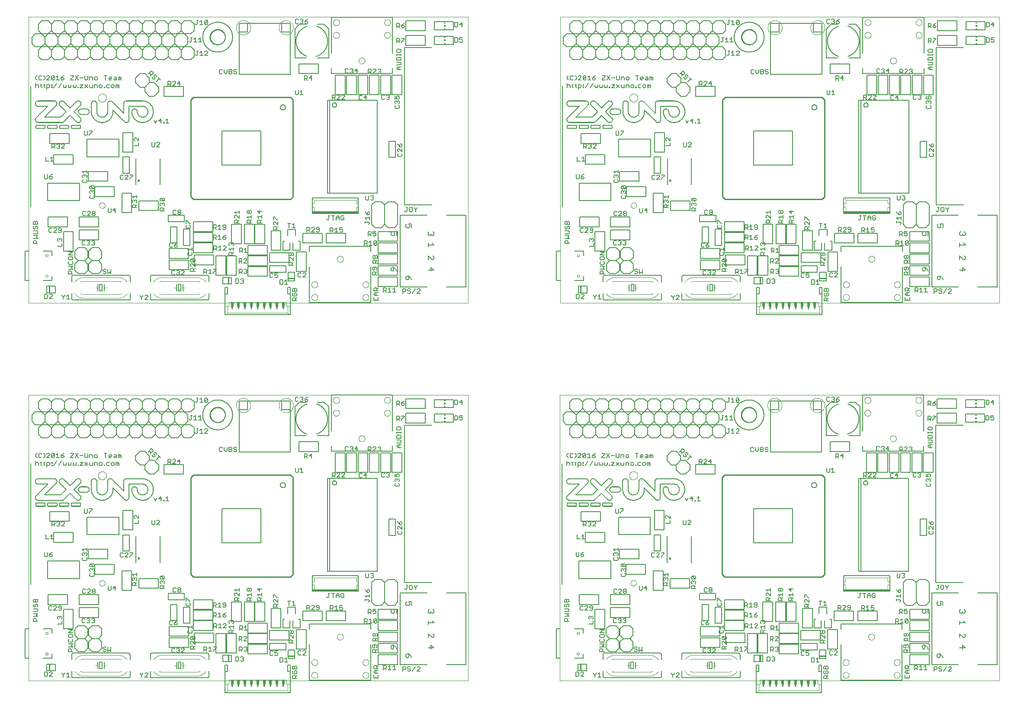
<source format=gto>
G75*
%MOIN*%
%OFA0B0*%
%FSLAX25Y25*%
%IPPOS*%
%LPD*%
%AMOC8*
5,1,8,0,0,1.08239X$1,22.5*
%
%ADD10C,0.00000*%
%ADD11C,0.00600*%
%ADD12R,0.07080X0.00083*%
%ADD13R,0.07000X0.00083*%
%ADD14R,0.07420X0.00084*%
%ADD15R,0.07420X0.00084*%
%ADD16R,0.07330X0.00084*%
%ADD17R,0.07500X0.00083*%
%ADD18R,0.07580X0.00083*%
%ADD19R,0.07580X0.00084*%
%ADD20R,0.07500X0.00084*%
%ADD21R,0.00500X0.00084*%
%ADD22R,0.00580X0.00084*%
%ADD23R,0.00500X0.00083*%
%ADD24R,0.00580X0.00083*%
%ADD25R,0.07420X0.00083*%
%ADD26R,0.07420X0.00083*%
%ADD27R,0.07330X0.00083*%
%ADD28R,0.18910X0.00084*%
%ADD29R,0.00670X0.00084*%
%ADD30R,0.01250X0.00084*%
%ADD31R,0.00760X0.00084*%
%ADD32R,0.19750X0.00083*%
%ADD33R,0.01410X0.00083*%
%ADD34R,0.02670X0.00083*%
%ADD35R,0.01420X0.00083*%
%ADD36R,0.02660X0.00083*%
%ADD37R,0.20250X0.00083*%
%ADD38R,0.01830X0.00083*%
%ADD39R,0.03590X0.00083*%
%ADD40R,0.03580X0.00083*%
%ADD41R,0.20590X0.00084*%
%ADD42R,0.02170X0.00084*%
%ADD43R,0.04330X0.00084*%
%ADD44R,0.02170X0.00084*%
%ADD45R,0.04340X0.00084*%
%ADD46R,0.20750X0.00083*%
%ADD47R,0.02500X0.00083*%
%ADD48R,0.04910X0.00083*%
%ADD49R,0.04920X0.00083*%
%ADD50R,0.21090X0.00083*%
%ADD51R,0.02830X0.00083*%
%ADD52R,0.05410X0.00083*%
%ADD53R,0.02750X0.00083*%
%ADD54R,0.05420X0.00083*%
%ADD55R,0.01170X0.00084*%
%ADD56R,0.01170X0.00084*%
%ADD57R,0.01240X0.00084*%
%ADD58R,0.02330X0.00084*%
%ADD59R,0.02420X0.00084*%
%ADD60R,0.01080X0.00084*%
%ADD61R,0.02340X0.00084*%
%ADD62R,0.00910X0.00083*%
%ADD63R,0.01000X0.00083*%
%ADD64R,0.01910X0.00083*%
%ADD65R,0.00920X0.00083*%
%ADD66R,0.01840X0.00083*%
%ADD67R,0.01920X0.00083*%
%ADD68R,0.00840X0.00083*%
%ADD69R,0.00920X0.00083*%
%ADD70R,0.00830X0.00083*%
%ADD71R,0.01580X0.00083*%
%ADD72R,0.01670X0.00083*%
%ADD73R,0.00750X0.00084*%
%ADD74R,0.00830X0.00084*%
%ADD75R,0.01420X0.00084*%
%ADD76R,0.01500X0.00084*%
%ADD77R,0.00660X0.00083*%
%ADD78R,0.00750X0.00083*%
%ADD79R,0.01330X0.00083*%
%ADD80R,0.00670X0.00083*%
%ADD81R,0.01250X0.00083*%
%ADD82R,0.00670X0.00083*%
%ADD83R,0.01340X0.00083*%
%ADD84R,0.00670X0.00084*%
%ADD85R,0.00660X0.00084*%
%ADD86R,0.00590X0.00083*%
%ADD87R,0.01080X0.00083*%
%ADD88R,0.01160X0.00083*%
%ADD89R,0.01170X0.00083*%
%ADD90R,0.01090X0.00083*%
%ADD91R,0.01090X0.00084*%
%ADD92R,0.01000X0.00084*%
%ADD93R,0.00590X0.00084*%
%ADD94R,0.00920X0.00084*%
%ADD95R,0.00910X0.00084*%
%ADD96R,0.00840X0.00084*%
%ADD97R,0.00740X0.00084*%
%ADD98R,0.12670X0.00083*%
%ADD99R,0.12830X0.00084*%
%ADD100R,0.02000X0.00084*%
%ADD101R,0.12920X0.00083*%
%ADD102R,0.13000X0.00083*%
%ADD103R,0.03090X0.00083*%
%ADD104R,0.03160X0.00083*%
%ADD105R,0.13080X0.00084*%
%ADD106R,0.03500X0.00084*%
%ADD107R,0.13090X0.00083*%
%ADD108R,0.03920X0.00083*%
%ADD109R,0.03840X0.00083*%
%ADD110R,0.01330X0.00084*%
%ADD111R,0.00740X0.00083*%
%ADD112R,0.01170X0.00083*%
%ADD113R,0.00760X0.00083*%
%ADD114R,0.01340X0.00084*%
%ADD115R,0.00340X0.00084*%
%ADD116R,0.05080X0.00084*%
%ADD117R,0.05660X0.00083*%
%ADD118R,0.06080X0.00083*%
%ADD119R,0.06420X0.00084*%
%ADD120R,0.06660X0.00083*%
%ADD121R,0.00250X0.00083*%
%ADD122R,0.00420X0.00083*%
%ADD123R,0.00510X0.00083*%
%ADD124R,0.00510X0.00084*%
%ADD125R,0.00330X0.00083*%
%ADD126R,0.06840X0.00083*%
%ADD127R,0.06660X0.00084*%
%ADD128R,0.02500X0.00084*%
%ADD129R,0.06340X0.00083*%
%ADD130R,0.02160X0.00083*%
%ADD131R,0.06000X0.00083*%
%ADD132R,0.05500X0.00084*%
%ADD133R,0.04840X0.00083*%
%ADD134R,0.00160X0.00084*%
%ADD135R,0.01420X0.00083*%
%ADD136R,0.01160X0.00084*%
%ADD137R,0.08160X0.00084*%
%ADD138R,0.12590X0.00084*%
%ADD139R,0.08500X0.00083*%
%ADD140R,0.12420X0.00083*%
%ADD141R,0.08750X0.00083*%
%ADD142R,0.12170X0.00083*%
%ADD143R,0.08920X0.00084*%
%ADD144R,0.11830X0.00084*%
%ADD145R,0.08910X0.00083*%
%ADD146R,0.11500X0.00083*%
%ADD147R,0.09000X0.00083*%
%ADD148R,0.10830X0.00083*%
%ADD149R,0.01420X0.00084*%
%ADD150R,0.01500X0.00083*%
%ADD151R,0.01660X0.00083*%
%ADD152R,0.01910X0.00084*%
%ADD153R,0.15330X0.00083*%
%ADD154R,0.02920X0.00083*%
%ADD155R,0.03000X0.00083*%
%ADD156R,0.02910X0.00083*%
%ADD157R,0.02840X0.00083*%
%ADD158R,0.16840X0.00083*%
%ADD159R,0.15170X0.00083*%
%ADD160R,0.02670X0.00083*%
%ADD161R,0.16500X0.00083*%
%ADD162R,0.14830X0.00084*%
%ADD163R,0.02420X0.00084*%
%ADD164R,0.02410X0.00084*%
%ADD165R,0.16000X0.00084*%
%ADD166R,0.14500X0.00083*%
%ADD167R,0.02170X0.00083*%
%ADD168R,0.02090X0.00083*%
%ADD169R,0.02080X0.00083*%
%ADD170R,0.15580X0.00083*%
%ADD171R,0.14170X0.00083*%
%ADD172R,0.01750X0.00083*%
%ADD173R,0.01670X0.00083*%
%ADD174R,0.15000X0.00083*%
%ADD175R,0.13670X0.00084*%
%ADD176R,0.14250X0.00084*%
%ADD177R,0.12500X0.00083*%
%ADD178R,0.00080X0.00083*%
%ADD179R,0.00170X0.00083*%
%ADD180R,0.00090X0.00083*%
%ADD181R,0.12580X0.00083*%
%ADD182C,0.01000*%
%ADD183C,0.00500*%
%ADD184C,0.00800*%
%ADD185C,0.00200*%
%ADD186R,0.01181X0.00591*%
%ADD187R,0.01181X0.01181*%
%ADD188R,0.01969X0.03445*%
%ADD189R,0.35433X0.01476*%
D10*
X0004300Y0040375D02*
X0004300Y0260875D01*
X0342800Y0260875D01*
X0342800Y0040375D01*
X0004300Y0040375D01*
X0017300Y0061131D02*
X0017302Y0061190D01*
X0017308Y0061250D01*
X0017318Y0061308D01*
X0017331Y0061366D01*
X0017349Y0061423D01*
X0017370Y0061479D01*
X0017395Y0061533D01*
X0017423Y0061585D01*
X0017455Y0061636D01*
X0017490Y0061684D01*
X0017528Y0061730D01*
X0017569Y0061773D01*
X0017613Y0061813D01*
X0017659Y0061850D01*
X0017708Y0061884D01*
X0017759Y0061915D01*
X0017811Y0061943D01*
X0017866Y0061967D01*
X0017922Y0061987D01*
X0017979Y0062003D01*
X0018037Y0062016D01*
X0018096Y0062025D01*
X0018155Y0062030D01*
X0018215Y0062031D01*
X0018274Y0062028D01*
X0018333Y0062021D01*
X0018392Y0062010D01*
X0018450Y0061996D01*
X0018506Y0061977D01*
X0018562Y0061955D01*
X0018615Y0061930D01*
X0018667Y0061900D01*
X0018717Y0061868D01*
X0018764Y0061832D01*
X0018810Y0061793D01*
X0018852Y0061751D01*
X0018892Y0061707D01*
X0018928Y0061660D01*
X0018961Y0061611D01*
X0018992Y0061559D01*
X0019018Y0061506D01*
X0019041Y0061451D01*
X0019060Y0061395D01*
X0019076Y0061337D01*
X0019088Y0061279D01*
X0019096Y0061220D01*
X0019100Y0061161D01*
X0019100Y0061101D01*
X0019096Y0061042D01*
X0019088Y0060983D01*
X0019076Y0060925D01*
X0019060Y0060867D01*
X0019041Y0060811D01*
X0019018Y0060756D01*
X0018992Y0060703D01*
X0018961Y0060651D01*
X0018928Y0060602D01*
X0018892Y0060555D01*
X0018852Y0060511D01*
X0018810Y0060469D01*
X0018764Y0060430D01*
X0018717Y0060394D01*
X0018667Y0060362D01*
X0018615Y0060332D01*
X0018562Y0060307D01*
X0018506Y0060285D01*
X0018450Y0060266D01*
X0018392Y0060252D01*
X0018333Y0060241D01*
X0018274Y0060234D01*
X0018215Y0060231D01*
X0018155Y0060232D01*
X0018096Y0060237D01*
X0018037Y0060246D01*
X0017979Y0060259D01*
X0017922Y0060275D01*
X0017866Y0060295D01*
X0017811Y0060319D01*
X0017759Y0060347D01*
X0017708Y0060378D01*
X0017659Y0060412D01*
X0017613Y0060449D01*
X0017569Y0060489D01*
X0017528Y0060532D01*
X0017490Y0060578D01*
X0017455Y0060626D01*
X0017423Y0060677D01*
X0017395Y0060729D01*
X0017370Y0060783D01*
X0017349Y0060839D01*
X0017331Y0060896D01*
X0017318Y0060954D01*
X0017308Y0061012D01*
X0017302Y0061072D01*
X0017300Y0061131D01*
X0017300Y0076931D02*
X0017302Y0076990D01*
X0017308Y0077050D01*
X0017318Y0077108D01*
X0017331Y0077166D01*
X0017349Y0077223D01*
X0017370Y0077279D01*
X0017395Y0077333D01*
X0017423Y0077385D01*
X0017455Y0077436D01*
X0017490Y0077484D01*
X0017528Y0077530D01*
X0017569Y0077573D01*
X0017613Y0077613D01*
X0017659Y0077650D01*
X0017708Y0077684D01*
X0017759Y0077715D01*
X0017811Y0077743D01*
X0017866Y0077767D01*
X0017922Y0077787D01*
X0017979Y0077803D01*
X0018037Y0077816D01*
X0018096Y0077825D01*
X0018155Y0077830D01*
X0018215Y0077831D01*
X0018274Y0077828D01*
X0018333Y0077821D01*
X0018392Y0077810D01*
X0018450Y0077796D01*
X0018506Y0077777D01*
X0018562Y0077755D01*
X0018615Y0077730D01*
X0018667Y0077700D01*
X0018717Y0077668D01*
X0018764Y0077632D01*
X0018810Y0077593D01*
X0018852Y0077551D01*
X0018892Y0077507D01*
X0018928Y0077460D01*
X0018961Y0077411D01*
X0018992Y0077359D01*
X0019018Y0077306D01*
X0019041Y0077251D01*
X0019060Y0077195D01*
X0019076Y0077137D01*
X0019088Y0077079D01*
X0019096Y0077020D01*
X0019100Y0076961D01*
X0019100Y0076901D01*
X0019096Y0076842D01*
X0019088Y0076783D01*
X0019076Y0076725D01*
X0019060Y0076667D01*
X0019041Y0076611D01*
X0019018Y0076556D01*
X0018992Y0076503D01*
X0018961Y0076451D01*
X0018928Y0076402D01*
X0018892Y0076355D01*
X0018852Y0076311D01*
X0018810Y0076269D01*
X0018764Y0076230D01*
X0018717Y0076194D01*
X0018667Y0076162D01*
X0018615Y0076132D01*
X0018562Y0076107D01*
X0018506Y0076085D01*
X0018450Y0076066D01*
X0018392Y0076052D01*
X0018333Y0076041D01*
X0018274Y0076034D01*
X0018215Y0076031D01*
X0018155Y0076032D01*
X0018096Y0076037D01*
X0018037Y0076046D01*
X0017979Y0076059D01*
X0017922Y0076075D01*
X0017866Y0076095D01*
X0017811Y0076119D01*
X0017759Y0076147D01*
X0017708Y0076178D01*
X0017659Y0076212D01*
X0017613Y0076249D01*
X0017569Y0076289D01*
X0017528Y0076332D01*
X0017490Y0076378D01*
X0017455Y0076426D01*
X0017423Y0076477D01*
X0017395Y0076529D01*
X0017370Y0076583D01*
X0017349Y0076639D01*
X0017331Y0076696D01*
X0017318Y0076754D01*
X0017308Y0076812D01*
X0017302Y0076872D01*
X0017300Y0076931D01*
X0058760Y0115594D02*
X0058762Y0115687D01*
X0058768Y0115779D01*
X0058778Y0115871D01*
X0058792Y0115962D01*
X0058809Y0116053D01*
X0058831Y0116143D01*
X0058856Y0116232D01*
X0058885Y0116320D01*
X0058918Y0116406D01*
X0058955Y0116491D01*
X0058995Y0116575D01*
X0059039Y0116656D01*
X0059086Y0116736D01*
X0059136Y0116814D01*
X0059190Y0116889D01*
X0059247Y0116962D01*
X0059307Y0117032D01*
X0059370Y0117100D01*
X0059436Y0117165D01*
X0059504Y0117227D01*
X0059575Y0117287D01*
X0059649Y0117343D01*
X0059725Y0117396D01*
X0059803Y0117445D01*
X0059883Y0117492D01*
X0059965Y0117534D01*
X0060049Y0117574D01*
X0060134Y0117609D01*
X0060221Y0117641D01*
X0060309Y0117670D01*
X0060398Y0117694D01*
X0060488Y0117715D01*
X0060579Y0117731D01*
X0060671Y0117744D01*
X0060763Y0117753D01*
X0060856Y0117758D01*
X0060948Y0117759D01*
X0061041Y0117756D01*
X0061133Y0117749D01*
X0061225Y0117738D01*
X0061316Y0117723D01*
X0061407Y0117705D01*
X0061497Y0117682D01*
X0061585Y0117656D01*
X0061673Y0117626D01*
X0061759Y0117592D01*
X0061843Y0117555D01*
X0061926Y0117513D01*
X0062007Y0117469D01*
X0062087Y0117421D01*
X0062164Y0117370D01*
X0062238Y0117315D01*
X0062311Y0117257D01*
X0062381Y0117197D01*
X0062448Y0117133D01*
X0062512Y0117067D01*
X0062574Y0116997D01*
X0062632Y0116926D01*
X0062687Y0116852D01*
X0062739Y0116775D01*
X0062788Y0116696D01*
X0062834Y0116616D01*
X0062876Y0116533D01*
X0062914Y0116449D01*
X0062949Y0116363D01*
X0062980Y0116276D01*
X0063007Y0116188D01*
X0063030Y0116098D01*
X0063050Y0116008D01*
X0063066Y0115917D01*
X0063078Y0115825D01*
X0063086Y0115733D01*
X0063090Y0115640D01*
X0063090Y0115548D01*
X0063086Y0115455D01*
X0063078Y0115363D01*
X0063066Y0115271D01*
X0063050Y0115180D01*
X0063030Y0115090D01*
X0063007Y0115000D01*
X0062980Y0114912D01*
X0062949Y0114825D01*
X0062914Y0114739D01*
X0062876Y0114655D01*
X0062834Y0114572D01*
X0062788Y0114492D01*
X0062739Y0114413D01*
X0062687Y0114336D01*
X0062632Y0114262D01*
X0062574Y0114191D01*
X0062512Y0114121D01*
X0062448Y0114055D01*
X0062381Y0113991D01*
X0062311Y0113931D01*
X0062238Y0113873D01*
X0062164Y0113818D01*
X0062087Y0113767D01*
X0062008Y0113719D01*
X0061926Y0113675D01*
X0061843Y0113633D01*
X0061759Y0113596D01*
X0061673Y0113562D01*
X0061585Y0113532D01*
X0061497Y0113506D01*
X0061407Y0113483D01*
X0061316Y0113465D01*
X0061225Y0113450D01*
X0061133Y0113439D01*
X0061041Y0113432D01*
X0060948Y0113429D01*
X0060856Y0113430D01*
X0060763Y0113435D01*
X0060671Y0113444D01*
X0060579Y0113457D01*
X0060488Y0113473D01*
X0060398Y0113494D01*
X0060309Y0113518D01*
X0060221Y0113547D01*
X0060134Y0113579D01*
X0060049Y0113614D01*
X0059965Y0113654D01*
X0059883Y0113696D01*
X0059803Y0113743D01*
X0059725Y0113792D01*
X0059649Y0113845D01*
X0059575Y0113901D01*
X0059504Y0113961D01*
X0059436Y0114023D01*
X0059370Y0114088D01*
X0059307Y0114156D01*
X0059247Y0114226D01*
X0059190Y0114299D01*
X0059136Y0114374D01*
X0059086Y0114452D01*
X0059039Y0114532D01*
X0058995Y0114613D01*
X0058955Y0114697D01*
X0058918Y0114782D01*
X0058885Y0114868D01*
X0058856Y0114956D01*
X0058831Y0115045D01*
X0058809Y0115135D01*
X0058792Y0115226D01*
X0058778Y0115317D01*
X0058768Y0115409D01*
X0058762Y0115501D01*
X0058760Y0115594D01*
X0057775Y0198594D02*
X0057777Y0198706D01*
X0057783Y0198817D01*
X0057793Y0198929D01*
X0057807Y0199040D01*
X0057824Y0199150D01*
X0057846Y0199260D01*
X0057872Y0199369D01*
X0057901Y0199477D01*
X0057934Y0199583D01*
X0057971Y0199689D01*
X0058012Y0199793D01*
X0058057Y0199896D01*
X0058105Y0199997D01*
X0058156Y0200096D01*
X0058211Y0200193D01*
X0058270Y0200288D01*
X0058331Y0200382D01*
X0058396Y0200473D01*
X0058465Y0200561D01*
X0058536Y0200647D01*
X0058610Y0200731D01*
X0058688Y0200811D01*
X0058768Y0200889D01*
X0058851Y0200965D01*
X0058936Y0201037D01*
X0059024Y0201106D01*
X0059114Y0201172D01*
X0059207Y0201234D01*
X0059302Y0201294D01*
X0059399Y0201350D01*
X0059497Y0201402D01*
X0059598Y0201451D01*
X0059700Y0201496D01*
X0059804Y0201538D01*
X0059909Y0201576D01*
X0060016Y0201610D01*
X0060123Y0201640D01*
X0060232Y0201667D01*
X0060341Y0201689D01*
X0060452Y0201708D01*
X0060562Y0201723D01*
X0060674Y0201734D01*
X0060785Y0201741D01*
X0060897Y0201744D01*
X0061009Y0201743D01*
X0061121Y0201738D01*
X0061232Y0201729D01*
X0061343Y0201716D01*
X0061454Y0201699D01*
X0061564Y0201679D01*
X0061673Y0201654D01*
X0061781Y0201626D01*
X0061888Y0201593D01*
X0061994Y0201557D01*
X0062098Y0201517D01*
X0062201Y0201474D01*
X0062303Y0201427D01*
X0062402Y0201376D01*
X0062500Y0201322D01*
X0062596Y0201264D01*
X0062690Y0201203D01*
X0062781Y0201139D01*
X0062870Y0201072D01*
X0062957Y0201001D01*
X0063041Y0200927D01*
X0063123Y0200851D01*
X0063201Y0200771D01*
X0063277Y0200689D01*
X0063350Y0200604D01*
X0063420Y0200517D01*
X0063486Y0200427D01*
X0063550Y0200335D01*
X0063610Y0200241D01*
X0063667Y0200145D01*
X0063720Y0200046D01*
X0063770Y0199946D01*
X0063816Y0199845D01*
X0063859Y0199741D01*
X0063898Y0199636D01*
X0063933Y0199530D01*
X0063964Y0199423D01*
X0063992Y0199314D01*
X0064015Y0199205D01*
X0064035Y0199095D01*
X0064051Y0198984D01*
X0064063Y0198873D01*
X0064071Y0198762D01*
X0064075Y0198650D01*
X0064075Y0198538D01*
X0064071Y0198426D01*
X0064063Y0198315D01*
X0064051Y0198204D01*
X0064035Y0198093D01*
X0064015Y0197983D01*
X0063992Y0197874D01*
X0063964Y0197765D01*
X0063933Y0197658D01*
X0063898Y0197552D01*
X0063859Y0197447D01*
X0063816Y0197343D01*
X0063770Y0197242D01*
X0063720Y0197142D01*
X0063667Y0197043D01*
X0063610Y0196947D01*
X0063550Y0196853D01*
X0063486Y0196761D01*
X0063420Y0196671D01*
X0063350Y0196584D01*
X0063277Y0196499D01*
X0063201Y0196417D01*
X0063123Y0196337D01*
X0063041Y0196261D01*
X0062957Y0196187D01*
X0062870Y0196116D01*
X0062781Y0196049D01*
X0062690Y0195985D01*
X0062596Y0195924D01*
X0062500Y0195866D01*
X0062402Y0195812D01*
X0062303Y0195761D01*
X0062201Y0195714D01*
X0062098Y0195671D01*
X0061994Y0195631D01*
X0061888Y0195595D01*
X0061781Y0195562D01*
X0061673Y0195534D01*
X0061564Y0195509D01*
X0061454Y0195489D01*
X0061343Y0195472D01*
X0061232Y0195459D01*
X0061121Y0195450D01*
X0061009Y0195445D01*
X0060897Y0195444D01*
X0060785Y0195447D01*
X0060674Y0195454D01*
X0060562Y0195465D01*
X0060452Y0195480D01*
X0060341Y0195499D01*
X0060232Y0195521D01*
X0060123Y0195548D01*
X0060016Y0195578D01*
X0059909Y0195612D01*
X0059804Y0195650D01*
X0059700Y0195692D01*
X0059598Y0195737D01*
X0059497Y0195786D01*
X0059399Y0195838D01*
X0059302Y0195894D01*
X0059207Y0195954D01*
X0059114Y0196016D01*
X0059024Y0196082D01*
X0058936Y0196151D01*
X0058851Y0196223D01*
X0058768Y0196299D01*
X0058688Y0196377D01*
X0058610Y0196457D01*
X0058536Y0196541D01*
X0058465Y0196627D01*
X0058396Y0196715D01*
X0058331Y0196806D01*
X0058270Y0196900D01*
X0058211Y0196995D01*
X0058156Y0197092D01*
X0058105Y0197191D01*
X0058057Y0197292D01*
X0058012Y0197395D01*
X0057971Y0197499D01*
X0057934Y0197605D01*
X0057901Y0197711D01*
X0057872Y0197819D01*
X0057846Y0197928D01*
X0057824Y0198038D01*
X0057807Y0198148D01*
X0057793Y0198259D01*
X0057783Y0198371D01*
X0057777Y0198482D01*
X0057775Y0198594D01*
X0144413Y0245375D02*
X0144415Y0245523D01*
X0144421Y0245671D01*
X0144431Y0245819D01*
X0144445Y0245966D01*
X0144463Y0246113D01*
X0144484Y0246259D01*
X0144510Y0246405D01*
X0144540Y0246550D01*
X0144573Y0246694D01*
X0144611Y0246837D01*
X0144652Y0246979D01*
X0144697Y0247120D01*
X0144745Y0247260D01*
X0144798Y0247399D01*
X0144854Y0247536D01*
X0144914Y0247671D01*
X0144977Y0247805D01*
X0145044Y0247937D01*
X0145115Y0248067D01*
X0145189Y0248195D01*
X0145266Y0248321D01*
X0145347Y0248445D01*
X0145431Y0248567D01*
X0145518Y0248686D01*
X0145609Y0248803D01*
X0145703Y0248918D01*
X0145799Y0249030D01*
X0145899Y0249140D01*
X0146001Y0249246D01*
X0146107Y0249350D01*
X0146215Y0249451D01*
X0146326Y0249549D01*
X0146439Y0249645D01*
X0146555Y0249737D01*
X0146673Y0249826D01*
X0146794Y0249911D01*
X0146917Y0249994D01*
X0147042Y0250073D01*
X0147169Y0250149D01*
X0147298Y0250221D01*
X0147429Y0250290D01*
X0147562Y0250355D01*
X0147697Y0250416D01*
X0147833Y0250474D01*
X0147970Y0250529D01*
X0148109Y0250579D01*
X0148250Y0250626D01*
X0148391Y0250669D01*
X0148534Y0250709D01*
X0148678Y0250744D01*
X0148822Y0250776D01*
X0148968Y0250803D01*
X0149114Y0250827D01*
X0149261Y0250847D01*
X0149408Y0250863D01*
X0149555Y0250875D01*
X0149703Y0250883D01*
X0149851Y0250887D01*
X0149999Y0250887D01*
X0150147Y0250883D01*
X0150295Y0250875D01*
X0150442Y0250863D01*
X0150589Y0250847D01*
X0150736Y0250827D01*
X0150882Y0250803D01*
X0151028Y0250776D01*
X0151172Y0250744D01*
X0151316Y0250709D01*
X0151459Y0250669D01*
X0151600Y0250626D01*
X0151741Y0250579D01*
X0151880Y0250529D01*
X0152017Y0250474D01*
X0152153Y0250416D01*
X0152288Y0250355D01*
X0152421Y0250290D01*
X0152552Y0250221D01*
X0152681Y0250149D01*
X0152808Y0250073D01*
X0152933Y0249994D01*
X0153056Y0249911D01*
X0153177Y0249826D01*
X0153295Y0249737D01*
X0153411Y0249645D01*
X0153524Y0249549D01*
X0153635Y0249451D01*
X0153743Y0249350D01*
X0153849Y0249246D01*
X0153951Y0249140D01*
X0154051Y0249030D01*
X0154147Y0248918D01*
X0154241Y0248803D01*
X0154332Y0248686D01*
X0154419Y0248567D01*
X0154503Y0248445D01*
X0154584Y0248321D01*
X0154661Y0248195D01*
X0154735Y0248067D01*
X0154806Y0247937D01*
X0154873Y0247805D01*
X0154936Y0247671D01*
X0154996Y0247536D01*
X0155052Y0247399D01*
X0155105Y0247260D01*
X0155153Y0247120D01*
X0155198Y0246979D01*
X0155239Y0246837D01*
X0155277Y0246694D01*
X0155310Y0246550D01*
X0155340Y0246405D01*
X0155366Y0246259D01*
X0155387Y0246113D01*
X0155405Y0245966D01*
X0155419Y0245819D01*
X0155429Y0245671D01*
X0155435Y0245523D01*
X0155437Y0245375D01*
X0155435Y0245227D01*
X0155429Y0245079D01*
X0155419Y0244931D01*
X0155405Y0244784D01*
X0155387Y0244637D01*
X0155366Y0244491D01*
X0155340Y0244345D01*
X0155310Y0244200D01*
X0155277Y0244056D01*
X0155239Y0243913D01*
X0155198Y0243771D01*
X0155153Y0243630D01*
X0155105Y0243490D01*
X0155052Y0243351D01*
X0154996Y0243214D01*
X0154936Y0243079D01*
X0154873Y0242945D01*
X0154806Y0242813D01*
X0154735Y0242683D01*
X0154661Y0242555D01*
X0154584Y0242429D01*
X0154503Y0242305D01*
X0154419Y0242183D01*
X0154332Y0242064D01*
X0154241Y0241947D01*
X0154147Y0241832D01*
X0154051Y0241720D01*
X0153951Y0241610D01*
X0153849Y0241504D01*
X0153743Y0241400D01*
X0153635Y0241299D01*
X0153524Y0241201D01*
X0153411Y0241105D01*
X0153295Y0241013D01*
X0153177Y0240924D01*
X0153056Y0240839D01*
X0152933Y0240756D01*
X0152808Y0240677D01*
X0152681Y0240601D01*
X0152552Y0240529D01*
X0152421Y0240460D01*
X0152288Y0240395D01*
X0152153Y0240334D01*
X0152017Y0240276D01*
X0151880Y0240221D01*
X0151741Y0240171D01*
X0151600Y0240124D01*
X0151459Y0240081D01*
X0151316Y0240041D01*
X0151172Y0240006D01*
X0151028Y0239974D01*
X0150882Y0239947D01*
X0150736Y0239923D01*
X0150589Y0239903D01*
X0150442Y0239887D01*
X0150295Y0239875D01*
X0150147Y0239867D01*
X0149999Y0239863D01*
X0149851Y0239863D01*
X0149703Y0239867D01*
X0149555Y0239875D01*
X0149408Y0239887D01*
X0149261Y0239903D01*
X0149114Y0239923D01*
X0148968Y0239947D01*
X0148822Y0239974D01*
X0148678Y0240006D01*
X0148534Y0240041D01*
X0148391Y0240081D01*
X0148250Y0240124D01*
X0148109Y0240171D01*
X0147970Y0240221D01*
X0147833Y0240276D01*
X0147697Y0240334D01*
X0147562Y0240395D01*
X0147429Y0240460D01*
X0147298Y0240529D01*
X0147169Y0240601D01*
X0147042Y0240677D01*
X0146917Y0240756D01*
X0146794Y0240839D01*
X0146673Y0240924D01*
X0146555Y0241013D01*
X0146439Y0241105D01*
X0146326Y0241201D01*
X0146215Y0241299D01*
X0146107Y0241400D01*
X0146001Y0241504D01*
X0145899Y0241610D01*
X0145799Y0241720D01*
X0145703Y0241832D01*
X0145609Y0241947D01*
X0145518Y0242064D01*
X0145431Y0242183D01*
X0145347Y0242305D01*
X0145266Y0242429D01*
X0145189Y0242555D01*
X0145115Y0242683D01*
X0145044Y0242813D01*
X0144977Y0242945D01*
X0144914Y0243079D01*
X0144854Y0243214D01*
X0144798Y0243351D01*
X0144745Y0243490D01*
X0144697Y0243630D01*
X0144652Y0243771D01*
X0144611Y0243913D01*
X0144573Y0244056D01*
X0144540Y0244200D01*
X0144510Y0244345D01*
X0144484Y0244491D01*
X0144463Y0244637D01*
X0144445Y0244784D01*
X0144431Y0244931D01*
X0144421Y0245079D01*
X0144415Y0245227D01*
X0144413Y0245375D01*
X0164226Y0252777D02*
X0164228Y0252925D01*
X0164234Y0253073D01*
X0164244Y0253221D01*
X0164258Y0253368D01*
X0164276Y0253515D01*
X0164297Y0253661D01*
X0164323Y0253807D01*
X0164353Y0253952D01*
X0164386Y0254096D01*
X0164424Y0254239D01*
X0164465Y0254381D01*
X0164510Y0254522D01*
X0164558Y0254662D01*
X0164611Y0254801D01*
X0164667Y0254938D01*
X0164727Y0255073D01*
X0164790Y0255207D01*
X0164857Y0255339D01*
X0164928Y0255469D01*
X0165002Y0255597D01*
X0165079Y0255723D01*
X0165160Y0255847D01*
X0165244Y0255969D01*
X0165331Y0256088D01*
X0165422Y0256205D01*
X0165516Y0256320D01*
X0165612Y0256432D01*
X0165712Y0256542D01*
X0165814Y0256648D01*
X0165920Y0256752D01*
X0166028Y0256853D01*
X0166139Y0256951D01*
X0166252Y0257047D01*
X0166368Y0257139D01*
X0166486Y0257228D01*
X0166607Y0257313D01*
X0166730Y0257396D01*
X0166855Y0257475D01*
X0166982Y0257551D01*
X0167111Y0257623D01*
X0167242Y0257692D01*
X0167375Y0257757D01*
X0167510Y0257818D01*
X0167646Y0257876D01*
X0167783Y0257931D01*
X0167922Y0257981D01*
X0168063Y0258028D01*
X0168204Y0258071D01*
X0168347Y0258111D01*
X0168491Y0258146D01*
X0168635Y0258178D01*
X0168781Y0258205D01*
X0168927Y0258229D01*
X0169074Y0258249D01*
X0169221Y0258265D01*
X0169368Y0258277D01*
X0169516Y0258285D01*
X0169664Y0258289D01*
X0169812Y0258289D01*
X0169960Y0258285D01*
X0170108Y0258277D01*
X0170255Y0258265D01*
X0170402Y0258249D01*
X0170549Y0258229D01*
X0170695Y0258205D01*
X0170841Y0258178D01*
X0170985Y0258146D01*
X0171129Y0258111D01*
X0171272Y0258071D01*
X0171413Y0258028D01*
X0171554Y0257981D01*
X0171693Y0257931D01*
X0171830Y0257876D01*
X0171966Y0257818D01*
X0172101Y0257757D01*
X0172234Y0257692D01*
X0172365Y0257623D01*
X0172494Y0257551D01*
X0172621Y0257475D01*
X0172746Y0257396D01*
X0172869Y0257313D01*
X0172990Y0257228D01*
X0173108Y0257139D01*
X0173224Y0257047D01*
X0173337Y0256951D01*
X0173448Y0256853D01*
X0173556Y0256752D01*
X0173662Y0256648D01*
X0173764Y0256542D01*
X0173864Y0256432D01*
X0173960Y0256320D01*
X0174054Y0256205D01*
X0174145Y0256088D01*
X0174232Y0255969D01*
X0174316Y0255847D01*
X0174397Y0255723D01*
X0174474Y0255597D01*
X0174548Y0255469D01*
X0174619Y0255339D01*
X0174686Y0255207D01*
X0174749Y0255073D01*
X0174809Y0254938D01*
X0174865Y0254801D01*
X0174918Y0254662D01*
X0174966Y0254522D01*
X0175011Y0254381D01*
X0175052Y0254239D01*
X0175090Y0254096D01*
X0175123Y0253952D01*
X0175153Y0253807D01*
X0175179Y0253661D01*
X0175200Y0253515D01*
X0175218Y0253368D01*
X0175232Y0253221D01*
X0175242Y0253073D01*
X0175248Y0252925D01*
X0175250Y0252777D01*
X0175248Y0252629D01*
X0175242Y0252481D01*
X0175232Y0252333D01*
X0175218Y0252186D01*
X0175200Y0252039D01*
X0175179Y0251893D01*
X0175153Y0251747D01*
X0175123Y0251602D01*
X0175090Y0251458D01*
X0175052Y0251315D01*
X0175011Y0251173D01*
X0174966Y0251032D01*
X0174918Y0250892D01*
X0174865Y0250753D01*
X0174809Y0250616D01*
X0174749Y0250481D01*
X0174686Y0250347D01*
X0174619Y0250215D01*
X0174548Y0250085D01*
X0174474Y0249957D01*
X0174397Y0249831D01*
X0174316Y0249707D01*
X0174232Y0249585D01*
X0174145Y0249466D01*
X0174054Y0249349D01*
X0173960Y0249234D01*
X0173864Y0249122D01*
X0173764Y0249012D01*
X0173662Y0248906D01*
X0173556Y0248802D01*
X0173448Y0248701D01*
X0173337Y0248603D01*
X0173224Y0248507D01*
X0173108Y0248415D01*
X0172990Y0248326D01*
X0172869Y0248241D01*
X0172746Y0248158D01*
X0172621Y0248079D01*
X0172494Y0248003D01*
X0172365Y0247931D01*
X0172234Y0247862D01*
X0172101Y0247797D01*
X0171966Y0247736D01*
X0171830Y0247678D01*
X0171693Y0247623D01*
X0171554Y0247573D01*
X0171413Y0247526D01*
X0171272Y0247483D01*
X0171129Y0247443D01*
X0170985Y0247408D01*
X0170841Y0247376D01*
X0170695Y0247349D01*
X0170549Y0247325D01*
X0170402Y0247305D01*
X0170255Y0247289D01*
X0170108Y0247277D01*
X0169960Y0247269D01*
X0169812Y0247265D01*
X0169664Y0247265D01*
X0169516Y0247269D01*
X0169368Y0247277D01*
X0169221Y0247289D01*
X0169074Y0247305D01*
X0168927Y0247325D01*
X0168781Y0247349D01*
X0168635Y0247376D01*
X0168491Y0247408D01*
X0168347Y0247443D01*
X0168204Y0247483D01*
X0168063Y0247526D01*
X0167922Y0247573D01*
X0167783Y0247623D01*
X0167646Y0247678D01*
X0167510Y0247736D01*
X0167375Y0247797D01*
X0167242Y0247862D01*
X0167111Y0247931D01*
X0166982Y0248003D01*
X0166855Y0248079D01*
X0166730Y0248158D01*
X0166607Y0248241D01*
X0166486Y0248326D01*
X0166368Y0248415D01*
X0166252Y0248507D01*
X0166139Y0248603D01*
X0166028Y0248701D01*
X0165920Y0248802D01*
X0165814Y0248906D01*
X0165712Y0249012D01*
X0165612Y0249122D01*
X0165516Y0249234D01*
X0165422Y0249349D01*
X0165331Y0249466D01*
X0165244Y0249585D01*
X0165160Y0249707D01*
X0165079Y0249831D01*
X0165002Y0249957D01*
X0164928Y0250085D01*
X0164857Y0250215D01*
X0164790Y0250347D01*
X0164727Y0250481D01*
X0164667Y0250616D01*
X0164611Y0250753D01*
X0164558Y0250892D01*
X0164510Y0251032D01*
X0164465Y0251173D01*
X0164424Y0251315D01*
X0164386Y0251458D01*
X0164353Y0251602D01*
X0164323Y0251747D01*
X0164297Y0251893D01*
X0164276Y0252039D01*
X0164258Y0252186D01*
X0164244Y0252333D01*
X0164234Y0252481D01*
X0164228Y0252629D01*
X0164226Y0252777D01*
X0197100Y0252777D02*
X0197102Y0252925D01*
X0197108Y0253073D01*
X0197118Y0253221D01*
X0197132Y0253368D01*
X0197150Y0253515D01*
X0197171Y0253661D01*
X0197197Y0253807D01*
X0197227Y0253952D01*
X0197260Y0254096D01*
X0197298Y0254239D01*
X0197339Y0254381D01*
X0197384Y0254522D01*
X0197432Y0254662D01*
X0197485Y0254801D01*
X0197541Y0254938D01*
X0197601Y0255073D01*
X0197664Y0255207D01*
X0197731Y0255339D01*
X0197802Y0255469D01*
X0197876Y0255597D01*
X0197953Y0255723D01*
X0198034Y0255847D01*
X0198118Y0255969D01*
X0198205Y0256088D01*
X0198296Y0256205D01*
X0198390Y0256320D01*
X0198486Y0256432D01*
X0198586Y0256542D01*
X0198688Y0256648D01*
X0198794Y0256752D01*
X0198902Y0256853D01*
X0199013Y0256951D01*
X0199126Y0257047D01*
X0199242Y0257139D01*
X0199360Y0257228D01*
X0199481Y0257313D01*
X0199604Y0257396D01*
X0199729Y0257475D01*
X0199856Y0257551D01*
X0199985Y0257623D01*
X0200116Y0257692D01*
X0200249Y0257757D01*
X0200384Y0257818D01*
X0200520Y0257876D01*
X0200657Y0257931D01*
X0200796Y0257981D01*
X0200937Y0258028D01*
X0201078Y0258071D01*
X0201221Y0258111D01*
X0201365Y0258146D01*
X0201509Y0258178D01*
X0201655Y0258205D01*
X0201801Y0258229D01*
X0201948Y0258249D01*
X0202095Y0258265D01*
X0202242Y0258277D01*
X0202390Y0258285D01*
X0202538Y0258289D01*
X0202686Y0258289D01*
X0202834Y0258285D01*
X0202982Y0258277D01*
X0203129Y0258265D01*
X0203276Y0258249D01*
X0203423Y0258229D01*
X0203569Y0258205D01*
X0203715Y0258178D01*
X0203859Y0258146D01*
X0204003Y0258111D01*
X0204146Y0258071D01*
X0204287Y0258028D01*
X0204428Y0257981D01*
X0204567Y0257931D01*
X0204704Y0257876D01*
X0204840Y0257818D01*
X0204975Y0257757D01*
X0205108Y0257692D01*
X0205239Y0257623D01*
X0205368Y0257551D01*
X0205495Y0257475D01*
X0205620Y0257396D01*
X0205743Y0257313D01*
X0205864Y0257228D01*
X0205982Y0257139D01*
X0206098Y0257047D01*
X0206211Y0256951D01*
X0206322Y0256853D01*
X0206430Y0256752D01*
X0206536Y0256648D01*
X0206638Y0256542D01*
X0206738Y0256432D01*
X0206834Y0256320D01*
X0206928Y0256205D01*
X0207019Y0256088D01*
X0207106Y0255969D01*
X0207190Y0255847D01*
X0207271Y0255723D01*
X0207348Y0255597D01*
X0207422Y0255469D01*
X0207493Y0255339D01*
X0207560Y0255207D01*
X0207623Y0255073D01*
X0207683Y0254938D01*
X0207739Y0254801D01*
X0207792Y0254662D01*
X0207840Y0254522D01*
X0207885Y0254381D01*
X0207926Y0254239D01*
X0207964Y0254096D01*
X0207997Y0253952D01*
X0208027Y0253807D01*
X0208053Y0253661D01*
X0208074Y0253515D01*
X0208092Y0253368D01*
X0208106Y0253221D01*
X0208116Y0253073D01*
X0208122Y0252925D01*
X0208124Y0252777D01*
X0208122Y0252629D01*
X0208116Y0252481D01*
X0208106Y0252333D01*
X0208092Y0252186D01*
X0208074Y0252039D01*
X0208053Y0251893D01*
X0208027Y0251747D01*
X0207997Y0251602D01*
X0207964Y0251458D01*
X0207926Y0251315D01*
X0207885Y0251173D01*
X0207840Y0251032D01*
X0207792Y0250892D01*
X0207739Y0250753D01*
X0207683Y0250616D01*
X0207623Y0250481D01*
X0207560Y0250347D01*
X0207493Y0250215D01*
X0207422Y0250085D01*
X0207348Y0249957D01*
X0207271Y0249831D01*
X0207190Y0249707D01*
X0207106Y0249585D01*
X0207019Y0249466D01*
X0206928Y0249349D01*
X0206834Y0249234D01*
X0206738Y0249122D01*
X0206638Y0249012D01*
X0206536Y0248906D01*
X0206430Y0248802D01*
X0206322Y0248701D01*
X0206211Y0248603D01*
X0206098Y0248507D01*
X0205982Y0248415D01*
X0205864Y0248326D01*
X0205743Y0248241D01*
X0205620Y0248158D01*
X0205495Y0248079D01*
X0205368Y0248003D01*
X0205239Y0247931D01*
X0205108Y0247862D01*
X0204975Y0247797D01*
X0204840Y0247736D01*
X0204704Y0247678D01*
X0204567Y0247623D01*
X0204428Y0247573D01*
X0204287Y0247526D01*
X0204146Y0247483D01*
X0204003Y0247443D01*
X0203859Y0247408D01*
X0203715Y0247376D01*
X0203569Y0247349D01*
X0203423Y0247325D01*
X0203276Y0247305D01*
X0203129Y0247289D01*
X0202982Y0247277D01*
X0202834Y0247269D01*
X0202686Y0247265D01*
X0202538Y0247265D01*
X0202390Y0247269D01*
X0202242Y0247277D01*
X0202095Y0247289D01*
X0201948Y0247305D01*
X0201801Y0247325D01*
X0201655Y0247349D01*
X0201509Y0247376D01*
X0201365Y0247408D01*
X0201221Y0247443D01*
X0201078Y0247483D01*
X0200937Y0247526D01*
X0200796Y0247573D01*
X0200657Y0247623D01*
X0200520Y0247678D01*
X0200384Y0247736D01*
X0200249Y0247797D01*
X0200116Y0247862D01*
X0199985Y0247931D01*
X0199856Y0248003D01*
X0199729Y0248079D01*
X0199604Y0248158D01*
X0199481Y0248241D01*
X0199360Y0248326D01*
X0199242Y0248415D01*
X0199126Y0248507D01*
X0199013Y0248603D01*
X0198902Y0248701D01*
X0198794Y0248802D01*
X0198688Y0248906D01*
X0198586Y0249012D01*
X0198486Y0249122D01*
X0198390Y0249234D01*
X0198296Y0249349D01*
X0198205Y0249466D01*
X0198118Y0249585D01*
X0198034Y0249707D01*
X0197953Y0249831D01*
X0197876Y0249957D01*
X0197802Y0250085D01*
X0197731Y0250215D01*
X0197664Y0250347D01*
X0197601Y0250481D01*
X0197541Y0250616D01*
X0197485Y0250753D01*
X0197432Y0250892D01*
X0197384Y0251032D01*
X0197339Y0251173D01*
X0197298Y0251315D01*
X0197260Y0251458D01*
X0197227Y0251602D01*
X0197197Y0251747D01*
X0197171Y0251893D01*
X0197150Y0252039D01*
X0197132Y0252186D01*
X0197118Y0252333D01*
X0197108Y0252481D01*
X0197102Y0252629D01*
X0197100Y0252777D01*
X0238972Y0256718D02*
X0238974Y0256815D01*
X0238980Y0256912D01*
X0238990Y0257008D01*
X0239004Y0257104D01*
X0239022Y0257200D01*
X0239043Y0257294D01*
X0239069Y0257388D01*
X0239098Y0257480D01*
X0239132Y0257571D01*
X0239168Y0257661D01*
X0239209Y0257749D01*
X0239253Y0257835D01*
X0239301Y0257920D01*
X0239352Y0258002D01*
X0239406Y0258083D01*
X0239464Y0258161D01*
X0239525Y0258236D01*
X0239588Y0258309D01*
X0239655Y0258380D01*
X0239725Y0258447D01*
X0239797Y0258512D01*
X0239872Y0258573D01*
X0239950Y0258632D01*
X0240029Y0258687D01*
X0240111Y0258739D01*
X0240195Y0258787D01*
X0240281Y0258832D01*
X0240369Y0258874D01*
X0240458Y0258912D01*
X0240549Y0258946D01*
X0240641Y0258976D01*
X0240734Y0259003D01*
X0240829Y0259025D01*
X0240924Y0259044D01*
X0241020Y0259059D01*
X0241116Y0259070D01*
X0241213Y0259077D01*
X0241310Y0259080D01*
X0241407Y0259079D01*
X0241504Y0259074D01*
X0241600Y0259065D01*
X0241696Y0259052D01*
X0241792Y0259035D01*
X0241887Y0259014D01*
X0241980Y0258990D01*
X0242073Y0258961D01*
X0242165Y0258929D01*
X0242255Y0258893D01*
X0242343Y0258854D01*
X0242430Y0258810D01*
X0242515Y0258764D01*
X0242598Y0258713D01*
X0242679Y0258660D01*
X0242757Y0258603D01*
X0242834Y0258543D01*
X0242907Y0258480D01*
X0242978Y0258414D01*
X0243046Y0258345D01*
X0243112Y0258273D01*
X0243174Y0258199D01*
X0243233Y0258122D01*
X0243289Y0258043D01*
X0243342Y0257961D01*
X0243392Y0257878D01*
X0243437Y0257792D01*
X0243480Y0257705D01*
X0243519Y0257616D01*
X0243554Y0257526D01*
X0243585Y0257434D01*
X0243612Y0257341D01*
X0243636Y0257247D01*
X0243656Y0257152D01*
X0243672Y0257056D01*
X0243684Y0256960D01*
X0243692Y0256863D01*
X0243696Y0256766D01*
X0243696Y0256670D01*
X0243692Y0256573D01*
X0243684Y0256476D01*
X0243672Y0256380D01*
X0243656Y0256284D01*
X0243636Y0256189D01*
X0243612Y0256095D01*
X0243585Y0256002D01*
X0243554Y0255910D01*
X0243519Y0255820D01*
X0243480Y0255731D01*
X0243437Y0255644D01*
X0243392Y0255558D01*
X0243342Y0255475D01*
X0243289Y0255393D01*
X0243233Y0255314D01*
X0243174Y0255237D01*
X0243112Y0255163D01*
X0243046Y0255091D01*
X0242978Y0255022D01*
X0242907Y0254956D01*
X0242834Y0254893D01*
X0242757Y0254833D01*
X0242679Y0254776D01*
X0242598Y0254723D01*
X0242515Y0254672D01*
X0242430Y0254626D01*
X0242343Y0254582D01*
X0242255Y0254543D01*
X0242165Y0254507D01*
X0242073Y0254475D01*
X0241980Y0254446D01*
X0241887Y0254422D01*
X0241792Y0254401D01*
X0241696Y0254384D01*
X0241600Y0254371D01*
X0241504Y0254362D01*
X0241407Y0254357D01*
X0241310Y0254356D01*
X0241213Y0254359D01*
X0241116Y0254366D01*
X0241020Y0254377D01*
X0240924Y0254392D01*
X0240829Y0254411D01*
X0240734Y0254433D01*
X0240641Y0254460D01*
X0240549Y0254490D01*
X0240458Y0254524D01*
X0240369Y0254562D01*
X0240281Y0254604D01*
X0240195Y0254649D01*
X0240111Y0254697D01*
X0240029Y0254749D01*
X0239950Y0254804D01*
X0239872Y0254863D01*
X0239797Y0254924D01*
X0239725Y0254989D01*
X0239655Y0255056D01*
X0239588Y0255127D01*
X0239525Y0255200D01*
X0239464Y0255275D01*
X0239406Y0255353D01*
X0239352Y0255434D01*
X0239301Y0255516D01*
X0239253Y0255601D01*
X0239209Y0255687D01*
X0239168Y0255775D01*
X0239132Y0255865D01*
X0239098Y0255956D01*
X0239069Y0256048D01*
X0239043Y0256142D01*
X0239022Y0256236D01*
X0239004Y0256332D01*
X0238990Y0256428D01*
X0238980Y0256524D01*
X0238974Y0256621D01*
X0238972Y0256718D01*
X0238972Y0246875D02*
X0238974Y0246972D01*
X0238980Y0247069D01*
X0238990Y0247165D01*
X0239004Y0247261D01*
X0239022Y0247357D01*
X0239043Y0247451D01*
X0239069Y0247545D01*
X0239098Y0247637D01*
X0239132Y0247728D01*
X0239168Y0247818D01*
X0239209Y0247906D01*
X0239253Y0247992D01*
X0239301Y0248077D01*
X0239352Y0248159D01*
X0239406Y0248240D01*
X0239464Y0248318D01*
X0239525Y0248393D01*
X0239588Y0248466D01*
X0239655Y0248537D01*
X0239725Y0248604D01*
X0239797Y0248669D01*
X0239872Y0248730D01*
X0239950Y0248789D01*
X0240029Y0248844D01*
X0240111Y0248896D01*
X0240195Y0248944D01*
X0240281Y0248989D01*
X0240369Y0249031D01*
X0240458Y0249069D01*
X0240549Y0249103D01*
X0240641Y0249133D01*
X0240734Y0249160D01*
X0240829Y0249182D01*
X0240924Y0249201D01*
X0241020Y0249216D01*
X0241116Y0249227D01*
X0241213Y0249234D01*
X0241310Y0249237D01*
X0241407Y0249236D01*
X0241504Y0249231D01*
X0241600Y0249222D01*
X0241696Y0249209D01*
X0241792Y0249192D01*
X0241887Y0249171D01*
X0241980Y0249147D01*
X0242073Y0249118D01*
X0242165Y0249086D01*
X0242255Y0249050D01*
X0242343Y0249011D01*
X0242430Y0248967D01*
X0242515Y0248921D01*
X0242598Y0248870D01*
X0242679Y0248817D01*
X0242757Y0248760D01*
X0242834Y0248700D01*
X0242907Y0248637D01*
X0242978Y0248571D01*
X0243046Y0248502D01*
X0243112Y0248430D01*
X0243174Y0248356D01*
X0243233Y0248279D01*
X0243289Y0248200D01*
X0243342Y0248118D01*
X0243392Y0248035D01*
X0243437Y0247949D01*
X0243480Y0247862D01*
X0243519Y0247773D01*
X0243554Y0247683D01*
X0243585Y0247591D01*
X0243612Y0247498D01*
X0243636Y0247404D01*
X0243656Y0247309D01*
X0243672Y0247213D01*
X0243684Y0247117D01*
X0243692Y0247020D01*
X0243696Y0246923D01*
X0243696Y0246827D01*
X0243692Y0246730D01*
X0243684Y0246633D01*
X0243672Y0246537D01*
X0243656Y0246441D01*
X0243636Y0246346D01*
X0243612Y0246252D01*
X0243585Y0246159D01*
X0243554Y0246067D01*
X0243519Y0245977D01*
X0243480Y0245888D01*
X0243437Y0245801D01*
X0243392Y0245715D01*
X0243342Y0245632D01*
X0243289Y0245550D01*
X0243233Y0245471D01*
X0243174Y0245394D01*
X0243112Y0245320D01*
X0243046Y0245248D01*
X0242978Y0245179D01*
X0242907Y0245113D01*
X0242834Y0245050D01*
X0242757Y0244990D01*
X0242679Y0244933D01*
X0242598Y0244880D01*
X0242515Y0244829D01*
X0242430Y0244783D01*
X0242343Y0244739D01*
X0242255Y0244700D01*
X0242165Y0244664D01*
X0242073Y0244632D01*
X0241980Y0244603D01*
X0241887Y0244579D01*
X0241792Y0244558D01*
X0241696Y0244541D01*
X0241600Y0244528D01*
X0241504Y0244519D01*
X0241407Y0244514D01*
X0241310Y0244513D01*
X0241213Y0244516D01*
X0241116Y0244523D01*
X0241020Y0244534D01*
X0240924Y0244549D01*
X0240829Y0244568D01*
X0240734Y0244590D01*
X0240641Y0244617D01*
X0240549Y0244647D01*
X0240458Y0244681D01*
X0240369Y0244719D01*
X0240281Y0244761D01*
X0240195Y0244806D01*
X0240111Y0244854D01*
X0240029Y0244906D01*
X0239950Y0244961D01*
X0239872Y0245020D01*
X0239797Y0245081D01*
X0239725Y0245146D01*
X0239655Y0245213D01*
X0239588Y0245284D01*
X0239525Y0245357D01*
X0239464Y0245432D01*
X0239406Y0245510D01*
X0239352Y0245591D01*
X0239301Y0245673D01*
X0239253Y0245758D01*
X0239209Y0245844D01*
X0239168Y0245932D01*
X0239132Y0246022D01*
X0239098Y0246113D01*
X0239069Y0246205D01*
X0239043Y0246299D01*
X0239022Y0246393D01*
X0239004Y0246489D01*
X0238990Y0246585D01*
X0238980Y0246681D01*
X0238974Y0246778D01*
X0238972Y0246875D01*
X0258657Y0227190D02*
X0258659Y0227287D01*
X0258665Y0227384D01*
X0258675Y0227480D01*
X0258689Y0227576D01*
X0258707Y0227672D01*
X0258728Y0227766D01*
X0258754Y0227860D01*
X0258783Y0227952D01*
X0258817Y0228043D01*
X0258853Y0228133D01*
X0258894Y0228221D01*
X0258938Y0228307D01*
X0258986Y0228392D01*
X0259037Y0228474D01*
X0259091Y0228555D01*
X0259149Y0228633D01*
X0259210Y0228708D01*
X0259273Y0228781D01*
X0259340Y0228852D01*
X0259410Y0228919D01*
X0259482Y0228984D01*
X0259557Y0229045D01*
X0259635Y0229104D01*
X0259714Y0229159D01*
X0259796Y0229211D01*
X0259880Y0229259D01*
X0259966Y0229304D01*
X0260054Y0229346D01*
X0260143Y0229384D01*
X0260234Y0229418D01*
X0260326Y0229448D01*
X0260419Y0229475D01*
X0260514Y0229497D01*
X0260609Y0229516D01*
X0260705Y0229531D01*
X0260801Y0229542D01*
X0260898Y0229549D01*
X0260995Y0229552D01*
X0261092Y0229551D01*
X0261189Y0229546D01*
X0261285Y0229537D01*
X0261381Y0229524D01*
X0261477Y0229507D01*
X0261572Y0229486D01*
X0261665Y0229462D01*
X0261758Y0229433D01*
X0261850Y0229401D01*
X0261940Y0229365D01*
X0262028Y0229326D01*
X0262115Y0229282D01*
X0262200Y0229236D01*
X0262283Y0229185D01*
X0262364Y0229132D01*
X0262442Y0229075D01*
X0262519Y0229015D01*
X0262592Y0228952D01*
X0262663Y0228886D01*
X0262731Y0228817D01*
X0262797Y0228745D01*
X0262859Y0228671D01*
X0262918Y0228594D01*
X0262974Y0228515D01*
X0263027Y0228433D01*
X0263077Y0228350D01*
X0263122Y0228264D01*
X0263165Y0228177D01*
X0263204Y0228088D01*
X0263239Y0227998D01*
X0263270Y0227906D01*
X0263297Y0227813D01*
X0263321Y0227719D01*
X0263341Y0227624D01*
X0263357Y0227528D01*
X0263369Y0227432D01*
X0263377Y0227335D01*
X0263381Y0227238D01*
X0263381Y0227142D01*
X0263377Y0227045D01*
X0263369Y0226948D01*
X0263357Y0226852D01*
X0263341Y0226756D01*
X0263321Y0226661D01*
X0263297Y0226567D01*
X0263270Y0226474D01*
X0263239Y0226382D01*
X0263204Y0226292D01*
X0263165Y0226203D01*
X0263122Y0226116D01*
X0263077Y0226030D01*
X0263027Y0225947D01*
X0262974Y0225865D01*
X0262918Y0225786D01*
X0262859Y0225709D01*
X0262797Y0225635D01*
X0262731Y0225563D01*
X0262663Y0225494D01*
X0262592Y0225428D01*
X0262519Y0225365D01*
X0262442Y0225305D01*
X0262364Y0225248D01*
X0262283Y0225195D01*
X0262200Y0225144D01*
X0262115Y0225098D01*
X0262028Y0225054D01*
X0261940Y0225015D01*
X0261850Y0224979D01*
X0261758Y0224947D01*
X0261665Y0224918D01*
X0261572Y0224894D01*
X0261477Y0224873D01*
X0261381Y0224856D01*
X0261285Y0224843D01*
X0261189Y0224834D01*
X0261092Y0224829D01*
X0260995Y0224828D01*
X0260898Y0224831D01*
X0260801Y0224838D01*
X0260705Y0224849D01*
X0260609Y0224864D01*
X0260514Y0224883D01*
X0260419Y0224905D01*
X0260326Y0224932D01*
X0260234Y0224962D01*
X0260143Y0224996D01*
X0260054Y0225034D01*
X0259966Y0225076D01*
X0259880Y0225121D01*
X0259796Y0225169D01*
X0259714Y0225221D01*
X0259635Y0225276D01*
X0259557Y0225335D01*
X0259482Y0225396D01*
X0259410Y0225461D01*
X0259340Y0225528D01*
X0259273Y0225599D01*
X0259210Y0225672D01*
X0259149Y0225747D01*
X0259091Y0225825D01*
X0259037Y0225906D01*
X0258986Y0225988D01*
X0258938Y0226073D01*
X0258894Y0226159D01*
X0258853Y0226247D01*
X0258817Y0226337D01*
X0258783Y0226428D01*
X0258754Y0226520D01*
X0258728Y0226614D01*
X0258707Y0226708D01*
X0258689Y0226804D01*
X0258675Y0226900D01*
X0258665Y0226996D01*
X0258659Y0227093D01*
X0258657Y0227190D01*
X0278342Y0246875D02*
X0278344Y0246972D01*
X0278350Y0247069D01*
X0278360Y0247165D01*
X0278374Y0247261D01*
X0278392Y0247357D01*
X0278413Y0247451D01*
X0278439Y0247545D01*
X0278468Y0247637D01*
X0278502Y0247728D01*
X0278538Y0247818D01*
X0278579Y0247906D01*
X0278623Y0247992D01*
X0278671Y0248077D01*
X0278722Y0248159D01*
X0278776Y0248240D01*
X0278834Y0248318D01*
X0278895Y0248393D01*
X0278958Y0248466D01*
X0279025Y0248537D01*
X0279095Y0248604D01*
X0279167Y0248669D01*
X0279242Y0248730D01*
X0279320Y0248789D01*
X0279399Y0248844D01*
X0279481Y0248896D01*
X0279565Y0248944D01*
X0279651Y0248989D01*
X0279739Y0249031D01*
X0279828Y0249069D01*
X0279919Y0249103D01*
X0280011Y0249133D01*
X0280104Y0249160D01*
X0280199Y0249182D01*
X0280294Y0249201D01*
X0280390Y0249216D01*
X0280486Y0249227D01*
X0280583Y0249234D01*
X0280680Y0249237D01*
X0280777Y0249236D01*
X0280874Y0249231D01*
X0280970Y0249222D01*
X0281066Y0249209D01*
X0281162Y0249192D01*
X0281257Y0249171D01*
X0281350Y0249147D01*
X0281443Y0249118D01*
X0281535Y0249086D01*
X0281625Y0249050D01*
X0281713Y0249011D01*
X0281800Y0248967D01*
X0281885Y0248921D01*
X0281968Y0248870D01*
X0282049Y0248817D01*
X0282127Y0248760D01*
X0282204Y0248700D01*
X0282277Y0248637D01*
X0282348Y0248571D01*
X0282416Y0248502D01*
X0282482Y0248430D01*
X0282544Y0248356D01*
X0282603Y0248279D01*
X0282659Y0248200D01*
X0282712Y0248118D01*
X0282762Y0248035D01*
X0282807Y0247949D01*
X0282850Y0247862D01*
X0282889Y0247773D01*
X0282924Y0247683D01*
X0282955Y0247591D01*
X0282982Y0247498D01*
X0283006Y0247404D01*
X0283026Y0247309D01*
X0283042Y0247213D01*
X0283054Y0247117D01*
X0283062Y0247020D01*
X0283066Y0246923D01*
X0283066Y0246827D01*
X0283062Y0246730D01*
X0283054Y0246633D01*
X0283042Y0246537D01*
X0283026Y0246441D01*
X0283006Y0246346D01*
X0282982Y0246252D01*
X0282955Y0246159D01*
X0282924Y0246067D01*
X0282889Y0245977D01*
X0282850Y0245888D01*
X0282807Y0245801D01*
X0282762Y0245715D01*
X0282712Y0245632D01*
X0282659Y0245550D01*
X0282603Y0245471D01*
X0282544Y0245394D01*
X0282482Y0245320D01*
X0282416Y0245248D01*
X0282348Y0245179D01*
X0282277Y0245113D01*
X0282204Y0245050D01*
X0282127Y0244990D01*
X0282049Y0244933D01*
X0281968Y0244880D01*
X0281885Y0244829D01*
X0281800Y0244783D01*
X0281713Y0244739D01*
X0281625Y0244700D01*
X0281535Y0244664D01*
X0281443Y0244632D01*
X0281350Y0244603D01*
X0281257Y0244579D01*
X0281162Y0244558D01*
X0281066Y0244541D01*
X0280970Y0244528D01*
X0280874Y0244519D01*
X0280777Y0244514D01*
X0280680Y0244513D01*
X0280583Y0244516D01*
X0280486Y0244523D01*
X0280390Y0244534D01*
X0280294Y0244549D01*
X0280199Y0244568D01*
X0280104Y0244590D01*
X0280011Y0244617D01*
X0279919Y0244647D01*
X0279828Y0244681D01*
X0279739Y0244719D01*
X0279651Y0244761D01*
X0279565Y0244806D01*
X0279481Y0244854D01*
X0279399Y0244906D01*
X0279320Y0244961D01*
X0279242Y0245020D01*
X0279167Y0245081D01*
X0279095Y0245146D01*
X0279025Y0245213D01*
X0278958Y0245284D01*
X0278895Y0245357D01*
X0278834Y0245432D01*
X0278776Y0245510D01*
X0278722Y0245591D01*
X0278671Y0245673D01*
X0278623Y0245758D01*
X0278579Y0245844D01*
X0278538Y0245932D01*
X0278502Y0246022D01*
X0278468Y0246113D01*
X0278439Y0246205D01*
X0278413Y0246299D01*
X0278392Y0246393D01*
X0278374Y0246489D01*
X0278360Y0246585D01*
X0278350Y0246681D01*
X0278344Y0246778D01*
X0278342Y0246875D01*
X0278342Y0256718D02*
X0278344Y0256815D01*
X0278350Y0256912D01*
X0278360Y0257008D01*
X0278374Y0257104D01*
X0278392Y0257200D01*
X0278413Y0257294D01*
X0278439Y0257388D01*
X0278468Y0257480D01*
X0278502Y0257571D01*
X0278538Y0257661D01*
X0278579Y0257749D01*
X0278623Y0257835D01*
X0278671Y0257920D01*
X0278722Y0258002D01*
X0278776Y0258083D01*
X0278834Y0258161D01*
X0278895Y0258236D01*
X0278958Y0258309D01*
X0279025Y0258380D01*
X0279095Y0258447D01*
X0279167Y0258512D01*
X0279242Y0258573D01*
X0279320Y0258632D01*
X0279399Y0258687D01*
X0279481Y0258739D01*
X0279565Y0258787D01*
X0279651Y0258832D01*
X0279739Y0258874D01*
X0279828Y0258912D01*
X0279919Y0258946D01*
X0280011Y0258976D01*
X0280104Y0259003D01*
X0280199Y0259025D01*
X0280294Y0259044D01*
X0280390Y0259059D01*
X0280486Y0259070D01*
X0280583Y0259077D01*
X0280680Y0259080D01*
X0280777Y0259079D01*
X0280874Y0259074D01*
X0280970Y0259065D01*
X0281066Y0259052D01*
X0281162Y0259035D01*
X0281257Y0259014D01*
X0281350Y0258990D01*
X0281443Y0258961D01*
X0281535Y0258929D01*
X0281625Y0258893D01*
X0281713Y0258854D01*
X0281800Y0258810D01*
X0281885Y0258764D01*
X0281968Y0258713D01*
X0282049Y0258660D01*
X0282127Y0258603D01*
X0282204Y0258543D01*
X0282277Y0258480D01*
X0282348Y0258414D01*
X0282416Y0258345D01*
X0282482Y0258273D01*
X0282544Y0258199D01*
X0282603Y0258122D01*
X0282659Y0258043D01*
X0282712Y0257961D01*
X0282762Y0257878D01*
X0282807Y0257792D01*
X0282850Y0257705D01*
X0282889Y0257616D01*
X0282924Y0257526D01*
X0282955Y0257434D01*
X0282982Y0257341D01*
X0283006Y0257247D01*
X0283026Y0257152D01*
X0283042Y0257056D01*
X0283054Y0256960D01*
X0283062Y0256863D01*
X0283066Y0256766D01*
X0283066Y0256670D01*
X0283062Y0256573D01*
X0283054Y0256476D01*
X0283042Y0256380D01*
X0283026Y0256284D01*
X0283006Y0256189D01*
X0282982Y0256095D01*
X0282955Y0256002D01*
X0282924Y0255910D01*
X0282889Y0255820D01*
X0282850Y0255731D01*
X0282807Y0255644D01*
X0282762Y0255558D01*
X0282712Y0255475D01*
X0282659Y0255393D01*
X0282603Y0255314D01*
X0282544Y0255237D01*
X0282482Y0255163D01*
X0282416Y0255091D01*
X0282348Y0255022D01*
X0282277Y0254956D01*
X0282204Y0254893D01*
X0282127Y0254833D01*
X0282049Y0254776D01*
X0281968Y0254723D01*
X0281885Y0254672D01*
X0281800Y0254626D01*
X0281713Y0254582D01*
X0281625Y0254543D01*
X0281535Y0254507D01*
X0281443Y0254475D01*
X0281350Y0254446D01*
X0281257Y0254422D01*
X0281162Y0254401D01*
X0281066Y0254384D01*
X0280970Y0254371D01*
X0280874Y0254362D01*
X0280777Y0254357D01*
X0280680Y0254356D01*
X0280583Y0254359D01*
X0280486Y0254366D01*
X0280390Y0254377D01*
X0280294Y0254392D01*
X0280199Y0254411D01*
X0280104Y0254433D01*
X0280011Y0254460D01*
X0279919Y0254490D01*
X0279828Y0254524D01*
X0279739Y0254562D01*
X0279651Y0254604D01*
X0279565Y0254649D01*
X0279481Y0254697D01*
X0279399Y0254749D01*
X0279320Y0254804D01*
X0279242Y0254863D01*
X0279167Y0254924D01*
X0279095Y0254989D01*
X0279025Y0255056D01*
X0278958Y0255127D01*
X0278895Y0255200D01*
X0278834Y0255275D01*
X0278776Y0255353D01*
X0278722Y0255434D01*
X0278671Y0255516D01*
X0278623Y0255601D01*
X0278579Y0255687D01*
X0278538Y0255775D01*
X0278502Y0255865D01*
X0278468Y0255956D01*
X0278439Y0256048D01*
X0278413Y0256142D01*
X0278392Y0256236D01*
X0278374Y0256332D01*
X0278360Y0256428D01*
X0278350Y0256524D01*
X0278344Y0256621D01*
X0278342Y0256718D01*
X0342800Y0331781D02*
X0342800Y0552281D01*
X0004300Y0552281D01*
X0004300Y0331781D01*
X0342800Y0331781D01*
X0413831Y0331781D02*
X0413831Y0552281D01*
X0752331Y0552281D01*
X0752331Y0331781D01*
X0413831Y0331781D01*
X0426831Y0352537D02*
X0426833Y0352596D01*
X0426839Y0352656D01*
X0426849Y0352714D01*
X0426862Y0352772D01*
X0426880Y0352829D01*
X0426901Y0352885D01*
X0426926Y0352939D01*
X0426954Y0352991D01*
X0426986Y0353042D01*
X0427021Y0353090D01*
X0427059Y0353136D01*
X0427100Y0353179D01*
X0427144Y0353219D01*
X0427190Y0353256D01*
X0427239Y0353290D01*
X0427290Y0353321D01*
X0427342Y0353349D01*
X0427397Y0353373D01*
X0427453Y0353393D01*
X0427510Y0353409D01*
X0427568Y0353422D01*
X0427627Y0353431D01*
X0427686Y0353436D01*
X0427746Y0353437D01*
X0427805Y0353434D01*
X0427864Y0353427D01*
X0427923Y0353416D01*
X0427981Y0353402D01*
X0428037Y0353383D01*
X0428093Y0353361D01*
X0428146Y0353336D01*
X0428198Y0353306D01*
X0428248Y0353274D01*
X0428295Y0353238D01*
X0428341Y0353199D01*
X0428383Y0353157D01*
X0428423Y0353113D01*
X0428459Y0353066D01*
X0428492Y0353017D01*
X0428523Y0352965D01*
X0428549Y0352912D01*
X0428572Y0352857D01*
X0428591Y0352801D01*
X0428607Y0352743D01*
X0428619Y0352685D01*
X0428627Y0352626D01*
X0428631Y0352567D01*
X0428631Y0352507D01*
X0428627Y0352448D01*
X0428619Y0352389D01*
X0428607Y0352331D01*
X0428591Y0352273D01*
X0428572Y0352217D01*
X0428549Y0352162D01*
X0428523Y0352109D01*
X0428492Y0352057D01*
X0428459Y0352008D01*
X0428423Y0351961D01*
X0428383Y0351917D01*
X0428341Y0351875D01*
X0428295Y0351836D01*
X0428248Y0351800D01*
X0428198Y0351768D01*
X0428146Y0351738D01*
X0428093Y0351713D01*
X0428037Y0351691D01*
X0427981Y0351672D01*
X0427923Y0351658D01*
X0427864Y0351647D01*
X0427805Y0351640D01*
X0427746Y0351637D01*
X0427686Y0351638D01*
X0427627Y0351643D01*
X0427568Y0351652D01*
X0427510Y0351665D01*
X0427453Y0351681D01*
X0427397Y0351701D01*
X0427342Y0351725D01*
X0427290Y0351753D01*
X0427239Y0351784D01*
X0427190Y0351818D01*
X0427144Y0351855D01*
X0427100Y0351895D01*
X0427059Y0351938D01*
X0427021Y0351984D01*
X0426986Y0352032D01*
X0426954Y0352083D01*
X0426926Y0352135D01*
X0426901Y0352189D01*
X0426880Y0352245D01*
X0426862Y0352302D01*
X0426849Y0352360D01*
X0426839Y0352418D01*
X0426833Y0352478D01*
X0426831Y0352537D01*
X0426831Y0368337D02*
X0426833Y0368396D01*
X0426839Y0368456D01*
X0426849Y0368514D01*
X0426862Y0368572D01*
X0426880Y0368629D01*
X0426901Y0368685D01*
X0426926Y0368739D01*
X0426954Y0368791D01*
X0426986Y0368842D01*
X0427021Y0368890D01*
X0427059Y0368936D01*
X0427100Y0368979D01*
X0427144Y0369019D01*
X0427190Y0369056D01*
X0427239Y0369090D01*
X0427290Y0369121D01*
X0427342Y0369149D01*
X0427397Y0369173D01*
X0427453Y0369193D01*
X0427510Y0369209D01*
X0427568Y0369222D01*
X0427627Y0369231D01*
X0427686Y0369236D01*
X0427746Y0369237D01*
X0427805Y0369234D01*
X0427864Y0369227D01*
X0427923Y0369216D01*
X0427981Y0369202D01*
X0428037Y0369183D01*
X0428093Y0369161D01*
X0428146Y0369136D01*
X0428198Y0369106D01*
X0428248Y0369074D01*
X0428295Y0369038D01*
X0428341Y0368999D01*
X0428383Y0368957D01*
X0428423Y0368913D01*
X0428459Y0368866D01*
X0428492Y0368817D01*
X0428523Y0368765D01*
X0428549Y0368712D01*
X0428572Y0368657D01*
X0428591Y0368601D01*
X0428607Y0368543D01*
X0428619Y0368485D01*
X0428627Y0368426D01*
X0428631Y0368367D01*
X0428631Y0368307D01*
X0428627Y0368248D01*
X0428619Y0368189D01*
X0428607Y0368131D01*
X0428591Y0368073D01*
X0428572Y0368017D01*
X0428549Y0367962D01*
X0428523Y0367909D01*
X0428492Y0367857D01*
X0428459Y0367808D01*
X0428423Y0367761D01*
X0428383Y0367717D01*
X0428341Y0367675D01*
X0428295Y0367636D01*
X0428248Y0367600D01*
X0428198Y0367568D01*
X0428146Y0367538D01*
X0428093Y0367513D01*
X0428037Y0367491D01*
X0427981Y0367472D01*
X0427923Y0367458D01*
X0427864Y0367447D01*
X0427805Y0367440D01*
X0427746Y0367437D01*
X0427686Y0367438D01*
X0427627Y0367443D01*
X0427568Y0367452D01*
X0427510Y0367465D01*
X0427453Y0367481D01*
X0427397Y0367501D01*
X0427342Y0367525D01*
X0427290Y0367553D01*
X0427239Y0367584D01*
X0427190Y0367618D01*
X0427144Y0367655D01*
X0427100Y0367695D01*
X0427059Y0367738D01*
X0427021Y0367784D01*
X0426986Y0367832D01*
X0426954Y0367883D01*
X0426926Y0367935D01*
X0426901Y0367989D01*
X0426880Y0368045D01*
X0426862Y0368102D01*
X0426849Y0368160D01*
X0426839Y0368218D01*
X0426833Y0368278D01*
X0426831Y0368337D01*
X0468291Y0407000D02*
X0468293Y0407093D01*
X0468299Y0407185D01*
X0468309Y0407277D01*
X0468323Y0407368D01*
X0468340Y0407459D01*
X0468362Y0407549D01*
X0468387Y0407638D01*
X0468416Y0407726D01*
X0468449Y0407812D01*
X0468486Y0407897D01*
X0468526Y0407981D01*
X0468570Y0408062D01*
X0468617Y0408142D01*
X0468667Y0408220D01*
X0468721Y0408295D01*
X0468778Y0408368D01*
X0468838Y0408438D01*
X0468901Y0408506D01*
X0468967Y0408571D01*
X0469035Y0408633D01*
X0469106Y0408693D01*
X0469180Y0408749D01*
X0469256Y0408802D01*
X0469334Y0408851D01*
X0469414Y0408898D01*
X0469496Y0408940D01*
X0469580Y0408980D01*
X0469665Y0409015D01*
X0469752Y0409047D01*
X0469840Y0409076D01*
X0469929Y0409100D01*
X0470019Y0409121D01*
X0470110Y0409137D01*
X0470202Y0409150D01*
X0470294Y0409159D01*
X0470387Y0409164D01*
X0470479Y0409165D01*
X0470572Y0409162D01*
X0470664Y0409155D01*
X0470756Y0409144D01*
X0470847Y0409129D01*
X0470938Y0409111D01*
X0471028Y0409088D01*
X0471116Y0409062D01*
X0471204Y0409032D01*
X0471290Y0408998D01*
X0471374Y0408961D01*
X0471457Y0408919D01*
X0471538Y0408875D01*
X0471618Y0408827D01*
X0471695Y0408776D01*
X0471769Y0408721D01*
X0471842Y0408663D01*
X0471912Y0408603D01*
X0471979Y0408539D01*
X0472043Y0408473D01*
X0472105Y0408403D01*
X0472163Y0408332D01*
X0472218Y0408258D01*
X0472270Y0408181D01*
X0472319Y0408102D01*
X0472365Y0408022D01*
X0472407Y0407939D01*
X0472445Y0407855D01*
X0472480Y0407769D01*
X0472511Y0407682D01*
X0472538Y0407594D01*
X0472561Y0407504D01*
X0472581Y0407414D01*
X0472597Y0407323D01*
X0472609Y0407231D01*
X0472617Y0407139D01*
X0472621Y0407046D01*
X0472621Y0406954D01*
X0472617Y0406861D01*
X0472609Y0406769D01*
X0472597Y0406677D01*
X0472581Y0406586D01*
X0472561Y0406496D01*
X0472538Y0406406D01*
X0472511Y0406318D01*
X0472480Y0406231D01*
X0472445Y0406145D01*
X0472407Y0406061D01*
X0472365Y0405978D01*
X0472319Y0405898D01*
X0472270Y0405819D01*
X0472218Y0405742D01*
X0472163Y0405668D01*
X0472105Y0405597D01*
X0472043Y0405527D01*
X0471979Y0405461D01*
X0471912Y0405397D01*
X0471842Y0405337D01*
X0471769Y0405279D01*
X0471695Y0405224D01*
X0471618Y0405173D01*
X0471539Y0405125D01*
X0471457Y0405081D01*
X0471374Y0405039D01*
X0471290Y0405002D01*
X0471204Y0404968D01*
X0471116Y0404938D01*
X0471028Y0404912D01*
X0470938Y0404889D01*
X0470847Y0404871D01*
X0470756Y0404856D01*
X0470664Y0404845D01*
X0470572Y0404838D01*
X0470479Y0404835D01*
X0470387Y0404836D01*
X0470294Y0404841D01*
X0470202Y0404850D01*
X0470110Y0404863D01*
X0470019Y0404879D01*
X0469929Y0404900D01*
X0469840Y0404924D01*
X0469752Y0404953D01*
X0469665Y0404985D01*
X0469580Y0405020D01*
X0469496Y0405060D01*
X0469414Y0405102D01*
X0469334Y0405149D01*
X0469256Y0405198D01*
X0469180Y0405251D01*
X0469106Y0405307D01*
X0469035Y0405367D01*
X0468967Y0405429D01*
X0468901Y0405494D01*
X0468838Y0405562D01*
X0468778Y0405632D01*
X0468721Y0405705D01*
X0468667Y0405780D01*
X0468617Y0405858D01*
X0468570Y0405938D01*
X0468526Y0406019D01*
X0468486Y0406103D01*
X0468449Y0406188D01*
X0468416Y0406274D01*
X0468387Y0406362D01*
X0468362Y0406451D01*
X0468340Y0406541D01*
X0468323Y0406632D01*
X0468309Y0406723D01*
X0468299Y0406815D01*
X0468293Y0406907D01*
X0468291Y0407000D01*
X0467306Y0490000D02*
X0467308Y0490112D01*
X0467314Y0490223D01*
X0467324Y0490335D01*
X0467338Y0490446D01*
X0467355Y0490556D01*
X0467377Y0490666D01*
X0467403Y0490775D01*
X0467432Y0490883D01*
X0467465Y0490989D01*
X0467502Y0491095D01*
X0467543Y0491199D01*
X0467588Y0491302D01*
X0467636Y0491403D01*
X0467687Y0491502D01*
X0467742Y0491599D01*
X0467801Y0491694D01*
X0467862Y0491788D01*
X0467927Y0491879D01*
X0467996Y0491967D01*
X0468067Y0492053D01*
X0468141Y0492137D01*
X0468219Y0492217D01*
X0468299Y0492295D01*
X0468382Y0492371D01*
X0468467Y0492443D01*
X0468555Y0492512D01*
X0468645Y0492578D01*
X0468738Y0492640D01*
X0468833Y0492700D01*
X0468930Y0492756D01*
X0469028Y0492808D01*
X0469129Y0492857D01*
X0469231Y0492902D01*
X0469335Y0492944D01*
X0469440Y0492982D01*
X0469547Y0493016D01*
X0469654Y0493046D01*
X0469763Y0493073D01*
X0469872Y0493095D01*
X0469983Y0493114D01*
X0470093Y0493129D01*
X0470205Y0493140D01*
X0470316Y0493147D01*
X0470428Y0493150D01*
X0470540Y0493149D01*
X0470652Y0493144D01*
X0470763Y0493135D01*
X0470874Y0493122D01*
X0470985Y0493105D01*
X0471095Y0493085D01*
X0471204Y0493060D01*
X0471312Y0493032D01*
X0471419Y0492999D01*
X0471525Y0492963D01*
X0471629Y0492923D01*
X0471732Y0492880D01*
X0471834Y0492833D01*
X0471933Y0492782D01*
X0472031Y0492728D01*
X0472127Y0492670D01*
X0472221Y0492609D01*
X0472312Y0492545D01*
X0472401Y0492478D01*
X0472488Y0492407D01*
X0472572Y0492333D01*
X0472654Y0492257D01*
X0472732Y0492177D01*
X0472808Y0492095D01*
X0472881Y0492010D01*
X0472951Y0491923D01*
X0473017Y0491833D01*
X0473081Y0491741D01*
X0473141Y0491647D01*
X0473198Y0491551D01*
X0473251Y0491452D01*
X0473301Y0491352D01*
X0473347Y0491251D01*
X0473390Y0491147D01*
X0473429Y0491042D01*
X0473464Y0490936D01*
X0473495Y0490829D01*
X0473523Y0490720D01*
X0473546Y0490611D01*
X0473566Y0490501D01*
X0473582Y0490390D01*
X0473594Y0490279D01*
X0473602Y0490168D01*
X0473606Y0490056D01*
X0473606Y0489944D01*
X0473602Y0489832D01*
X0473594Y0489721D01*
X0473582Y0489610D01*
X0473566Y0489499D01*
X0473546Y0489389D01*
X0473523Y0489280D01*
X0473495Y0489171D01*
X0473464Y0489064D01*
X0473429Y0488958D01*
X0473390Y0488853D01*
X0473347Y0488749D01*
X0473301Y0488648D01*
X0473251Y0488548D01*
X0473198Y0488449D01*
X0473141Y0488353D01*
X0473081Y0488259D01*
X0473017Y0488167D01*
X0472951Y0488077D01*
X0472881Y0487990D01*
X0472808Y0487905D01*
X0472732Y0487823D01*
X0472654Y0487743D01*
X0472572Y0487667D01*
X0472488Y0487593D01*
X0472401Y0487522D01*
X0472312Y0487455D01*
X0472221Y0487391D01*
X0472127Y0487330D01*
X0472031Y0487272D01*
X0471933Y0487218D01*
X0471834Y0487167D01*
X0471732Y0487120D01*
X0471629Y0487077D01*
X0471525Y0487037D01*
X0471419Y0487001D01*
X0471312Y0486968D01*
X0471204Y0486940D01*
X0471095Y0486915D01*
X0470985Y0486895D01*
X0470874Y0486878D01*
X0470763Y0486865D01*
X0470652Y0486856D01*
X0470540Y0486851D01*
X0470428Y0486850D01*
X0470316Y0486853D01*
X0470205Y0486860D01*
X0470093Y0486871D01*
X0469983Y0486886D01*
X0469872Y0486905D01*
X0469763Y0486927D01*
X0469654Y0486954D01*
X0469547Y0486984D01*
X0469440Y0487018D01*
X0469335Y0487056D01*
X0469231Y0487098D01*
X0469129Y0487143D01*
X0469028Y0487192D01*
X0468930Y0487244D01*
X0468833Y0487300D01*
X0468738Y0487360D01*
X0468645Y0487422D01*
X0468555Y0487488D01*
X0468467Y0487557D01*
X0468382Y0487629D01*
X0468299Y0487705D01*
X0468219Y0487783D01*
X0468141Y0487863D01*
X0468067Y0487947D01*
X0467996Y0488033D01*
X0467927Y0488121D01*
X0467862Y0488212D01*
X0467801Y0488306D01*
X0467742Y0488401D01*
X0467687Y0488498D01*
X0467636Y0488597D01*
X0467588Y0488698D01*
X0467543Y0488801D01*
X0467502Y0488905D01*
X0467465Y0489011D01*
X0467432Y0489117D01*
X0467403Y0489225D01*
X0467377Y0489334D01*
X0467355Y0489444D01*
X0467338Y0489554D01*
X0467324Y0489665D01*
X0467314Y0489777D01*
X0467308Y0489888D01*
X0467306Y0490000D01*
X0553944Y0536781D02*
X0553946Y0536929D01*
X0553952Y0537077D01*
X0553962Y0537225D01*
X0553976Y0537372D01*
X0553994Y0537519D01*
X0554015Y0537665D01*
X0554041Y0537811D01*
X0554071Y0537956D01*
X0554104Y0538100D01*
X0554142Y0538243D01*
X0554183Y0538385D01*
X0554228Y0538526D01*
X0554276Y0538666D01*
X0554329Y0538805D01*
X0554385Y0538942D01*
X0554445Y0539077D01*
X0554508Y0539211D01*
X0554575Y0539343D01*
X0554646Y0539473D01*
X0554720Y0539601D01*
X0554797Y0539727D01*
X0554878Y0539851D01*
X0554962Y0539973D01*
X0555049Y0540092D01*
X0555140Y0540209D01*
X0555234Y0540324D01*
X0555330Y0540436D01*
X0555430Y0540546D01*
X0555532Y0540652D01*
X0555638Y0540756D01*
X0555746Y0540857D01*
X0555857Y0540955D01*
X0555970Y0541051D01*
X0556086Y0541143D01*
X0556204Y0541232D01*
X0556325Y0541317D01*
X0556448Y0541400D01*
X0556573Y0541479D01*
X0556700Y0541555D01*
X0556829Y0541627D01*
X0556960Y0541696D01*
X0557093Y0541761D01*
X0557228Y0541822D01*
X0557364Y0541880D01*
X0557501Y0541935D01*
X0557640Y0541985D01*
X0557781Y0542032D01*
X0557922Y0542075D01*
X0558065Y0542115D01*
X0558209Y0542150D01*
X0558353Y0542182D01*
X0558499Y0542209D01*
X0558645Y0542233D01*
X0558792Y0542253D01*
X0558939Y0542269D01*
X0559086Y0542281D01*
X0559234Y0542289D01*
X0559382Y0542293D01*
X0559530Y0542293D01*
X0559678Y0542289D01*
X0559826Y0542281D01*
X0559973Y0542269D01*
X0560120Y0542253D01*
X0560267Y0542233D01*
X0560413Y0542209D01*
X0560559Y0542182D01*
X0560703Y0542150D01*
X0560847Y0542115D01*
X0560990Y0542075D01*
X0561131Y0542032D01*
X0561272Y0541985D01*
X0561411Y0541935D01*
X0561548Y0541880D01*
X0561684Y0541822D01*
X0561819Y0541761D01*
X0561952Y0541696D01*
X0562083Y0541627D01*
X0562212Y0541555D01*
X0562339Y0541479D01*
X0562464Y0541400D01*
X0562587Y0541317D01*
X0562708Y0541232D01*
X0562826Y0541143D01*
X0562942Y0541051D01*
X0563055Y0540955D01*
X0563166Y0540857D01*
X0563274Y0540756D01*
X0563380Y0540652D01*
X0563482Y0540546D01*
X0563582Y0540436D01*
X0563678Y0540324D01*
X0563772Y0540209D01*
X0563863Y0540092D01*
X0563950Y0539973D01*
X0564034Y0539851D01*
X0564115Y0539727D01*
X0564192Y0539601D01*
X0564266Y0539473D01*
X0564337Y0539343D01*
X0564404Y0539211D01*
X0564467Y0539077D01*
X0564527Y0538942D01*
X0564583Y0538805D01*
X0564636Y0538666D01*
X0564684Y0538526D01*
X0564729Y0538385D01*
X0564770Y0538243D01*
X0564808Y0538100D01*
X0564841Y0537956D01*
X0564871Y0537811D01*
X0564897Y0537665D01*
X0564918Y0537519D01*
X0564936Y0537372D01*
X0564950Y0537225D01*
X0564960Y0537077D01*
X0564966Y0536929D01*
X0564968Y0536781D01*
X0564966Y0536633D01*
X0564960Y0536485D01*
X0564950Y0536337D01*
X0564936Y0536190D01*
X0564918Y0536043D01*
X0564897Y0535897D01*
X0564871Y0535751D01*
X0564841Y0535606D01*
X0564808Y0535462D01*
X0564770Y0535319D01*
X0564729Y0535177D01*
X0564684Y0535036D01*
X0564636Y0534896D01*
X0564583Y0534757D01*
X0564527Y0534620D01*
X0564467Y0534485D01*
X0564404Y0534351D01*
X0564337Y0534219D01*
X0564266Y0534089D01*
X0564192Y0533961D01*
X0564115Y0533835D01*
X0564034Y0533711D01*
X0563950Y0533589D01*
X0563863Y0533470D01*
X0563772Y0533353D01*
X0563678Y0533238D01*
X0563582Y0533126D01*
X0563482Y0533016D01*
X0563380Y0532910D01*
X0563274Y0532806D01*
X0563166Y0532705D01*
X0563055Y0532607D01*
X0562942Y0532511D01*
X0562826Y0532419D01*
X0562708Y0532330D01*
X0562587Y0532245D01*
X0562464Y0532162D01*
X0562339Y0532083D01*
X0562212Y0532007D01*
X0562083Y0531935D01*
X0561952Y0531866D01*
X0561819Y0531801D01*
X0561684Y0531740D01*
X0561548Y0531682D01*
X0561411Y0531627D01*
X0561272Y0531577D01*
X0561131Y0531530D01*
X0560990Y0531487D01*
X0560847Y0531447D01*
X0560703Y0531412D01*
X0560559Y0531380D01*
X0560413Y0531353D01*
X0560267Y0531329D01*
X0560120Y0531309D01*
X0559973Y0531293D01*
X0559826Y0531281D01*
X0559678Y0531273D01*
X0559530Y0531269D01*
X0559382Y0531269D01*
X0559234Y0531273D01*
X0559086Y0531281D01*
X0558939Y0531293D01*
X0558792Y0531309D01*
X0558645Y0531329D01*
X0558499Y0531353D01*
X0558353Y0531380D01*
X0558209Y0531412D01*
X0558065Y0531447D01*
X0557922Y0531487D01*
X0557781Y0531530D01*
X0557640Y0531577D01*
X0557501Y0531627D01*
X0557364Y0531682D01*
X0557228Y0531740D01*
X0557093Y0531801D01*
X0556960Y0531866D01*
X0556829Y0531935D01*
X0556700Y0532007D01*
X0556573Y0532083D01*
X0556448Y0532162D01*
X0556325Y0532245D01*
X0556204Y0532330D01*
X0556086Y0532419D01*
X0555970Y0532511D01*
X0555857Y0532607D01*
X0555746Y0532705D01*
X0555638Y0532806D01*
X0555532Y0532910D01*
X0555430Y0533016D01*
X0555330Y0533126D01*
X0555234Y0533238D01*
X0555140Y0533353D01*
X0555049Y0533470D01*
X0554962Y0533589D01*
X0554878Y0533711D01*
X0554797Y0533835D01*
X0554720Y0533961D01*
X0554646Y0534089D01*
X0554575Y0534219D01*
X0554508Y0534351D01*
X0554445Y0534485D01*
X0554385Y0534620D01*
X0554329Y0534757D01*
X0554276Y0534896D01*
X0554228Y0535036D01*
X0554183Y0535177D01*
X0554142Y0535319D01*
X0554104Y0535462D01*
X0554071Y0535606D01*
X0554041Y0535751D01*
X0554015Y0535897D01*
X0553994Y0536043D01*
X0553976Y0536190D01*
X0553962Y0536337D01*
X0553952Y0536485D01*
X0553946Y0536633D01*
X0553944Y0536781D01*
X0573757Y0544183D02*
X0573759Y0544331D01*
X0573765Y0544479D01*
X0573775Y0544627D01*
X0573789Y0544774D01*
X0573807Y0544921D01*
X0573828Y0545067D01*
X0573854Y0545213D01*
X0573884Y0545358D01*
X0573917Y0545502D01*
X0573955Y0545645D01*
X0573996Y0545787D01*
X0574041Y0545928D01*
X0574089Y0546068D01*
X0574142Y0546207D01*
X0574198Y0546344D01*
X0574258Y0546479D01*
X0574321Y0546613D01*
X0574388Y0546745D01*
X0574459Y0546875D01*
X0574533Y0547003D01*
X0574610Y0547129D01*
X0574691Y0547253D01*
X0574775Y0547375D01*
X0574862Y0547494D01*
X0574953Y0547611D01*
X0575047Y0547726D01*
X0575143Y0547838D01*
X0575243Y0547948D01*
X0575345Y0548054D01*
X0575451Y0548158D01*
X0575559Y0548259D01*
X0575670Y0548357D01*
X0575783Y0548453D01*
X0575899Y0548545D01*
X0576017Y0548634D01*
X0576138Y0548719D01*
X0576261Y0548802D01*
X0576386Y0548881D01*
X0576513Y0548957D01*
X0576642Y0549029D01*
X0576773Y0549098D01*
X0576906Y0549163D01*
X0577041Y0549224D01*
X0577177Y0549282D01*
X0577314Y0549337D01*
X0577453Y0549387D01*
X0577594Y0549434D01*
X0577735Y0549477D01*
X0577878Y0549517D01*
X0578022Y0549552D01*
X0578166Y0549584D01*
X0578312Y0549611D01*
X0578458Y0549635D01*
X0578605Y0549655D01*
X0578752Y0549671D01*
X0578899Y0549683D01*
X0579047Y0549691D01*
X0579195Y0549695D01*
X0579343Y0549695D01*
X0579491Y0549691D01*
X0579639Y0549683D01*
X0579786Y0549671D01*
X0579933Y0549655D01*
X0580080Y0549635D01*
X0580226Y0549611D01*
X0580372Y0549584D01*
X0580516Y0549552D01*
X0580660Y0549517D01*
X0580803Y0549477D01*
X0580944Y0549434D01*
X0581085Y0549387D01*
X0581224Y0549337D01*
X0581361Y0549282D01*
X0581497Y0549224D01*
X0581632Y0549163D01*
X0581765Y0549098D01*
X0581896Y0549029D01*
X0582025Y0548957D01*
X0582152Y0548881D01*
X0582277Y0548802D01*
X0582400Y0548719D01*
X0582521Y0548634D01*
X0582639Y0548545D01*
X0582755Y0548453D01*
X0582868Y0548357D01*
X0582979Y0548259D01*
X0583087Y0548158D01*
X0583193Y0548054D01*
X0583295Y0547948D01*
X0583395Y0547838D01*
X0583491Y0547726D01*
X0583585Y0547611D01*
X0583676Y0547494D01*
X0583763Y0547375D01*
X0583847Y0547253D01*
X0583928Y0547129D01*
X0584005Y0547003D01*
X0584079Y0546875D01*
X0584150Y0546745D01*
X0584217Y0546613D01*
X0584280Y0546479D01*
X0584340Y0546344D01*
X0584396Y0546207D01*
X0584449Y0546068D01*
X0584497Y0545928D01*
X0584542Y0545787D01*
X0584583Y0545645D01*
X0584621Y0545502D01*
X0584654Y0545358D01*
X0584684Y0545213D01*
X0584710Y0545067D01*
X0584731Y0544921D01*
X0584749Y0544774D01*
X0584763Y0544627D01*
X0584773Y0544479D01*
X0584779Y0544331D01*
X0584781Y0544183D01*
X0584779Y0544035D01*
X0584773Y0543887D01*
X0584763Y0543739D01*
X0584749Y0543592D01*
X0584731Y0543445D01*
X0584710Y0543299D01*
X0584684Y0543153D01*
X0584654Y0543008D01*
X0584621Y0542864D01*
X0584583Y0542721D01*
X0584542Y0542579D01*
X0584497Y0542438D01*
X0584449Y0542298D01*
X0584396Y0542159D01*
X0584340Y0542022D01*
X0584280Y0541887D01*
X0584217Y0541753D01*
X0584150Y0541621D01*
X0584079Y0541491D01*
X0584005Y0541363D01*
X0583928Y0541237D01*
X0583847Y0541113D01*
X0583763Y0540991D01*
X0583676Y0540872D01*
X0583585Y0540755D01*
X0583491Y0540640D01*
X0583395Y0540528D01*
X0583295Y0540418D01*
X0583193Y0540312D01*
X0583087Y0540208D01*
X0582979Y0540107D01*
X0582868Y0540009D01*
X0582755Y0539913D01*
X0582639Y0539821D01*
X0582521Y0539732D01*
X0582400Y0539647D01*
X0582277Y0539564D01*
X0582152Y0539485D01*
X0582025Y0539409D01*
X0581896Y0539337D01*
X0581765Y0539268D01*
X0581632Y0539203D01*
X0581497Y0539142D01*
X0581361Y0539084D01*
X0581224Y0539029D01*
X0581085Y0538979D01*
X0580944Y0538932D01*
X0580803Y0538889D01*
X0580660Y0538849D01*
X0580516Y0538814D01*
X0580372Y0538782D01*
X0580226Y0538755D01*
X0580080Y0538731D01*
X0579933Y0538711D01*
X0579786Y0538695D01*
X0579639Y0538683D01*
X0579491Y0538675D01*
X0579343Y0538671D01*
X0579195Y0538671D01*
X0579047Y0538675D01*
X0578899Y0538683D01*
X0578752Y0538695D01*
X0578605Y0538711D01*
X0578458Y0538731D01*
X0578312Y0538755D01*
X0578166Y0538782D01*
X0578022Y0538814D01*
X0577878Y0538849D01*
X0577735Y0538889D01*
X0577594Y0538932D01*
X0577453Y0538979D01*
X0577314Y0539029D01*
X0577177Y0539084D01*
X0577041Y0539142D01*
X0576906Y0539203D01*
X0576773Y0539268D01*
X0576642Y0539337D01*
X0576513Y0539409D01*
X0576386Y0539485D01*
X0576261Y0539564D01*
X0576138Y0539647D01*
X0576017Y0539732D01*
X0575899Y0539821D01*
X0575783Y0539913D01*
X0575670Y0540009D01*
X0575559Y0540107D01*
X0575451Y0540208D01*
X0575345Y0540312D01*
X0575243Y0540418D01*
X0575143Y0540528D01*
X0575047Y0540640D01*
X0574953Y0540755D01*
X0574862Y0540872D01*
X0574775Y0540991D01*
X0574691Y0541113D01*
X0574610Y0541237D01*
X0574533Y0541363D01*
X0574459Y0541491D01*
X0574388Y0541621D01*
X0574321Y0541753D01*
X0574258Y0541887D01*
X0574198Y0542022D01*
X0574142Y0542159D01*
X0574089Y0542298D01*
X0574041Y0542438D01*
X0573996Y0542579D01*
X0573955Y0542721D01*
X0573917Y0542864D01*
X0573884Y0543008D01*
X0573854Y0543153D01*
X0573828Y0543299D01*
X0573807Y0543445D01*
X0573789Y0543592D01*
X0573775Y0543739D01*
X0573765Y0543887D01*
X0573759Y0544035D01*
X0573757Y0544183D01*
X0606631Y0544183D02*
X0606633Y0544331D01*
X0606639Y0544479D01*
X0606649Y0544627D01*
X0606663Y0544774D01*
X0606681Y0544921D01*
X0606702Y0545067D01*
X0606728Y0545213D01*
X0606758Y0545358D01*
X0606791Y0545502D01*
X0606829Y0545645D01*
X0606870Y0545787D01*
X0606915Y0545928D01*
X0606963Y0546068D01*
X0607016Y0546207D01*
X0607072Y0546344D01*
X0607132Y0546479D01*
X0607195Y0546613D01*
X0607262Y0546745D01*
X0607333Y0546875D01*
X0607407Y0547003D01*
X0607484Y0547129D01*
X0607565Y0547253D01*
X0607649Y0547375D01*
X0607736Y0547494D01*
X0607827Y0547611D01*
X0607921Y0547726D01*
X0608017Y0547838D01*
X0608117Y0547948D01*
X0608219Y0548054D01*
X0608325Y0548158D01*
X0608433Y0548259D01*
X0608544Y0548357D01*
X0608657Y0548453D01*
X0608773Y0548545D01*
X0608891Y0548634D01*
X0609012Y0548719D01*
X0609135Y0548802D01*
X0609260Y0548881D01*
X0609387Y0548957D01*
X0609516Y0549029D01*
X0609647Y0549098D01*
X0609780Y0549163D01*
X0609915Y0549224D01*
X0610051Y0549282D01*
X0610188Y0549337D01*
X0610327Y0549387D01*
X0610468Y0549434D01*
X0610609Y0549477D01*
X0610752Y0549517D01*
X0610896Y0549552D01*
X0611040Y0549584D01*
X0611186Y0549611D01*
X0611332Y0549635D01*
X0611479Y0549655D01*
X0611626Y0549671D01*
X0611773Y0549683D01*
X0611921Y0549691D01*
X0612069Y0549695D01*
X0612217Y0549695D01*
X0612365Y0549691D01*
X0612513Y0549683D01*
X0612660Y0549671D01*
X0612807Y0549655D01*
X0612954Y0549635D01*
X0613100Y0549611D01*
X0613246Y0549584D01*
X0613390Y0549552D01*
X0613534Y0549517D01*
X0613677Y0549477D01*
X0613818Y0549434D01*
X0613959Y0549387D01*
X0614098Y0549337D01*
X0614235Y0549282D01*
X0614371Y0549224D01*
X0614506Y0549163D01*
X0614639Y0549098D01*
X0614770Y0549029D01*
X0614899Y0548957D01*
X0615026Y0548881D01*
X0615151Y0548802D01*
X0615274Y0548719D01*
X0615395Y0548634D01*
X0615513Y0548545D01*
X0615629Y0548453D01*
X0615742Y0548357D01*
X0615853Y0548259D01*
X0615961Y0548158D01*
X0616067Y0548054D01*
X0616169Y0547948D01*
X0616269Y0547838D01*
X0616365Y0547726D01*
X0616459Y0547611D01*
X0616550Y0547494D01*
X0616637Y0547375D01*
X0616721Y0547253D01*
X0616802Y0547129D01*
X0616879Y0547003D01*
X0616953Y0546875D01*
X0617024Y0546745D01*
X0617091Y0546613D01*
X0617154Y0546479D01*
X0617214Y0546344D01*
X0617270Y0546207D01*
X0617323Y0546068D01*
X0617371Y0545928D01*
X0617416Y0545787D01*
X0617457Y0545645D01*
X0617495Y0545502D01*
X0617528Y0545358D01*
X0617558Y0545213D01*
X0617584Y0545067D01*
X0617605Y0544921D01*
X0617623Y0544774D01*
X0617637Y0544627D01*
X0617647Y0544479D01*
X0617653Y0544331D01*
X0617655Y0544183D01*
X0617653Y0544035D01*
X0617647Y0543887D01*
X0617637Y0543739D01*
X0617623Y0543592D01*
X0617605Y0543445D01*
X0617584Y0543299D01*
X0617558Y0543153D01*
X0617528Y0543008D01*
X0617495Y0542864D01*
X0617457Y0542721D01*
X0617416Y0542579D01*
X0617371Y0542438D01*
X0617323Y0542298D01*
X0617270Y0542159D01*
X0617214Y0542022D01*
X0617154Y0541887D01*
X0617091Y0541753D01*
X0617024Y0541621D01*
X0616953Y0541491D01*
X0616879Y0541363D01*
X0616802Y0541237D01*
X0616721Y0541113D01*
X0616637Y0540991D01*
X0616550Y0540872D01*
X0616459Y0540755D01*
X0616365Y0540640D01*
X0616269Y0540528D01*
X0616169Y0540418D01*
X0616067Y0540312D01*
X0615961Y0540208D01*
X0615853Y0540107D01*
X0615742Y0540009D01*
X0615629Y0539913D01*
X0615513Y0539821D01*
X0615395Y0539732D01*
X0615274Y0539647D01*
X0615151Y0539564D01*
X0615026Y0539485D01*
X0614899Y0539409D01*
X0614770Y0539337D01*
X0614639Y0539268D01*
X0614506Y0539203D01*
X0614371Y0539142D01*
X0614235Y0539084D01*
X0614098Y0539029D01*
X0613959Y0538979D01*
X0613818Y0538932D01*
X0613677Y0538889D01*
X0613534Y0538849D01*
X0613390Y0538814D01*
X0613246Y0538782D01*
X0613100Y0538755D01*
X0612954Y0538731D01*
X0612807Y0538711D01*
X0612660Y0538695D01*
X0612513Y0538683D01*
X0612365Y0538675D01*
X0612217Y0538671D01*
X0612069Y0538671D01*
X0611921Y0538675D01*
X0611773Y0538683D01*
X0611626Y0538695D01*
X0611479Y0538711D01*
X0611332Y0538731D01*
X0611186Y0538755D01*
X0611040Y0538782D01*
X0610896Y0538814D01*
X0610752Y0538849D01*
X0610609Y0538889D01*
X0610468Y0538932D01*
X0610327Y0538979D01*
X0610188Y0539029D01*
X0610051Y0539084D01*
X0609915Y0539142D01*
X0609780Y0539203D01*
X0609647Y0539268D01*
X0609516Y0539337D01*
X0609387Y0539409D01*
X0609260Y0539485D01*
X0609135Y0539564D01*
X0609012Y0539647D01*
X0608891Y0539732D01*
X0608773Y0539821D01*
X0608657Y0539913D01*
X0608544Y0540009D01*
X0608433Y0540107D01*
X0608325Y0540208D01*
X0608219Y0540312D01*
X0608117Y0540418D01*
X0608017Y0540528D01*
X0607921Y0540640D01*
X0607827Y0540755D01*
X0607736Y0540872D01*
X0607649Y0540991D01*
X0607565Y0541113D01*
X0607484Y0541237D01*
X0607407Y0541363D01*
X0607333Y0541491D01*
X0607262Y0541621D01*
X0607195Y0541753D01*
X0607132Y0541887D01*
X0607072Y0542022D01*
X0607016Y0542159D01*
X0606963Y0542298D01*
X0606915Y0542438D01*
X0606870Y0542579D01*
X0606829Y0542721D01*
X0606791Y0542864D01*
X0606758Y0543008D01*
X0606728Y0543153D01*
X0606702Y0543299D01*
X0606681Y0543445D01*
X0606663Y0543592D01*
X0606649Y0543739D01*
X0606639Y0543887D01*
X0606633Y0544035D01*
X0606631Y0544183D01*
X0648503Y0548124D02*
X0648505Y0548221D01*
X0648511Y0548318D01*
X0648521Y0548414D01*
X0648535Y0548510D01*
X0648553Y0548606D01*
X0648574Y0548700D01*
X0648600Y0548794D01*
X0648629Y0548886D01*
X0648663Y0548977D01*
X0648699Y0549067D01*
X0648740Y0549155D01*
X0648784Y0549241D01*
X0648832Y0549326D01*
X0648883Y0549408D01*
X0648937Y0549489D01*
X0648995Y0549567D01*
X0649056Y0549642D01*
X0649119Y0549715D01*
X0649186Y0549786D01*
X0649256Y0549853D01*
X0649328Y0549918D01*
X0649403Y0549979D01*
X0649481Y0550038D01*
X0649560Y0550093D01*
X0649642Y0550145D01*
X0649726Y0550193D01*
X0649812Y0550238D01*
X0649900Y0550280D01*
X0649989Y0550318D01*
X0650080Y0550352D01*
X0650172Y0550382D01*
X0650265Y0550409D01*
X0650360Y0550431D01*
X0650455Y0550450D01*
X0650551Y0550465D01*
X0650647Y0550476D01*
X0650744Y0550483D01*
X0650841Y0550486D01*
X0650938Y0550485D01*
X0651035Y0550480D01*
X0651131Y0550471D01*
X0651227Y0550458D01*
X0651323Y0550441D01*
X0651418Y0550420D01*
X0651511Y0550396D01*
X0651604Y0550367D01*
X0651696Y0550335D01*
X0651786Y0550299D01*
X0651874Y0550260D01*
X0651961Y0550216D01*
X0652046Y0550170D01*
X0652129Y0550119D01*
X0652210Y0550066D01*
X0652288Y0550009D01*
X0652365Y0549949D01*
X0652438Y0549886D01*
X0652509Y0549820D01*
X0652577Y0549751D01*
X0652643Y0549679D01*
X0652705Y0549605D01*
X0652764Y0549528D01*
X0652820Y0549449D01*
X0652873Y0549367D01*
X0652923Y0549284D01*
X0652968Y0549198D01*
X0653011Y0549111D01*
X0653050Y0549022D01*
X0653085Y0548932D01*
X0653116Y0548840D01*
X0653143Y0548747D01*
X0653167Y0548653D01*
X0653187Y0548558D01*
X0653203Y0548462D01*
X0653215Y0548366D01*
X0653223Y0548269D01*
X0653227Y0548172D01*
X0653227Y0548076D01*
X0653223Y0547979D01*
X0653215Y0547882D01*
X0653203Y0547786D01*
X0653187Y0547690D01*
X0653167Y0547595D01*
X0653143Y0547501D01*
X0653116Y0547408D01*
X0653085Y0547316D01*
X0653050Y0547226D01*
X0653011Y0547137D01*
X0652968Y0547050D01*
X0652923Y0546964D01*
X0652873Y0546881D01*
X0652820Y0546799D01*
X0652764Y0546720D01*
X0652705Y0546643D01*
X0652643Y0546569D01*
X0652577Y0546497D01*
X0652509Y0546428D01*
X0652438Y0546362D01*
X0652365Y0546299D01*
X0652288Y0546239D01*
X0652210Y0546182D01*
X0652129Y0546129D01*
X0652046Y0546078D01*
X0651961Y0546032D01*
X0651874Y0545988D01*
X0651786Y0545949D01*
X0651696Y0545913D01*
X0651604Y0545881D01*
X0651511Y0545852D01*
X0651418Y0545828D01*
X0651323Y0545807D01*
X0651227Y0545790D01*
X0651131Y0545777D01*
X0651035Y0545768D01*
X0650938Y0545763D01*
X0650841Y0545762D01*
X0650744Y0545765D01*
X0650647Y0545772D01*
X0650551Y0545783D01*
X0650455Y0545798D01*
X0650360Y0545817D01*
X0650265Y0545839D01*
X0650172Y0545866D01*
X0650080Y0545896D01*
X0649989Y0545930D01*
X0649900Y0545968D01*
X0649812Y0546010D01*
X0649726Y0546055D01*
X0649642Y0546103D01*
X0649560Y0546155D01*
X0649481Y0546210D01*
X0649403Y0546269D01*
X0649328Y0546330D01*
X0649256Y0546395D01*
X0649186Y0546462D01*
X0649119Y0546533D01*
X0649056Y0546606D01*
X0648995Y0546681D01*
X0648937Y0546759D01*
X0648883Y0546840D01*
X0648832Y0546922D01*
X0648784Y0547007D01*
X0648740Y0547093D01*
X0648699Y0547181D01*
X0648663Y0547271D01*
X0648629Y0547362D01*
X0648600Y0547454D01*
X0648574Y0547548D01*
X0648553Y0547642D01*
X0648535Y0547738D01*
X0648521Y0547834D01*
X0648511Y0547930D01*
X0648505Y0548027D01*
X0648503Y0548124D01*
X0648503Y0538281D02*
X0648505Y0538378D01*
X0648511Y0538475D01*
X0648521Y0538571D01*
X0648535Y0538667D01*
X0648553Y0538763D01*
X0648574Y0538857D01*
X0648600Y0538951D01*
X0648629Y0539043D01*
X0648663Y0539134D01*
X0648699Y0539224D01*
X0648740Y0539312D01*
X0648784Y0539398D01*
X0648832Y0539483D01*
X0648883Y0539565D01*
X0648937Y0539646D01*
X0648995Y0539724D01*
X0649056Y0539799D01*
X0649119Y0539872D01*
X0649186Y0539943D01*
X0649256Y0540010D01*
X0649328Y0540075D01*
X0649403Y0540136D01*
X0649481Y0540195D01*
X0649560Y0540250D01*
X0649642Y0540302D01*
X0649726Y0540350D01*
X0649812Y0540395D01*
X0649900Y0540437D01*
X0649989Y0540475D01*
X0650080Y0540509D01*
X0650172Y0540539D01*
X0650265Y0540566D01*
X0650360Y0540588D01*
X0650455Y0540607D01*
X0650551Y0540622D01*
X0650647Y0540633D01*
X0650744Y0540640D01*
X0650841Y0540643D01*
X0650938Y0540642D01*
X0651035Y0540637D01*
X0651131Y0540628D01*
X0651227Y0540615D01*
X0651323Y0540598D01*
X0651418Y0540577D01*
X0651511Y0540553D01*
X0651604Y0540524D01*
X0651696Y0540492D01*
X0651786Y0540456D01*
X0651874Y0540417D01*
X0651961Y0540373D01*
X0652046Y0540327D01*
X0652129Y0540276D01*
X0652210Y0540223D01*
X0652288Y0540166D01*
X0652365Y0540106D01*
X0652438Y0540043D01*
X0652509Y0539977D01*
X0652577Y0539908D01*
X0652643Y0539836D01*
X0652705Y0539762D01*
X0652764Y0539685D01*
X0652820Y0539606D01*
X0652873Y0539524D01*
X0652923Y0539441D01*
X0652968Y0539355D01*
X0653011Y0539268D01*
X0653050Y0539179D01*
X0653085Y0539089D01*
X0653116Y0538997D01*
X0653143Y0538904D01*
X0653167Y0538810D01*
X0653187Y0538715D01*
X0653203Y0538619D01*
X0653215Y0538523D01*
X0653223Y0538426D01*
X0653227Y0538329D01*
X0653227Y0538233D01*
X0653223Y0538136D01*
X0653215Y0538039D01*
X0653203Y0537943D01*
X0653187Y0537847D01*
X0653167Y0537752D01*
X0653143Y0537658D01*
X0653116Y0537565D01*
X0653085Y0537473D01*
X0653050Y0537383D01*
X0653011Y0537294D01*
X0652968Y0537207D01*
X0652923Y0537121D01*
X0652873Y0537038D01*
X0652820Y0536956D01*
X0652764Y0536877D01*
X0652705Y0536800D01*
X0652643Y0536726D01*
X0652577Y0536654D01*
X0652509Y0536585D01*
X0652438Y0536519D01*
X0652365Y0536456D01*
X0652288Y0536396D01*
X0652210Y0536339D01*
X0652129Y0536286D01*
X0652046Y0536235D01*
X0651961Y0536189D01*
X0651874Y0536145D01*
X0651786Y0536106D01*
X0651696Y0536070D01*
X0651604Y0536038D01*
X0651511Y0536009D01*
X0651418Y0535985D01*
X0651323Y0535964D01*
X0651227Y0535947D01*
X0651131Y0535934D01*
X0651035Y0535925D01*
X0650938Y0535920D01*
X0650841Y0535919D01*
X0650744Y0535922D01*
X0650647Y0535929D01*
X0650551Y0535940D01*
X0650455Y0535955D01*
X0650360Y0535974D01*
X0650265Y0535996D01*
X0650172Y0536023D01*
X0650080Y0536053D01*
X0649989Y0536087D01*
X0649900Y0536125D01*
X0649812Y0536167D01*
X0649726Y0536212D01*
X0649642Y0536260D01*
X0649560Y0536312D01*
X0649481Y0536367D01*
X0649403Y0536426D01*
X0649328Y0536487D01*
X0649256Y0536552D01*
X0649186Y0536619D01*
X0649119Y0536690D01*
X0649056Y0536763D01*
X0648995Y0536838D01*
X0648937Y0536916D01*
X0648883Y0536997D01*
X0648832Y0537079D01*
X0648784Y0537164D01*
X0648740Y0537250D01*
X0648699Y0537338D01*
X0648663Y0537428D01*
X0648629Y0537519D01*
X0648600Y0537611D01*
X0648574Y0537705D01*
X0648553Y0537799D01*
X0648535Y0537895D01*
X0648521Y0537991D01*
X0648511Y0538087D01*
X0648505Y0538184D01*
X0648503Y0538281D01*
X0668188Y0518596D02*
X0668190Y0518693D01*
X0668196Y0518790D01*
X0668206Y0518886D01*
X0668220Y0518982D01*
X0668238Y0519078D01*
X0668259Y0519172D01*
X0668285Y0519266D01*
X0668314Y0519358D01*
X0668348Y0519449D01*
X0668384Y0519539D01*
X0668425Y0519627D01*
X0668469Y0519713D01*
X0668517Y0519798D01*
X0668568Y0519880D01*
X0668622Y0519961D01*
X0668680Y0520039D01*
X0668741Y0520114D01*
X0668804Y0520187D01*
X0668871Y0520258D01*
X0668941Y0520325D01*
X0669013Y0520390D01*
X0669088Y0520451D01*
X0669166Y0520510D01*
X0669245Y0520565D01*
X0669327Y0520617D01*
X0669411Y0520665D01*
X0669497Y0520710D01*
X0669585Y0520752D01*
X0669674Y0520790D01*
X0669765Y0520824D01*
X0669857Y0520854D01*
X0669950Y0520881D01*
X0670045Y0520903D01*
X0670140Y0520922D01*
X0670236Y0520937D01*
X0670332Y0520948D01*
X0670429Y0520955D01*
X0670526Y0520958D01*
X0670623Y0520957D01*
X0670720Y0520952D01*
X0670816Y0520943D01*
X0670912Y0520930D01*
X0671008Y0520913D01*
X0671103Y0520892D01*
X0671196Y0520868D01*
X0671289Y0520839D01*
X0671381Y0520807D01*
X0671471Y0520771D01*
X0671559Y0520732D01*
X0671646Y0520688D01*
X0671731Y0520642D01*
X0671814Y0520591D01*
X0671895Y0520538D01*
X0671973Y0520481D01*
X0672050Y0520421D01*
X0672123Y0520358D01*
X0672194Y0520292D01*
X0672262Y0520223D01*
X0672328Y0520151D01*
X0672390Y0520077D01*
X0672449Y0520000D01*
X0672505Y0519921D01*
X0672558Y0519839D01*
X0672608Y0519756D01*
X0672653Y0519670D01*
X0672696Y0519583D01*
X0672735Y0519494D01*
X0672770Y0519404D01*
X0672801Y0519312D01*
X0672828Y0519219D01*
X0672852Y0519125D01*
X0672872Y0519030D01*
X0672888Y0518934D01*
X0672900Y0518838D01*
X0672908Y0518741D01*
X0672912Y0518644D01*
X0672912Y0518548D01*
X0672908Y0518451D01*
X0672900Y0518354D01*
X0672888Y0518258D01*
X0672872Y0518162D01*
X0672852Y0518067D01*
X0672828Y0517973D01*
X0672801Y0517880D01*
X0672770Y0517788D01*
X0672735Y0517698D01*
X0672696Y0517609D01*
X0672653Y0517522D01*
X0672608Y0517436D01*
X0672558Y0517353D01*
X0672505Y0517271D01*
X0672449Y0517192D01*
X0672390Y0517115D01*
X0672328Y0517041D01*
X0672262Y0516969D01*
X0672194Y0516900D01*
X0672123Y0516834D01*
X0672050Y0516771D01*
X0671973Y0516711D01*
X0671895Y0516654D01*
X0671814Y0516601D01*
X0671731Y0516550D01*
X0671646Y0516504D01*
X0671559Y0516460D01*
X0671471Y0516421D01*
X0671381Y0516385D01*
X0671289Y0516353D01*
X0671196Y0516324D01*
X0671103Y0516300D01*
X0671008Y0516279D01*
X0670912Y0516262D01*
X0670816Y0516249D01*
X0670720Y0516240D01*
X0670623Y0516235D01*
X0670526Y0516234D01*
X0670429Y0516237D01*
X0670332Y0516244D01*
X0670236Y0516255D01*
X0670140Y0516270D01*
X0670045Y0516289D01*
X0669950Y0516311D01*
X0669857Y0516338D01*
X0669765Y0516368D01*
X0669674Y0516402D01*
X0669585Y0516440D01*
X0669497Y0516482D01*
X0669411Y0516527D01*
X0669327Y0516575D01*
X0669245Y0516627D01*
X0669166Y0516682D01*
X0669088Y0516741D01*
X0669013Y0516802D01*
X0668941Y0516867D01*
X0668871Y0516934D01*
X0668804Y0517005D01*
X0668741Y0517078D01*
X0668680Y0517153D01*
X0668622Y0517231D01*
X0668568Y0517312D01*
X0668517Y0517394D01*
X0668469Y0517479D01*
X0668425Y0517565D01*
X0668384Y0517653D01*
X0668348Y0517743D01*
X0668314Y0517834D01*
X0668285Y0517926D01*
X0668259Y0518020D01*
X0668238Y0518114D01*
X0668220Y0518210D01*
X0668206Y0518306D01*
X0668196Y0518402D01*
X0668190Y0518499D01*
X0668188Y0518596D01*
X0687873Y0538281D02*
X0687875Y0538378D01*
X0687881Y0538475D01*
X0687891Y0538571D01*
X0687905Y0538667D01*
X0687923Y0538763D01*
X0687944Y0538857D01*
X0687970Y0538951D01*
X0687999Y0539043D01*
X0688033Y0539134D01*
X0688069Y0539224D01*
X0688110Y0539312D01*
X0688154Y0539398D01*
X0688202Y0539483D01*
X0688253Y0539565D01*
X0688307Y0539646D01*
X0688365Y0539724D01*
X0688426Y0539799D01*
X0688489Y0539872D01*
X0688556Y0539943D01*
X0688626Y0540010D01*
X0688698Y0540075D01*
X0688773Y0540136D01*
X0688851Y0540195D01*
X0688930Y0540250D01*
X0689012Y0540302D01*
X0689096Y0540350D01*
X0689182Y0540395D01*
X0689270Y0540437D01*
X0689359Y0540475D01*
X0689450Y0540509D01*
X0689542Y0540539D01*
X0689635Y0540566D01*
X0689730Y0540588D01*
X0689825Y0540607D01*
X0689921Y0540622D01*
X0690017Y0540633D01*
X0690114Y0540640D01*
X0690211Y0540643D01*
X0690308Y0540642D01*
X0690405Y0540637D01*
X0690501Y0540628D01*
X0690597Y0540615D01*
X0690693Y0540598D01*
X0690788Y0540577D01*
X0690881Y0540553D01*
X0690974Y0540524D01*
X0691066Y0540492D01*
X0691156Y0540456D01*
X0691244Y0540417D01*
X0691331Y0540373D01*
X0691416Y0540327D01*
X0691499Y0540276D01*
X0691580Y0540223D01*
X0691658Y0540166D01*
X0691735Y0540106D01*
X0691808Y0540043D01*
X0691879Y0539977D01*
X0691947Y0539908D01*
X0692013Y0539836D01*
X0692075Y0539762D01*
X0692134Y0539685D01*
X0692190Y0539606D01*
X0692243Y0539524D01*
X0692293Y0539441D01*
X0692338Y0539355D01*
X0692381Y0539268D01*
X0692420Y0539179D01*
X0692455Y0539089D01*
X0692486Y0538997D01*
X0692513Y0538904D01*
X0692537Y0538810D01*
X0692557Y0538715D01*
X0692573Y0538619D01*
X0692585Y0538523D01*
X0692593Y0538426D01*
X0692597Y0538329D01*
X0692597Y0538233D01*
X0692593Y0538136D01*
X0692585Y0538039D01*
X0692573Y0537943D01*
X0692557Y0537847D01*
X0692537Y0537752D01*
X0692513Y0537658D01*
X0692486Y0537565D01*
X0692455Y0537473D01*
X0692420Y0537383D01*
X0692381Y0537294D01*
X0692338Y0537207D01*
X0692293Y0537121D01*
X0692243Y0537038D01*
X0692190Y0536956D01*
X0692134Y0536877D01*
X0692075Y0536800D01*
X0692013Y0536726D01*
X0691947Y0536654D01*
X0691879Y0536585D01*
X0691808Y0536519D01*
X0691735Y0536456D01*
X0691658Y0536396D01*
X0691580Y0536339D01*
X0691499Y0536286D01*
X0691416Y0536235D01*
X0691331Y0536189D01*
X0691244Y0536145D01*
X0691156Y0536106D01*
X0691066Y0536070D01*
X0690974Y0536038D01*
X0690881Y0536009D01*
X0690788Y0535985D01*
X0690693Y0535964D01*
X0690597Y0535947D01*
X0690501Y0535934D01*
X0690405Y0535925D01*
X0690308Y0535920D01*
X0690211Y0535919D01*
X0690114Y0535922D01*
X0690017Y0535929D01*
X0689921Y0535940D01*
X0689825Y0535955D01*
X0689730Y0535974D01*
X0689635Y0535996D01*
X0689542Y0536023D01*
X0689450Y0536053D01*
X0689359Y0536087D01*
X0689270Y0536125D01*
X0689182Y0536167D01*
X0689096Y0536212D01*
X0689012Y0536260D01*
X0688930Y0536312D01*
X0688851Y0536367D01*
X0688773Y0536426D01*
X0688698Y0536487D01*
X0688626Y0536552D01*
X0688556Y0536619D01*
X0688489Y0536690D01*
X0688426Y0536763D01*
X0688365Y0536838D01*
X0688307Y0536916D01*
X0688253Y0536997D01*
X0688202Y0537079D01*
X0688154Y0537164D01*
X0688110Y0537250D01*
X0688069Y0537338D01*
X0688033Y0537428D01*
X0687999Y0537519D01*
X0687970Y0537611D01*
X0687944Y0537705D01*
X0687923Y0537799D01*
X0687905Y0537895D01*
X0687891Y0537991D01*
X0687881Y0538087D01*
X0687875Y0538184D01*
X0687873Y0538281D01*
X0687873Y0548124D02*
X0687875Y0548221D01*
X0687881Y0548318D01*
X0687891Y0548414D01*
X0687905Y0548510D01*
X0687923Y0548606D01*
X0687944Y0548700D01*
X0687970Y0548794D01*
X0687999Y0548886D01*
X0688033Y0548977D01*
X0688069Y0549067D01*
X0688110Y0549155D01*
X0688154Y0549241D01*
X0688202Y0549326D01*
X0688253Y0549408D01*
X0688307Y0549489D01*
X0688365Y0549567D01*
X0688426Y0549642D01*
X0688489Y0549715D01*
X0688556Y0549786D01*
X0688626Y0549853D01*
X0688698Y0549918D01*
X0688773Y0549979D01*
X0688851Y0550038D01*
X0688930Y0550093D01*
X0689012Y0550145D01*
X0689096Y0550193D01*
X0689182Y0550238D01*
X0689270Y0550280D01*
X0689359Y0550318D01*
X0689450Y0550352D01*
X0689542Y0550382D01*
X0689635Y0550409D01*
X0689730Y0550431D01*
X0689825Y0550450D01*
X0689921Y0550465D01*
X0690017Y0550476D01*
X0690114Y0550483D01*
X0690211Y0550486D01*
X0690308Y0550485D01*
X0690405Y0550480D01*
X0690501Y0550471D01*
X0690597Y0550458D01*
X0690693Y0550441D01*
X0690788Y0550420D01*
X0690881Y0550396D01*
X0690974Y0550367D01*
X0691066Y0550335D01*
X0691156Y0550299D01*
X0691244Y0550260D01*
X0691331Y0550216D01*
X0691416Y0550170D01*
X0691499Y0550119D01*
X0691580Y0550066D01*
X0691658Y0550009D01*
X0691735Y0549949D01*
X0691808Y0549886D01*
X0691879Y0549820D01*
X0691947Y0549751D01*
X0692013Y0549679D01*
X0692075Y0549605D01*
X0692134Y0549528D01*
X0692190Y0549449D01*
X0692243Y0549367D01*
X0692293Y0549284D01*
X0692338Y0549198D01*
X0692381Y0549111D01*
X0692420Y0549022D01*
X0692455Y0548932D01*
X0692486Y0548840D01*
X0692513Y0548747D01*
X0692537Y0548653D01*
X0692557Y0548558D01*
X0692573Y0548462D01*
X0692585Y0548366D01*
X0692593Y0548269D01*
X0692597Y0548172D01*
X0692597Y0548076D01*
X0692593Y0547979D01*
X0692585Y0547882D01*
X0692573Y0547786D01*
X0692557Y0547690D01*
X0692537Y0547595D01*
X0692513Y0547501D01*
X0692486Y0547408D01*
X0692455Y0547316D01*
X0692420Y0547226D01*
X0692381Y0547137D01*
X0692338Y0547050D01*
X0692293Y0546964D01*
X0692243Y0546881D01*
X0692190Y0546799D01*
X0692134Y0546720D01*
X0692075Y0546643D01*
X0692013Y0546569D01*
X0691947Y0546497D01*
X0691879Y0546428D01*
X0691808Y0546362D01*
X0691735Y0546299D01*
X0691658Y0546239D01*
X0691580Y0546182D01*
X0691499Y0546129D01*
X0691416Y0546078D01*
X0691331Y0546032D01*
X0691244Y0545988D01*
X0691156Y0545949D01*
X0691066Y0545913D01*
X0690974Y0545881D01*
X0690881Y0545852D01*
X0690788Y0545828D01*
X0690693Y0545807D01*
X0690597Y0545790D01*
X0690501Y0545777D01*
X0690405Y0545768D01*
X0690308Y0545763D01*
X0690211Y0545762D01*
X0690114Y0545765D01*
X0690017Y0545772D01*
X0689921Y0545783D01*
X0689825Y0545798D01*
X0689730Y0545817D01*
X0689635Y0545839D01*
X0689542Y0545866D01*
X0689450Y0545896D01*
X0689359Y0545930D01*
X0689270Y0545968D01*
X0689182Y0546010D01*
X0689096Y0546055D01*
X0689012Y0546103D01*
X0688930Y0546155D01*
X0688851Y0546210D01*
X0688773Y0546269D01*
X0688698Y0546330D01*
X0688626Y0546395D01*
X0688556Y0546462D01*
X0688489Y0546533D01*
X0688426Y0546606D01*
X0688365Y0546681D01*
X0688307Y0546759D01*
X0688253Y0546840D01*
X0688202Y0546922D01*
X0688154Y0547007D01*
X0688110Y0547093D01*
X0688069Y0547181D01*
X0688033Y0547271D01*
X0687999Y0547362D01*
X0687970Y0547454D01*
X0687944Y0547548D01*
X0687923Y0547642D01*
X0687905Y0547738D01*
X0687891Y0547834D01*
X0687881Y0547930D01*
X0687875Y0548027D01*
X0687873Y0548124D01*
X0651469Y0365591D02*
X0651471Y0365688D01*
X0651477Y0365785D01*
X0651487Y0365881D01*
X0651501Y0365977D01*
X0651519Y0366073D01*
X0651540Y0366167D01*
X0651566Y0366261D01*
X0651595Y0366353D01*
X0651629Y0366444D01*
X0651665Y0366534D01*
X0651706Y0366622D01*
X0651750Y0366708D01*
X0651798Y0366793D01*
X0651849Y0366875D01*
X0651903Y0366956D01*
X0651961Y0367034D01*
X0652022Y0367109D01*
X0652085Y0367182D01*
X0652152Y0367253D01*
X0652222Y0367320D01*
X0652294Y0367385D01*
X0652369Y0367446D01*
X0652447Y0367505D01*
X0652526Y0367560D01*
X0652608Y0367612D01*
X0652692Y0367660D01*
X0652778Y0367705D01*
X0652866Y0367747D01*
X0652955Y0367785D01*
X0653046Y0367819D01*
X0653138Y0367849D01*
X0653231Y0367876D01*
X0653326Y0367898D01*
X0653421Y0367917D01*
X0653517Y0367932D01*
X0653613Y0367943D01*
X0653710Y0367950D01*
X0653807Y0367953D01*
X0653904Y0367952D01*
X0654001Y0367947D01*
X0654097Y0367938D01*
X0654193Y0367925D01*
X0654289Y0367908D01*
X0654384Y0367887D01*
X0654477Y0367863D01*
X0654570Y0367834D01*
X0654662Y0367802D01*
X0654752Y0367766D01*
X0654840Y0367727D01*
X0654927Y0367683D01*
X0655012Y0367637D01*
X0655095Y0367586D01*
X0655176Y0367533D01*
X0655254Y0367476D01*
X0655331Y0367416D01*
X0655404Y0367353D01*
X0655475Y0367287D01*
X0655543Y0367218D01*
X0655609Y0367146D01*
X0655671Y0367072D01*
X0655730Y0366995D01*
X0655786Y0366916D01*
X0655839Y0366834D01*
X0655889Y0366751D01*
X0655934Y0366665D01*
X0655977Y0366578D01*
X0656016Y0366489D01*
X0656051Y0366399D01*
X0656082Y0366307D01*
X0656109Y0366214D01*
X0656133Y0366120D01*
X0656153Y0366025D01*
X0656169Y0365929D01*
X0656181Y0365833D01*
X0656189Y0365736D01*
X0656193Y0365639D01*
X0656193Y0365543D01*
X0656189Y0365446D01*
X0656181Y0365349D01*
X0656169Y0365253D01*
X0656153Y0365157D01*
X0656133Y0365062D01*
X0656109Y0364968D01*
X0656082Y0364875D01*
X0656051Y0364783D01*
X0656016Y0364693D01*
X0655977Y0364604D01*
X0655934Y0364517D01*
X0655889Y0364431D01*
X0655839Y0364348D01*
X0655786Y0364266D01*
X0655730Y0364187D01*
X0655671Y0364110D01*
X0655609Y0364036D01*
X0655543Y0363964D01*
X0655475Y0363895D01*
X0655404Y0363829D01*
X0655331Y0363766D01*
X0655254Y0363706D01*
X0655176Y0363649D01*
X0655095Y0363596D01*
X0655012Y0363545D01*
X0654927Y0363499D01*
X0654840Y0363455D01*
X0654752Y0363416D01*
X0654662Y0363380D01*
X0654570Y0363348D01*
X0654477Y0363319D01*
X0654384Y0363295D01*
X0654289Y0363274D01*
X0654193Y0363257D01*
X0654097Y0363244D01*
X0654001Y0363235D01*
X0653904Y0363230D01*
X0653807Y0363229D01*
X0653710Y0363232D01*
X0653613Y0363239D01*
X0653517Y0363250D01*
X0653421Y0363265D01*
X0653326Y0363284D01*
X0653231Y0363306D01*
X0653138Y0363333D01*
X0653046Y0363363D01*
X0652955Y0363397D01*
X0652866Y0363435D01*
X0652778Y0363477D01*
X0652692Y0363522D01*
X0652608Y0363570D01*
X0652526Y0363622D01*
X0652447Y0363677D01*
X0652369Y0363736D01*
X0652294Y0363797D01*
X0652222Y0363862D01*
X0652152Y0363929D01*
X0652085Y0364000D01*
X0652022Y0364073D01*
X0651961Y0364148D01*
X0651903Y0364226D01*
X0651849Y0364307D01*
X0651798Y0364389D01*
X0651750Y0364474D01*
X0651706Y0364560D01*
X0651665Y0364648D01*
X0651629Y0364738D01*
X0651595Y0364829D01*
X0651566Y0364921D01*
X0651540Y0365015D01*
X0651519Y0365109D01*
X0651501Y0365205D01*
X0651487Y0365301D01*
X0651477Y0365397D01*
X0651471Y0365494D01*
X0651469Y0365591D01*
X0631784Y0345906D02*
X0631786Y0346003D01*
X0631792Y0346100D01*
X0631802Y0346196D01*
X0631816Y0346292D01*
X0631834Y0346388D01*
X0631855Y0346482D01*
X0631881Y0346576D01*
X0631910Y0346668D01*
X0631944Y0346759D01*
X0631980Y0346849D01*
X0632021Y0346937D01*
X0632065Y0347023D01*
X0632113Y0347108D01*
X0632164Y0347190D01*
X0632218Y0347271D01*
X0632276Y0347349D01*
X0632337Y0347424D01*
X0632400Y0347497D01*
X0632467Y0347568D01*
X0632537Y0347635D01*
X0632609Y0347700D01*
X0632684Y0347761D01*
X0632762Y0347820D01*
X0632841Y0347875D01*
X0632923Y0347927D01*
X0633007Y0347975D01*
X0633093Y0348020D01*
X0633181Y0348062D01*
X0633270Y0348100D01*
X0633361Y0348134D01*
X0633453Y0348164D01*
X0633546Y0348191D01*
X0633641Y0348213D01*
X0633736Y0348232D01*
X0633832Y0348247D01*
X0633928Y0348258D01*
X0634025Y0348265D01*
X0634122Y0348268D01*
X0634219Y0348267D01*
X0634316Y0348262D01*
X0634412Y0348253D01*
X0634508Y0348240D01*
X0634604Y0348223D01*
X0634699Y0348202D01*
X0634792Y0348178D01*
X0634885Y0348149D01*
X0634977Y0348117D01*
X0635067Y0348081D01*
X0635155Y0348042D01*
X0635242Y0347998D01*
X0635327Y0347952D01*
X0635410Y0347901D01*
X0635491Y0347848D01*
X0635569Y0347791D01*
X0635646Y0347731D01*
X0635719Y0347668D01*
X0635790Y0347602D01*
X0635858Y0347533D01*
X0635924Y0347461D01*
X0635986Y0347387D01*
X0636045Y0347310D01*
X0636101Y0347231D01*
X0636154Y0347149D01*
X0636204Y0347066D01*
X0636249Y0346980D01*
X0636292Y0346893D01*
X0636331Y0346804D01*
X0636366Y0346714D01*
X0636397Y0346622D01*
X0636424Y0346529D01*
X0636448Y0346435D01*
X0636468Y0346340D01*
X0636484Y0346244D01*
X0636496Y0346148D01*
X0636504Y0346051D01*
X0636508Y0345954D01*
X0636508Y0345858D01*
X0636504Y0345761D01*
X0636496Y0345664D01*
X0636484Y0345568D01*
X0636468Y0345472D01*
X0636448Y0345377D01*
X0636424Y0345283D01*
X0636397Y0345190D01*
X0636366Y0345098D01*
X0636331Y0345008D01*
X0636292Y0344919D01*
X0636249Y0344832D01*
X0636204Y0344746D01*
X0636154Y0344663D01*
X0636101Y0344581D01*
X0636045Y0344502D01*
X0635986Y0344425D01*
X0635924Y0344351D01*
X0635858Y0344279D01*
X0635790Y0344210D01*
X0635719Y0344144D01*
X0635646Y0344081D01*
X0635569Y0344021D01*
X0635491Y0343964D01*
X0635410Y0343911D01*
X0635327Y0343860D01*
X0635242Y0343814D01*
X0635155Y0343770D01*
X0635067Y0343731D01*
X0634977Y0343695D01*
X0634885Y0343663D01*
X0634792Y0343634D01*
X0634699Y0343610D01*
X0634604Y0343589D01*
X0634508Y0343572D01*
X0634412Y0343559D01*
X0634316Y0343550D01*
X0634219Y0343545D01*
X0634122Y0343544D01*
X0634025Y0343547D01*
X0633928Y0343554D01*
X0633832Y0343565D01*
X0633736Y0343580D01*
X0633641Y0343599D01*
X0633546Y0343621D01*
X0633453Y0343648D01*
X0633361Y0343678D01*
X0633270Y0343712D01*
X0633181Y0343750D01*
X0633093Y0343792D01*
X0633007Y0343837D01*
X0632923Y0343885D01*
X0632841Y0343937D01*
X0632762Y0343992D01*
X0632684Y0344051D01*
X0632609Y0344112D01*
X0632537Y0344177D01*
X0632467Y0344244D01*
X0632400Y0344315D01*
X0632337Y0344388D01*
X0632276Y0344463D01*
X0632218Y0344541D01*
X0632164Y0344622D01*
X0632113Y0344704D01*
X0632065Y0344789D01*
X0632021Y0344875D01*
X0631980Y0344963D01*
X0631944Y0345053D01*
X0631910Y0345144D01*
X0631881Y0345236D01*
X0631855Y0345330D01*
X0631834Y0345424D01*
X0631816Y0345520D01*
X0631802Y0345616D01*
X0631792Y0345712D01*
X0631786Y0345809D01*
X0631784Y0345906D01*
X0631784Y0336064D02*
X0631786Y0336161D01*
X0631792Y0336258D01*
X0631802Y0336354D01*
X0631816Y0336450D01*
X0631834Y0336546D01*
X0631855Y0336640D01*
X0631881Y0336734D01*
X0631910Y0336826D01*
X0631944Y0336917D01*
X0631980Y0337007D01*
X0632021Y0337095D01*
X0632065Y0337181D01*
X0632113Y0337266D01*
X0632164Y0337348D01*
X0632218Y0337429D01*
X0632276Y0337507D01*
X0632337Y0337582D01*
X0632400Y0337655D01*
X0632467Y0337726D01*
X0632537Y0337793D01*
X0632609Y0337858D01*
X0632684Y0337919D01*
X0632762Y0337978D01*
X0632841Y0338033D01*
X0632923Y0338085D01*
X0633007Y0338133D01*
X0633093Y0338178D01*
X0633181Y0338220D01*
X0633270Y0338258D01*
X0633361Y0338292D01*
X0633453Y0338322D01*
X0633546Y0338349D01*
X0633641Y0338371D01*
X0633736Y0338390D01*
X0633832Y0338405D01*
X0633928Y0338416D01*
X0634025Y0338423D01*
X0634122Y0338426D01*
X0634219Y0338425D01*
X0634316Y0338420D01*
X0634412Y0338411D01*
X0634508Y0338398D01*
X0634604Y0338381D01*
X0634699Y0338360D01*
X0634792Y0338336D01*
X0634885Y0338307D01*
X0634977Y0338275D01*
X0635067Y0338239D01*
X0635155Y0338200D01*
X0635242Y0338156D01*
X0635327Y0338110D01*
X0635410Y0338059D01*
X0635491Y0338006D01*
X0635569Y0337949D01*
X0635646Y0337889D01*
X0635719Y0337826D01*
X0635790Y0337760D01*
X0635858Y0337691D01*
X0635924Y0337619D01*
X0635986Y0337545D01*
X0636045Y0337468D01*
X0636101Y0337389D01*
X0636154Y0337307D01*
X0636204Y0337224D01*
X0636249Y0337138D01*
X0636292Y0337051D01*
X0636331Y0336962D01*
X0636366Y0336872D01*
X0636397Y0336780D01*
X0636424Y0336687D01*
X0636448Y0336593D01*
X0636468Y0336498D01*
X0636484Y0336402D01*
X0636496Y0336306D01*
X0636504Y0336209D01*
X0636508Y0336112D01*
X0636508Y0336016D01*
X0636504Y0335919D01*
X0636496Y0335822D01*
X0636484Y0335726D01*
X0636468Y0335630D01*
X0636448Y0335535D01*
X0636424Y0335441D01*
X0636397Y0335348D01*
X0636366Y0335256D01*
X0636331Y0335166D01*
X0636292Y0335077D01*
X0636249Y0334990D01*
X0636204Y0334904D01*
X0636154Y0334821D01*
X0636101Y0334739D01*
X0636045Y0334660D01*
X0635986Y0334583D01*
X0635924Y0334509D01*
X0635858Y0334437D01*
X0635790Y0334368D01*
X0635719Y0334302D01*
X0635646Y0334239D01*
X0635569Y0334179D01*
X0635491Y0334122D01*
X0635410Y0334069D01*
X0635327Y0334018D01*
X0635242Y0333972D01*
X0635155Y0333928D01*
X0635067Y0333889D01*
X0634977Y0333853D01*
X0634885Y0333821D01*
X0634792Y0333792D01*
X0634699Y0333768D01*
X0634604Y0333747D01*
X0634508Y0333730D01*
X0634412Y0333717D01*
X0634316Y0333708D01*
X0634219Y0333703D01*
X0634122Y0333702D01*
X0634025Y0333705D01*
X0633928Y0333712D01*
X0633832Y0333723D01*
X0633736Y0333738D01*
X0633641Y0333757D01*
X0633546Y0333779D01*
X0633453Y0333806D01*
X0633361Y0333836D01*
X0633270Y0333870D01*
X0633181Y0333908D01*
X0633093Y0333950D01*
X0633007Y0333995D01*
X0632923Y0334043D01*
X0632841Y0334095D01*
X0632762Y0334150D01*
X0632684Y0334209D01*
X0632609Y0334270D01*
X0632537Y0334335D01*
X0632467Y0334402D01*
X0632400Y0334473D01*
X0632337Y0334546D01*
X0632276Y0334621D01*
X0632218Y0334699D01*
X0632164Y0334780D01*
X0632113Y0334862D01*
X0632065Y0334947D01*
X0632021Y0335033D01*
X0631980Y0335121D01*
X0631944Y0335211D01*
X0631910Y0335302D01*
X0631881Y0335394D01*
X0631855Y0335488D01*
X0631834Y0335582D01*
X0631816Y0335678D01*
X0631802Y0335774D01*
X0631792Y0335870D01*
X0631786Y0335967D01*
X0631784Y0336064D01*
X0671154Y0336064D02*
X0671156Y0336161D01*
X0671162Y0336258D01*
X0671172Y0336354D01*
X0671186Y0336450D01*
X0671204Y0336546D01*
X0671225Y0336640D01*
X0671251Y0336734D01*
X0671280Y0336826D01*
X0671314Y0336917D01*
X0671350Y0337007D01*
X0671391Y0337095D01*
X0671435Y0337181D01*
X0671483Y0337266D01*
X0671534Y0337348D01*
X0671588Y0337429D01*
X0671646Y0337507D01*
X0671707Y0337582D01*
X0671770Y0337655D01*
X0671837Y0337726D01*
X0671907Y0337793D01*
X0671979Y0337858D01*
X0672054Y0337919D01*
X0672132Y0337978D01*
X0672211Y0338033D01*
X0672293Y0338085D01*
X0672377Y0338133D01*
X0672463Y0338178D01*
X0672551Y0338220D01*
X0672640Y0338258D01*
X0672731Y0338292D01*
X0672823Y0338322D01*
X0672916Y0338349D01*
X0673011Y0338371D01*
X0673106Y0338390D01*
X0673202Y0338405D01*
X0673298Y0338416D01*
X0673395Y0338423D01*
X0673492Y0338426D01*
X0673589Y0338425D01*
X0673686Y0338420D01*
X0673782Y0338411D01*
X0673878Y0338398D01*
X0673974Y0338381D01*
X0674069Y0338360D01*
X0674162Y0338336D01*
X0674255Y0338307D01*
X0674347Y0338275D01*
X0674437Y0338239D01*
X0674525Y0338200D01*
X0674612Y0338156D01*
X0674697Y0338110D01*
X0674780Y0338059D01*
X0674861Y0338006D01*
X0674939Y0337949D01*
X0675016Y0337889D01*
X0675089Y0337826D01*
X0675160Y0337760D01*
X0675228Y0337691D01*
X0675294Y0337619D01*
X0675356Y0337545D01*
X0675415Y0337468D01*
X0675471Y0337389D01*
X0675524Y0337307D01*
X0675574Y0337224D01*
X0675619Y0337138D01*
X0675662Y0337051D01*
X0675701Y0336962D01*
X0675736Y0336872D01*
X0675767Y0336780D01*
X0675794Y0336687D01*
X0675818Y0336593D01*
X0675838Y0336498D01*
X0675854Y0336402D01*
X0675866Y0336306D01*
X0675874Y0336209D01*
X0675878Y0336112D01*
X0675878Y0336016D01*
X0675874Y0335919D01*
X0675866Y0335822D01*
X0675854Y0335726D01*
X0675838Y0335630D01*
X0675818Y0335535D01*
X0675794Y0335441D01*
X0675767Y0335348D01*
X0675736Y0335256D01*
X0675701Y0335166D01*
X0675662Y0335077D01*
X0675619Y0334990D01*
X0675574Y0334904D01*
X0675524Y0334821D01*
X0675471Y0334739D01*
X0675415Y0334660D01*
X0675356Y0334583D01*
X0675294Y0334509D01*
X0675228Y0334437D01*
X0675160Y0334368D01*
X0675089Y0334302D01*
X0675016Y0334239D01*
X0674939Y0334179D01*
X0674861Y0334122D01*
X0674780Y0334069D01*
X0674697Y0334018D01*
X0674612Y0333972D01*
X0674525Y0333928D01*
X0674437Y0333889D01*
X0674347Y0333853D01*
X0674255Y0333821D01*
X0674162Y0333792D01*
X0674069Y0333768D01*
X0673974Y0333747D01*
X0673878Y0333730D01*
X0673782Y0333717D01*
X0673686Y0333708D01*
X0673589Y0333703D01*
X0673492Y0333702D01*
X0673395Y0333705D01*
X0673298Y0333712D01*
X0673202Y0333723D01*
X0673106Y0333738D01*
X0673011Y0333757D01*
X0672916Y0333779D01*
X0672823Y0333806D01*
X0672731Y0333836D01*
X0672640Y0333870D01*
X0672551Y0333908D01*
X0672463Y0333950D01*
X0672377Y0333995D01*
X0672293Y0334043D01*
X0672211Y0334095D01*
X0672132Y0334150D01*
X0672054Y0334209D01*
X0671979Y0334270D01*
X0671907Y0334335D01*
X0671837Y0334402D01*
X0671770Y0334473D01*
X0671707Y0334546D01*
X0671646Y0334621D01*
X0671588Y0334699D01*
X0671534Y0334780D01*
X0671483Y0334862D01*
X0671435Y0334947D01*
X0671391Y0335033D01*
X0671350Y0335121D01*
X0671314Y0335211D01*
X0671280Y0335302D01*
X0671251Y0335394D01*
X0671225Y0335488D01*
X0671204Y0335582D01*
X0671186Y0335678D01*
X0671172Y0335774D01*
X0671162Y0335870D01*
X0671156Y0335967D01*
X0671154Y0336064D01*
X0671154Y0345906D02*
X0671156Y0346003D01*
X0671162Y0346100D01*
X0671172Y0346196D01*
X0671186Y0346292D01*
X0671204Y0346388D01*
X0671225Y0346482D01*
X0671251Y0346576D01*
X0671280Y0346668D01*
X0671314Y0346759D01*
X0671350Y0346849D01*
X0671391Y0346937D01*
X0671435Y0347023D01*
X0671483Y0347108D01*
X0671534Y0347190D01*
X0671588Y0347271D01*
X0671646Y0347349D01*
X0671707Y0347424D01*
X0671770Y0347497D01*
X0671837Y0347568D01*
X0671907Y0347635D01*
X0671979Y0347700D01*
X0672054Y0347761D01*
X0672132Y0347820D01*
X0672211Y0347875D01*
X0672293Y0347927D01*
X0672377Y0347975D01*
X0672463Y0348020D01*
X0672551Y0348062D01*
X0672640Y0348100D01*
X0672731Y0348134D01*
X0672823Y0348164D01*
X0672916Y0348191D01*
X0673011Y0348213D01*
X0673106Y0348232D01*
X0673202Y0348247D01*
X0673298Y0348258D01*
X0673395Y0348265D01*
X0673492Y0348268D01*
X0673589Y0348267D01*
X0673686Y0348262D01*
X0673782Y0348253D01*
X0673878Y0348240D01*
X0673974Y0348223D01*
X0674069Y0348202D01*
X0674162Y0348178D01*
X0674255Y0348149D01*
X0674347Y0348117D01*
X0674437Y0348081D01*
X0674525Y0348042D01*
X0674612Y0347998D01*
X0674697Y0347952D01*
X0674780Y0347901D01*
X0674861Y0347848D01*
X0674939Y0347791D01*
X0675016Y0347731D01*
X0675089Y0347668D01*
X0675160Y0347602D01*
X0675228Y0347533D01*
X0675294Y0347461D01*
X0675356Y0347387D01*
X0675415Y0347310D01*
X0675471Y0347231D01*
X0675524Y0347149D01*
X0675574Y0347066D01*
X0675619Y0346980D01*
X0675662Y0346893D01*
X0675701Y0346804D01*
X0675736Y0346714D01*
X0675767Y0346622D01*
X0675794Y0346529D01*
X0675818Y0346435D01*
X0675838Y0346340D01*
X0675854Y0346244D01*
X0675866Y0346148D01*
X0675874Y0346051D01*
X0675878Y0345954D01*
X0675878Y0345858D01*
X0675874Y0345761D01*
X0675866Y0345664D01*
X0675854Y0345568D01*
X0675838Y0345472D01*
X0675818Y0345377D01*
X0675794Y0345283D01*
X0675767Y0345190D01*
X0675736Y0345098D01*
X0675701Y0345008D01*
X0675662Y0344919D01*
X0675619Y0344832D01*
X0675574Y0344746D01*
X0675524Y0344663D01*
X0675471Y0344581D01*
X0675415Y0344502D01*
X0675356Y0344425D01*
X0675294Y0344351D01*
X0675228Y0344279D01*
X0675160Y0344210D01*
X0675089Y0344144D01*
X0675016Y0344081D01*
X0674939Y0344021D01*
X0674861Y0343964D01*
X0674780Y0343911D01*
X0674697Y0343860D01*
X0674612Y0343814D01*
X0674525Y0343770D01*
X0674437Y0343731D01*
X0674347Y0343695D01*
X0674255Y0343663D01*
X0674162Y0343634D01*
X0674069Y0343610D01*
X0673974Y0343589D01*
X0673878Y0343572D01*
X0673782Y0343559D01*
X0673686Y0343550D01*
X0673589Y0343545D01*
X0673492Y0343544D01*
X0673395Y0343547D01*
X0673298Y0343554D01*
X0673202Y0343565D01*
X0673106Y0343580D01*
X0673011Y0343599D01*
X0672916Y0343621D01*
X0672823Y0343648D01*
X0672731Y0343678D01*
X0672640Y0343712D01*
X0672551Y0343750D01*
X0672463Y0343792D01*
X0672377Y0343837D01*
X0672293Y0343885D01*
X0672211Y0343937D01*
X0672132Y0343992D01*
X0672054Y0344051D01*
X0671979Y0344112D01*
X0671907Y0344177D01*
X0671837Y0344244D01*
X0671770Y0344315D01*
X0671707Y0344388D01*
X0671646Y0344463D01*
X0671588Y0344541D01*
X0671534Y0344622D01*
X0671483Y0344704D01*
X0671435Y0344789D01*
X0671391Y0344875D01*
X0671350Y0344963D01*
X0671314Y0345053D01*
X0671280Y0345144D01*
X0671251Y0345236D01*
X0671225Y0345330D01*
X0671204Y0345424D01*
X0671186Y0345520D01*
X0671172Y0345616D01*
X0671162Y0345712D01*
X0671156Y0345809D01*
X0671154Y0345906D01*
X0752175Y0260875D02*
X0413675Y0260875D01*
X0413675Y0040375D01*
X0752175Y0040375D01*
X0752175Y0260875D01*
X0687717Y0256718D02*
X0687719Y0256815D01*
X0687725Y0256912D01*
X0687735Y0257008D01*
X0687749Y0257104D01*
X0687767Y0257200D01*
X0687788Y0257294D01*
X0687814Y0257388D01*
X0687843Y0257480D01*
X0687877Y0257571D01*
X0687913Y0257661D01*
X0687954Y0257749D01*
X0687998Y0257835D01*
X0688046Y0257920D01*
X0688097Y0258002D01*
X0688151Y0258083D01*
X0688209Y0258161D01*
X0688270Y0258236D01*
X0688333Y0258309D01*
X0688400Y0258380D01*
X0688470Y0258447D01*
X0688542Y0258512D01*
X0688617Y0258573D01*
X0688695Y0258632D01*
X0688774Y0258687D01*
X0688856Y0258739D01*
X0688940Y0258787D01*
X0689026Y0258832D01*
X0689114Y0258874D01*
X0689203Y0258912D01*
X0689294Y0258946D01*
X0689386Y0258976D01*
X0689479Y0259003D01*
X0689574Y0259025D01*
X0689669Y0259044D01*
X0689765Y0259059D01*
X0689861Y0259070D01*
X0689958Y0259077D01*
X0690055Y0259080D01*
X0690152Y0259079D01*
X0690249Y0259074D01*
X0690345Y0259065D01*
X0690441Y0259052D01*
X0690537Y0259035D01*
X0690632Y0259014D01*
X0690725Y0258990D01*
X0690818Y0258961D01*
X0690910Y0258929D01*
X0691000Y0258893D01*
X0691088Y0258854D01*
X0691175Y0258810D01*
X0691260Y0258764D01*
X0691343Y0258713D01*
X0691424Y0258660D01*
X0691502Y0258603D01*
X0691579Y0258543D01*
X0691652Y0258480D01*
X0691723Y0258414D01*
X0691791Y0258345D01*
X0691857Y0258273D01*
X0691919Y0258199D01*
X0691978Y0258122D01*
X0692034Y0258043D01*
X0692087Y0257961D01*
X0692137Y0257878D01*
X0692182Y0257792D01*
X0692225Y0257705D01*
X0692264Y0257616D01*
X0692299Y0257526D01*
X0692330Y0257434D01*
X0692357Y0257341D01*
X0692381Y0257247D01*
X0692401Y0257152D01*
X0692417Y0257056D01*
X0692429Y0256960D01*
X0692437Y0256863D01*
X0692441Y0256766D01*
X0692441Y0256670D01*
X0692437Y0256573D01*
X0692429Y0256476D01*
X0692417Y0256380D01*
X0692401Y0256284D01*
X0692381Y0256189D01*
X0692357Y0256095D01*
X0692330Y0256002D01*
X0692299Y0255910D01*
X0692264Y0255820D01*
X0692225Y0255731D01*
X0692182Y0255644D01*
X0692137Y0255558D01*
X0692087Y0255475D01*
X0692034Y0255393D01*
X0691978Y0255314D01*
X0691919Y0255237D01*
X0691857Y0255163D01*
X0691791Y0255091D01*
X0691723Y0255022D01*
X0691652Y0254956D01*
X0691579Y0254893D01*
X0691502Y0254833D01*
X0691424Y0254776D01*
X0691343Y0254723D01*
X0691260Y0254672D01*
X0691175Y0254626D01*
X0691088Y0254582D01*
X0691000Y0254543D01*
X0690910Y0254507D01*
X0690818Y0254475D01*
X0690725Y0254446D01*
X0690632Y0254422D01*
X0690537Y0254401D01*
X0690441Y0254384D01*
X0690345Y0254371D01*
X0690249Y0254362D01*
X0690152Y0254357D01*
X0690055Y0254356D01*
X0689958Y0254359D01*
X0689861Y0254366D01*
X0689765Y0254377D01*
X0689669Y0254392D01*
X0689574Y0254411D01*
X0689479Y0254433D01*
X0689386Y0254460D01*
X0689294Y0254490D01*
X0689203Y0254524D01*
X0689114Y0254562D01*
X0689026Y0254604D01*
X0688940Y0254649D01*
X0688856Y0254697D01*
X0688774Y0254749D01*
X0688695Y0254804D01*
X0688617Y0254863D01*
X0688542Y0254924D01*
X0688470Y0254989D01*
X0688400Y0255056D01*
X0688333Y0255127D01*
X0688270Y0255200D01*
X0688209Y0255275D01*
X0688151Y0255353D01*
X0688097Y0255434D01*
X0688046Y0255516D01*
X0687998Y0255601D01*
X0687954Y0255687D01*
X0687913Y0255775D01*
X0687877Y0255865D01*
X0687843Y0255956D01*
X0687814Y0256048D01*
X0687788Y0256142D01*
X0687767Y0256236D01*
X0687749Y0256332D01*
X0687735Y0256428D01*
X0687725Y0256524D01*
X0687719Y0256621D01*
X0687717Y0256718D01*
X0687717Y0246875D02*
X0687719Y0246972D01*
X0687725Y0247069D01*
X0687735Y0247165D01*
X0687749Y0247261D01*
X0687767Y0247357D01*
X0687788Y0247451D01*
X0687814Y0247545D01*
X0687843Y0247637D01*
X0687877Y0247728D01*
X0687913Y0247818D01*
X0687954Y0247906D01*
X0687998Y0247992D01*
X0688046Y0248077D01*
X0688097Y0248159D01*
X0688151Y0248240D01*
X0688209Y0248318D01*
X0688270Y0248393D01*
X0688333Y0248466D01*
X0688400Y0248537D01*
X0688470Y0248604D01*
X0688542Y0248669D01*
X0688617Y0248730D01*
X0688695Y0248789D01*
X0688774Y0248844D01*
X0688856Y0248896D01*
X0688940Y0248944D01*
X0689026Y0248989D01*
X0689114Y0249031D01*
X0689203Y0249069D01*
X0689294Y0249103D01*
X0689386Y0249133D01*
X0689479Y0249160D01*
X0689574Y0249182D01*
X0689669Y0249201D01*
X0689765Y0249216D01*
X0689861Y0249227D01*
X0689958Y0249234D01*
X0690055Y0249237D01*
X0690152Y0249236D01*
X0690249Y0249231D01*
X0690345Y0249222D01*
X0690441Y0249209D01*
X0690537Y0249192D01*
X0690632Y0249171D01*
X0690725Y0249147D01*
X0690818Y0249118D01*
X0690910Y0249086D01*
X0691000Y0249050D01*
X0691088Y0249011D01*
X0691175Y0248967D01*
X0691260Y0248921D01*
X0691343Y0248870D01*
X0691424Y0248817D01*
X0691502Y0248760D01*
X0691579Y0248700D01*
X0691652Y0248637D01*
X0691723Y0248571D01*
X0691791Y0248502D01*
X0691857Y0248430D01*
X0691919Y0248356D01*
X0691978Y0248279D01*
X0692034Y0248200D01*
X0692087Y0248118D01*
X0692137Y0248035D01*
X0692182Y0247949D01*
X0692225Y0247862D01*
X0692264Y0247773D01*
X0692299Y0247683D01*
X0692330Y0247591D01*
X0692357Y0247498D01*
X0692381Y0247404D01*
X0692401Y0247309D01*
X0692417Y0247213D01*
X0692429Y0247117D01*
X0692437Y0247020D01*
X0692441Y0246923D01*
X0692441Y0246827D01*
X0692437Y0246730D01*
X0692429Y0246633D01*
X0692417Y0246537D01*
X0692401Y0246441D01*
X0692381Y0246346D01*
X0692357Y0246252D01*
X0692330Y0246159D01*
X0692299Y0246067D01*
X0692264Y0245977D01*
X0692225Y0245888D01*
X0692182Y0245801D01*
X0692137Y0245715D01*
X0692087Y0245632D01*
X0692034Y0245550D01*
X0691978Y0245471D01*
X0691919Y0245394D01*
X0691857Y0245320D01*
X0691791Y0245248D01*
X0691723Y0245179D01*
X0691652Y0245113D01*
X0691579Y0245050D01*
X0691502Y0244990D01*
X0691424Y0244933D01*
X0691343Y0244880D01*
X0691260Y0244829D01*
X0691175Y0244783D01*
X0691088Y0244739D01*
X0691000Y0244700D01*
X0690910Y0244664D01*
X0690818Y0244632D01*
X0690725Y0244603D01*
X0690632Y0244579D01*
X0690537Y0244558D01*
X0690441Y0244541D01*
X0690345Y0244528D01*
X0690249Y0244519D01*
X0690152Y0244514D01*
X0690055Y0244513D01*
X0689958Y0244516D01*
X0689861Y0244523D01*
X0689765Y0244534D01*
X0689669Y0244549D01*
X0689574Y0244568D01*
X0689479Y0244590D01*
X0689386Y0244617D01*
X0689294Y0244647D01*
X0689203Y0244681D01*
X0689114Y0244719D01*
X0689026Y0244761D01*
X0688940Y0244806D01*
X0688856Y0244854D01*
X0688774Y0244906D01*
X0688695Y0244961D01*
X0688617Y0245020D01*
X0688542Y0245081D01*
X0688470Y0245146D01*
X0688400Y0245213D01*
X0688333Y0245284D01*
X0688270Y0245357D01*
X0688209Y0245432D01*
X0688151Y0245510D01*
X0688097Y0245591D01*
X0688046Y0245673D01*
X0687998Y0245758D01*
X0687954Y0245844D01*
X0687913Y0245932D01*
X0687877Y0246022D01*
X0687843Y0246113D01*
X0687814Y0246205D01*
X0687788Y0246299D01*
X0687767Y0246393D01*
X0687749Y0246489D01*
X0687735Y0246585D01*
X0687725Y0246681D01*
X0687719Y0246778D01*
X0687717Y0246875D01*
X0668032Y0227190D02*
X0668034Y0227287D01*
X0668040Y0227384D01*
X0668050Y0227480D01*
X0668064Y0227576D01*
X0668082Y0227672D01*
X0668103Y0227766D01*
X0668129Y0227860D01*
X0668158Y0227952D01*
X0668192Y0228043D01*
X0668228Y0228133D01*
X0668269Y0228221D01*
X0668313Y0228307D01*
X0668361Y0228392D01*
X0668412Y0228474D01*
X0668466Y0228555D01*
X0668524Y0228633D01*
X0668585Y0228708D01*
X0668648Y0228781D01*
X0668715Y0228852D01*
X0668785Y0228919D01*
X0668857Y0228984D01*
X0668932Y0229045D01*
X0669010Y0229104D01*
X0669089Y0229159D01*
X0669171Y0229211D01*
X0669255Y0229259D01*
X0669341Y0229304D01*
X0669429Y0229346D01*
X0669518Y0229384D01*
X0669609Y0229418D01*
X0669701Y0229448D01*
X0669794Y0229475D01*
X0669889Y0229497D01*
X0669984Y0229516D01*
X0670080Y0229531D01*
X0670176Y0229542D01*
X0670273Y0229549D01*
X0670370Y0229552D01*
X0670467Y0229551D01*
X0670564Y0229546D01*
X0670660Y0229537D01*
X0670756Y0229524D01*
X0670852Y0229507D01*
X0670947Y0229486D01*
X0671040Y0229462D01*
X0671133Y0229433D01*
X0671225Y0229401D01*
X0671315Y0229365D01*
X0671403Y0229326D01*
X0671490Y0229282D01*
X0671575Y0229236D01*
X0671658Y0229185D01*
X0671739Y0229132D01*
X0671817Y0229075D01*
X0671894Y0229015D01*
X0671967Y0228952D01*
X0672038Y0228886D01*
X0672106Y0228817D01*
X0672172Y0228745D01*
X0672234Y0228671D01*
X0672293Y0228594D01*
X0672349Y0228515D01*
X0672402Y0228433D01*
X0672452Y0228350D01*
X0672497Y0228264D01*
X0672540Y0228177D01*
X0672579Y0228088D01*
X0672614Y0227998D01*
X0672645Y0227906D01*
X0672672Y0227813D01*
X0672696Y0227719D01*
X0672716Y0227624D01*
X0672732Y0227528D01*
X0672744Y0227432D01*
X0672752Y0227335D01*
X0672756Y0227238D01*
X0672756Y0227142D01*
X0672752Y0227045D01*
X0672744Y0226948D01*
X0672732Y0226852D01*
X0672716Y0226756D01*
X0672696Y0226661D01*
X0672672Y0226567D01*
X0672645Y0226474D01*
X0672614Y0226382D01*
X0672579Y0226292D01*
X0672540Y0226203D01*
X0672497Y0226116D01*
X0672452Y0226030D01*
X0672402Y0225947D01*
X0672349Y0225865D01*
X0672293Y0225786D01*
X0672234Y0225709D01*
X0672172Y0225635D01*
X0672106Y0225563D01*
X0672038Y0225494D01*
X0671967Y0225428D01*
X0671894Y0225365D01*
X0671817Y0225305D01*
X0671739Y0225248D01*
X0671658Y0225195D01*
X0671575Y0225144D01*
X0671490Y0225098D01*
X0671403Y0225054D01*
X0671315Y0225015D01*
X0671225Y0224979D01*
X0671133Y0224947D01*
X0671040Y0224918D01*
X0670947Y0224894D01*
X0670852Y0224873D01*
X0670756Y0224856D01*
X0670660Y0224843D01*
X0670564Y0224834D01*
X0670467Y0224829D01*
X0670370Y0224828D01*
X0670273Y0224831D01*
X0670176Y0224838D01*
X0670080Y0224849D01*
X0669984Y0224864D01*
X0669889Y0224883D01*
X0669794Y0224905D01*
X0669701Y0224932D01*
X0669609Y0224962D01*
X0669518Y0224996D01*
X0669429Y0225034D01*
X0669341Y0225076D01*
X0669255Y0225121D01*
X0669171Y0225169D01*
X0669089Y0225221D01*
X0669010Y0225276D01*
X0668932Y0225335D01*
X0668857Y0225396D01*
X0668785Y0225461D01*
X0668715Y0225528D01*
X0668648Y0225599D01*
X0668585Y0225672D01*
X0668524Y0225747D01*
X0668466Y0225825D01*
X0668412Y0225906D01*
X0668361Y0225988D01*
X0668313Y0226073D01*
X0668269Y0226159D01*
X0668228Y0226247D01*
X0668192Y0226337D01*
X0668158Y0226428D01*
X0668129Y0226520D01*
X0668103Y0226614D01*
X0668082Y0226708D01*
X0668064Y0226804D01*
X0668050Y0226900D01*
X0668040Y0226996D01*
X0668034Y0227093D01*
X0668032Y0227190D01*
X0648347Y0246875D02*
X0648349Y0246972D01*
X0648355Y0247069D01*
X0648365Y0247165D01*
X0648379Y0247261D01*
X0648397Y0247357D01*
X0648418Y0247451D01*
X0648444Y0247545D01*
X0648473Y0247637D01*
X0648507Y0247728D01*
X0648543Y0247818D01*
X0648584Y0247906D01*
X0648628Y0247992D01*
X0648676Y0248077D01*
X0648727Y0248159D01*
X0648781Y0248240D01*
X0648839Y0248318D01*
X0648900Y0248393D01*
X0648963Y0248466D01*
X0649030Y0248537D01*
X0649100Y0248604D01*
X0649172Y0248669D01*
X0649247Y0248730D01*
X0649325Y0248789D01*
X0649404Y0248844D01*
X0649486Y0248896D01*
X0649570Y0248944D01*
X0649656Y0248989D01*
X0649744Y0249031D01*
X0649833Y0249069D01*
X0649924Y0249103D01*
X0650016Y0249133D01*
X0650109Y0249160D01*
X0650204Y0249182D01*
X0650299Y0249201D01*
X0650395Y0249216D01*
X0650491Y0249227D01*
X0650588Y0249234D01*
X0650685Y0249237D01*
X0650782Y0249236D01*
X0650879Y0249231D01*
X0650975Y0249222D01*
X0651071Y0249209D01*
X0651167Y0249192D01*
X0651262Y0249171D01*
X0651355Y0249147D01*
X0651448Y0249118D01*
X0651540Y0249086D01*
X0651630Y0249050D01*
X0651718Y0249011D01*
X0651805Y0248967D01*
X0651890Y0248921D01*
X0651973Y0248870D01*
X0652054Y0248817D01*
X0652132Y0248760D01*
X0652209Y0248700D01*
X0652282Y0248637D01*
X0652353Y0248571D01*
X0652421Y0248502D01*
X0652487Y0248430D01*
X0652549Y0248356D01*
X0652608Y0248279D01*
X0652664Y0248200D01*
X0652717Y0248118D01*
X0652767Y0248035D01*
X0652812Y0247949D01*
X0652855Y0247862D01*
X0652894Y0247773D01*
X0652929Y0247683D01*
X0652960Y0247591D01*
X0652987Y0247498D01*
X0653011Y0247404D01*
X0653031Y0247309D01*
X0653047Y0247213D01*
X0653059Y0247117D01*
X0653067Y0247020D01*
X0653071Y0246923D01*
X0653071Y0246827D01*
X0653067Y0246730D01*
X0653059Y0246633D01*
X0653047Y0246537D01*
X0653031Y0246441D01*
X0653011Y0246346D01*
X0652987Y0246252D01*
X0652960Y0246159D01*
X0652929Y0246067D01*
X0652894Y0245977D01*
X0652855Y0245888D01*
X0652812Y0245801D01*
X0652767Y0245715D01*
X0652717Y0245632D01*
X0652664Y0245550D01*
X0652608Y0245471D01*
X0652549Y0245394D01*
X0652487Y0245320D01*
X0652421Y0245248D01*
X0652353Y0245179D01*
X0652282Y0245113D01*
X0652209Y0245050D01*
X0652132Y0244990D01*
X0652054Y0244933D01*
X0651973Y0244880D01*
X0651890Y0244829D01*
X0651805Y0244783D01*
X0651718Y0244739D01*
X0651630Y0244700D01*
X0651540Y0244664D01*
X0651448Y0244632D01*
X0651355Y0244603D01*
X0651262Y0244579D01*
X0651167Y0244558D01*
X0651071Y0244541D01*
X0650975Y0244528D01*
X0650879Y0244519D01*
X0650782Y0244514D01*
X0650685Y0244513D01*
X0650588Y0244516D01*
X0650491Y0244523D01*
X0650395Y0244534D01*
X0650299Y0244549D01*
X0650204Y0244568D01*
X0650109Y0244590D01*
X0650016Y0244617D01*
X0649924Y0244647D01*
X0649833Y0244681D01*
X0649744Y0244719D01*
X0649656Y0244761D01*
X0649570Y0244806D01*
X0649486Y0244854D01*
X0649404Y0244906D01*
X0649325Y0244961D01*
X0649247Y0245020D01*
X0649172Y0245081D01*
X0649100Y0245146D01*
X0649030Y0245213D01*
X0648963Y0245284D01*
X0648900Y0245357D01*
X0648839Y0245432D01*
X0648781Y0245510D01*
X0648727Y0245591D01*
X0648676Y0245673D01*
X0648628Y0245758D01*
X0648584Y0245844D01*
X0648543Y0245932D01*
X0648507Y0246022D01*
X0648473Y0246113D01*
X0648444Y0246205D01*
X0648418Y0246299D01*
X0648397Y0246393D01*
X0648379Y0246489D01*
X0648365Y0246585D01*
X0648355Y0246681D01*
X0648349Y0246778D01*
X0648347Y0246875D01*
X0648347Y0256718D02*
X0648349Y0256815D01*
X0648355Y0256912D01*
X0648365Y0257008D01*
X0648379Y0257104D01*
X0648397Y0257200D01*
X0648418Y0257294D01*
X0648444Y0257388D01*
X0648473Y0257480D01*
X0648507Y0257571D01*
X0648543Y0257661D01*
X0648584Y0257749D01*
X0648628Y0257835D01*
X0648676Y0257920D01*
X0648727Y0258002D01*
X0648781Y0258083D01*
X0648839Y0258161D01*
X0648900Y0258236D01*
X0648963Y0258309D01*
X0649030Y0258380D01*
X0649100Y0258447D01*
X0649172Y0258512D01*
X0649247Y0258573D01*
X0649325Y0258632D01*
X0649404Y0258687D01*
X0649486Y0258739D01*
X0649570Y0258787D01*
X0649656Y0258832D01*
X0649744Y0258874D01*
X0649833Y0258912D01*
X0649924Y0258946D01*
X0650016Y0258976D01*
X0650109Y0259003D01*
X0650204Y0259025D01*
X0650299Y0259044D01*
X0650395Y0259059D01*
X0650491Y0259070D01*
X0650588Y0259077D01*
X0650685Y0259080D01*
X0650782Y0259079D01*
X0650879Y0259074D01*
X0650975Y0259065D01*
X0651071Y0259052D01*
X0651167Y0259035D01*
X0651262Y0259014D01*
X0651355Y0258990D01*
X0651448Y0258961D01*
X0651540Y0258929D01*
X0651630Y0258893D01*
X0651718Y0258854D01*
X0651805Y0258810D01*
X0651890Y0258764D01*
X0651973Y0258713D01*
X0652054Y0258660D01*
X0652132Y0258603D01*
X0652209Y0258543D01*
X0652282Y0258480D01*
X0652353Y0258414D01*
X0652421Y0258345D01*
X0652487Y0258273D01*
X0652549Y0258199D01*
X0652608Y0258122D01*
X0652664Y0258043D01*
X0652717Y0257961D01*
X0652767Y0257878D01*
X0652812Y0257792D01*
X0652855Y0257705D01*
X0652894Y0257616D01*
X0652929Y0257526D01*
X0652960Y0257434D01*
X0652987Y0257341D01*
X0653011Y0257247D01*
X0653031Y0257152D01*
X0653047Y0257056D01*
X0653059Y0256960D01*
X0653067Y0256863D01*
X0653071Y0256766D01*
X0653071Y0256670D01*
X0653067Y0256573D01*
X0653059Y0256476D01*
X0653047Y0256380D01*
X0653031Y0256284D01*
X0653011Y0256189D01*
X0652987Y0256095D01*
X0652960Y0256002D01*
X0652929Y0255910D01*
X0652894Y0255820D01*
X0652855Y0255731D01*
X0652812Y0255644D01*
X0652767Y0255558D01*
X0652717Y0255475D01*
X0652664Y0255393D01*
X0652608Y0255314D01*
X0652549Y0255237D01*
X0652487Y0255163D01*
X0652421Y0255091D01*
X0652353Y0255022D01*
X0652282Y0254956D01*
X0652209Y0254893D01*
X0652132Y0254833D01*
X0652054Y0254776D01*
X0651973Y0254723D01*
X0651890Y0254672D01*
X0651805Y0254626D01*
X0651718Y0254582D01*
X0651630Y0254543D01*
X0651540Y0254507D01*
X0651448Y0254475D01*
X0651355Y0254446D01*
X0651262Y0254422D01*
X0651167Y0254401D01*
X0651071Y0254384D01*
X0650975Y0254371D01*
X0650879Y0254362D01*
X0650782Y0254357D01*
X0650685Y0254356D01*
X0650588Y0254359D01*
X0650491Y0254366D01*
X0650395Y0254377D01*
X0650299Y0254392D01*
X0650204Y0254411D01*
X0650109Y0254433D01*
X0650016Y0254460D01*
X0649924Y0254490D01*
X0649833Y0254524D01*
X0649744Y0254562D01*
X0649656Y0254604D01*
X0649570Y0254649D01*
X0649486Y0254697D01*
X0649404Y0254749D01*
X0649325Y0254804D01*
X0649247Y0254863D01*
X0649172Y0254924D01*
X0649100Y0254989D01*
X0649030Y0255056D01*
X0648963Y0255127D01*
X0648900Y0255200D01*
X0648839Y0255275D01*
X0648781Y0255353D01*
X0648727Y0255434D01*
X0648676Y0255516D01*
X0648628Y0255601D01*
X0648584Y0255687D01*
X0648543Y0255775D01*
X0648507Y0255865D01*
X0648473Y0255956D01*
X0648444Y0256048D01*
X0648418Y0256142D01*
X0648397Y0256236D01*
X0648379Y0256332D01*
X0648365Y0256428D01*
X0648355Y0256524D01*
X0648349Y0256621D01*
X0648347Y0256718D01*
X0606475Y0252777D02*
X0606477Y0252925D01*
X0606483Y0253073D01*
X0606493Y0253221D01*
X0606507Y0253368D01*
X0606525Y0253515D01*
X0606546Y0253661D01*
X0606572Y0253807D01*
X0606602Y0253952D01*
X0606635Y0254096D01*
X0606673Y0254239D01*
X0606714Y0254381D01*
X0606759Y0254522D01*
X0606807Y0254662D01*
X0606860Y0254801D01*
X0606916Y0254938D01*
X0606976Y0255073D01*
X0607039Y0255207D01*
X0607106Y0255339D01*
X0607177Y0255469D01*
X0607251Y0255597D01*
X0607328Y0255723D01*
X0607409Y0255847D01*
X0607493Y0255969D01*
X0607580Y0256088D01*
X0607671Y0256205D01*
X0607765Y0256320D01*
X0607861Y0256432D01*
X0607961Y0256542D01*
X0608063Y0256648D01*
X0608169Y0256752D01*
X0608277Y0256853D01*
X0608388Y0256951D01*
X0608501Y0257047D01*
X0608617Y0257139D01*
X0608735Y0257228D01*
X0608856Y0257313D01*
X0608979Y0257396D01*
X0609104Y0257475D01*
X0609231Y0257551D01*
X0609360Y0257623D01*
X0609491Y0257692D01*
X0609624Y0257757D01*
X0609759Y0257818D01*
X0609895Y0257876D01*
X0610032Y0257931D01*
X0610171Y0257981D01*
X0610312Y0258028D01*
X0610453Y0258071D01*
X0610596Y0258111D01*
X0610740Y0258146D01*
X0610884Y0258178D01*
X0611030Y0258205D01*
X0611176Y0258229D01*
X0611323Y0258249D01*
X0611470Y0258265D01*
X0611617Y0258277D01*
X0611765Y0258285D01*
X0611913Y0258289D01*
X0612061Y0258289D01*
X0612209Y0258285D01*
X0612357Y0258277D01*
X0612504Y0258265D01*
X0612651Y0258249D01*
X0612798Y0258229D01*
X0612944Y0258205D01*
X0613090Y0258178D01*
X0613234Y0258146D01*
X0613378Y0258111D01*
X0613521Y0258071D01*
X0613662Y0258028D01*
X0613803Y0257981D01*
X0613942Y0257931D01*
X0614079Y0257876D01*
X0614215Y0257818D01*
X0614350Y0257757D01*
X0614483Y0257692D01*
X0614614Y0257623D01*
X0614743Y0257551D01*
X0614870Y0257475D01*
X0614995Y0257396D01*
X0615118Y0257313D01*
X0615239Y0257228D01*
X0615357Y0257139D01*
X0615473Y0257047D01*
X0615586Y0256951D01*
X0615697Y0256853D01*
X0615805Y0256752D01*
X0615911Y0256648D01*
X0616013Y0256542D01*
X0616113Y0256432D01*
X0616209Y0256320D01*
X0616303Y0256205D01*
X0616394Y0256088D01*
X0616481Y0255969D01*
X0616565Y0255847D01*
X0616646Y0255723D01*
X0616723Y0255597D01*
X0616797Y0255469D01*
X0616868Y0255339D01*
X0616935Y0255207D01*
X0616998Y0255073D01*
X0617058Y0254938D01*
X0617114Y0254801D01*
X0617167Y0254662D01*
X0617215Y0254522D01*
X0617260Y0254381D01*
X0617301Y0254239D01*
X0617339Y0254096D01*
X0617372Y0253952D01*
X0617402Y0253807D01*
X0617428Y0253661D01*
X0617449Y0253515D01*
X0617467Y0253368D01*
X0617481Y0253221D01*
X0617491Y0253073D01*
X0617497Y0252925D01*
X0617499Y0252777D01*
X0617497Y0252629D01*
X0617491Y0252481D01*
X0617481Y0252333D01*
X0617467Y0252186D01*
X0617449Y0252039D01*
X0617428Y0251893D01*
X0617402Y0251747D01*
X0617372Y0251602D01*
X0617339Y0251458D01*
X0617301Y0251315D01*
X0617260Y0251173D01*
X0617215Y0251032D01*
X0617167Y0250892D01*
X0617114Y0250753D01*
X0617058Y0250616D01*
X0616998Y0250481D01*
X0616935Y0250347D01*
X0616868Y0250215D01*
X0616797Y0250085D01*
X0616723Y0249957D01*
X0616646Y0249831D01*
X0616565Y0249707D01*
X0616481Y0249585D01*
X0616394Y0249466D01*
X0616303Y0249349D01*
X0616209Y0249234D01*
X0616113Y0249122D01*
X0616013Y0249012D01*
X0615911Y0248906D01*
X0615805Y0248802D01*
X0615697Y0248701D01*
X0615586Y0248603D01*
X0615473Y0248507D01*
X0615357Y0248415D01*
X0615239Y0248326D01*
X0615118Y0248241D01*
X0614995Y0248158D01*
X0614870Y0248079D01*
X0614743Y0248003D01*
X0614614Y0247931D01*
X0614483Y0247862D01*
X0614350Y0247797D01*
X0614215Y0247736D01*
X0614079Y0247678D01*
X0613942Y0247623D01*
X0613803Y0247573D01*
X0613662Y0247526D01*
X0613521Y0247483D01*
X0613378Y0247443D01*
X0613234Y0247408D01*
X0613090Y0247376D01*
X0612944Y0247349D01*
X0612798Y0247325D01*
X0612651Y0247305D01*
X0612504Y0247289D01*
X0612357Y0247277D01*
X0612209Y0247269D01*
X0612061Y0247265D01*
X0611913Y0247265D01*
X0611765Y0247269D01*
X0611617Y0247277D01*
X0611470Y0247289D01*
X0611323Y0247305D01*
X0611176Y0247325D01*
X0611030Y0247349D01*
X0610884Y0247376D01*
X0610740Y0247408D01*
X0610596Y0247443D01*
X0610453Y0247483D01*
X0610312Y0247526D01*
X0610171Y0247573D01*
X0610032Y0247623D01*
X0609895Y0247678D01*
X0609759Y0247736D01*
X0609624Y0247797D01*
X0609491Y0247862D01*
X0609360Y0247931D01*
X0609231Y0248003D01*
X0609104Y0248079D01*
X0608979Y0248158D01*
X0608856Y0248241D01*
X0608735Y0248326D01*
X0608617Y0248415D01*
X0608501Y0248507D01*
X0608388Y0248603D01*
X0608277Y0248701D01*
X0608169Y0248802D01*
X0608063Y0248906D01*
X0607961Y0249012D01*
X0607861Y0249122D01*
X0607765Y0249234D01*
X0607671Y0249349D01*
X0607580Y0249466D01*
X0607493Y0249585D01*
X0607409Y0249707D01*
X0607328Y0249831D01*
X0607251Y0249957D01*
X0607177Y0250085D01*
X0607106Y0250215D01*
X0607039Y0250347D01*
X0606976Y0250481D01*
X0606916Y0250616D01*
X0606860Y0250753D01*
X0606807Y0250892D01*
X0606759Y0251032D01*
X0606714Y0251173D01*
X0606673Y0251315D01*
X0606635Y0251458D01*
X0606602Y0251602D01*
X0606572Y0251747D01*
X0606546Y0251893D01*
X0606525Y0252039D01*
X0606507Y0252186D01*
X0606493Y0252333D01*
X0606483Y0252481D01*
X0606477Y0252629D01*
X0606475Y0252777D01*
X0573601Y0252777D02*
X0573603Y0252925D01*
X0573609Y0253073D01*
X0573619Y0253221D01*
X0573633Y0253368D01*
X0573651Y0253515D01*
X0573672Y0253661D01*
X0573698Y0253807D01*
X0573728Y0253952D01*
X0573761Y0254096D01*
X0573799Y0254239D01*
X0573840Y0254381D01*
X0573885Y0254522D01*
X0573933Y0254662D01*
X0573986Y0254801D01*
X0574042Y0254938D01*
X0574102Y0255073D01*
X0574165Y0255207D01*
X0574232Y0255339D01*
X0574303Y0255469D01*
X0574377Y0255597D01*
X0574454Y0255723D01*
X0574535Y0255847D01*
X0574619Y0255969D01*
X0574706Y0256088D01*
X0574797Y0256205D01*
X0574891Y0256320D01*
X0574987Y0256432D01*
X0575087Y0256542D01*
X0575189Y0256648D01*
X0575295Y0256752D01*
X0575403Y0256853D01*
X0575514Y0256951D01*
X0575627Y0257047D01*
X0575743Y0257139D01*
X0575861Y0257228D01*
X0575982Y0257313D01*
X0576105Y0257396D01*
X0576230Y0257475D01*
X0576357Y0257551D01*
X0576486Y0257623D01*
X0576617Y0257692D01*
X0576750Y0257757D01*
X0576885Y0257818D01*
X0577021Y0257876D01*
X0577158Y0257931D01*
X0577297Y0257981D01*
X0577438Y0258028D01*
X0577579Y0258071D01*
X0577722Y0258111D01*
X0577866Y0258146D01*
X0578010Y0258178D01*
X0578156Y0258205D01*
X0578302Y0258229D01*
X0578449Y0258249D01*
X0578596Y0258265D01*
X0578743Y0258277D01*
X0578891Y0258285D01*
X0579039Y0258289D01*
X0579187Y0258289D01*
X0579335Y0258285D01*
X0579483Y0258277D01*
X0579630Y0258265D01*
X0579777Y0258249D01*
X0579924Y0258229D01*
X0580070Y0258205D01*
X0580216Y0258178D01*
X0580360Y0258146D01*
X0580504Y0258111D01*
X0580647Y0258071D01*
X0580788Y0258028D01*
X0580929Y0257981D01*
X0581068Y0257931D01*
X0581205Y0257876D01*
X0581341Y0257818D01*
X0581476Y0257757D01*
X0581609Y0257692D01*
X0581740Y0257623D01*
X0581869Y0257551D01*
X0581996Y0257475D01*
X0582121Y0257396D01*
X0582244Y0257313D01*
X0582365Y0257228D01*
X0582483Y0257139D01*
X0582599Y0257047D01*
X0582712Y0256951D01*
X0582823Y0256853D01*
X0582931Y0256752D01*
X0583037Y0256648D01*
X0583139Y0256542D01*
X0583239Y0256432D01*
X0583335Y0256320D01*
X0583429Y0256205D01*
X0583520Y0256088D01*
X0583607Y0255969D01*
X0583691Y0255847D01*
X0583772Y0255723D01*
X0583849Y0255597D01*
X0583923Y0255469D01*
X0583994Y0255339D01*
X0584061Y0255207D01*
X0584124Y0255073D01*
X0584184Y0254938D01*
X0584240Y0254801D01*
X0584293Y0254662D01*
X0584341Y0254522D01*
X0584386Y0254381D01*
X0584427Y0254239D01*
X0584465Y0254096D01*
X0584498Y0253952D01*
X0584528Y0253807D01*
X0584554Y0253661D01*
X0584575Y0253515D01*
X0584593Y0253368D01*
X0584607Y0253221D01*
X0584617Y0253073D01*
X0584623Y0252925D01*
X0584625Y0252777D01*
X0584623Y0252629D01*
X0584617Y0252481D01*
X0584607Y0252333D01*
X0584593Y0252186D01*
X0584575Y0252039D01*
X0584554Y0251893D01*
X0584528Y0251747D01*
X0584498Y0251602D01*
X0584465Y0251458D01*
X0584427Y0251315D01*
X0584386Y0251173D01*
X0584341Y0251032D01*
X0584293Y0250892D01*
X0584240Y0250753D01*
X0584184Y0250616D01*
X0584124Y0250481D01*
X0584061Y0250347D01*
X0583994Y0250215D01*
X0583923Y0250085D01*
X0583849Y0249957D01*
X0583772Y0249831D01*
X0583691Y0249707D01*
X0583607Y0249585D01*
X0583520Y0249466D01*
X0583429Y0249349D01*
X0583335Y0249234D01*
X0583239Y0249122D01*
X0583139Y0249012D01*
X0583037Y0248906D01*
X0582931Y0248802D01*
X0582823Y0248701D01*
X0582712Y0248603D01*
X0582599Y0248507D01*
X0582483Y0248415D01*
X0582365Y0248326D01*
X0582244Y0248241D01*
X0582121Y0248158D01*
X0581996Y0248079D01*
X0581869Y0248003D01*
X0581740Y0247931D01*
X0581609Y0247862D01*
X0581476Y0247797D01*
X0581341Y0247736D01*
X0581205Y0247678D01*
X0581068Y0247623D01*
X0580929Y0247573D01*
X0580788Y0247526D01*
X0580647Y0247483D01*
X0580504Y0247443D01*
X0580360Y0247408D01*
X0580216Y0247376D01*
X0580070Y0247349D01*
X0579924Y0247325D01*
X0579777Y0247305D01*
X0579630Y0247289D01*
X0579483Y0247277D01*
X0579335Y0247269D01*
X0579187Y0247265D01*
X0579039Y0247265D01*
X0578891Y0247269D01*
X0578743Y0247277D01*
X0578596Y0247289D01*
X0578449Y0247305D01*
X0578302Y0247325D01*
X0578156Y0247349D01*
X0578010Y0247376D01*
X0577866Y0247408D01*
X0577722Y0247443D01*
X0577579Y0247483D01*
X0577438Y0247526D01*
X0577297Y0247573D01*
X0577158Y0247623D01*
X0577021Y0247678D01*
X0576885Y0247736D01*
X0576750Y0247797D01*
X0576617Y0247862D01*
X0576486Y0247931D01*
X0576357Y0248003D01*
X0576230Y0248079D01*
X0576105Y0248158D01*
X0575982Y0248241D01*
X0575861Y0248326D01*
X0575743Y0248415D01*
X0575627Y0248507D01*
X0575514Y0248603D01*
X0575403Y0248701D01*
X0575295Y0248802D01*
X0575189Y0248906D01*
X0575087Y0249012D01*
X0574987Y0249122D01*
X0574891Y0249234D01*
X0574797Y0249349D01*
X0574706Y0249466D01*
X0574619Y0249585D01*
X0574535Y0249707D01*
X0574454Y0249831D01*
X0574377Y0249957D01*
X0574303Y0250085D01*
X0574232Y0250215D01*
X0574165Y0250347D01*
X0574102Y0250481D01*
X0574042Y0250616D01*
X0573986Y0250753D01*
X0573933Y0250892D01*
X0573885Y0251032D01*
X0573840Y0251173D01*
X0573799Y0251315D01*
X0573761Y0251458D01*
X0573728Y0251602D01*
X0573698Y0251747D01*
X0573672Y0251893D01*
X0573651Y0252039D01*
X0573633Y0252186D01*
X0573619Y0252333D01*
X0573609Y0252481D01*
X0573603Y0252629D01*
X0573601Y0252777D01*
X0553788Y0245375D02*
X0553790Y0245523D01*
X0553796Y0245671D01*
X0553806Y0245819D01*
X0553820Y0245966D01*
X0553838Y0246113D01*
X0553859Y0246259D01*
X0553885Y0246405D01*
X0553915Y0246550D01*
X0553948Y0246694D01*
X0553986Y0246837D01*
X0554027Y0246979D01*
X0554072Y0247120D01*
X0554120Y0247260D01*
X0554173Y0247399D01*
X0554229Y0247536D01*
X0554289Y0247671D01*
X0554352Y0247805D01*
X0554419Y0247937D01*
X0554490Y0248067D01*
X0554564Y0248195D01*
X0554641Y0248321D01*
X0554722Y0248445D01*
X0554806Y0248567D01*
X0554893Y0248686D01*
X0554984Y0248803D01*
X0555078Y0248918D01*
X0555174Y0249030D01*
X0555274Y0249140D01*
X0555376Y0249246D01*
X0555482Y0249350D01*
X0555590Y0249451D01*
X0555701Y0249549D01*
X0555814Y0249645D01*
X0555930Y0249737D01*
X0556048Y0249826D01*
X0556169Y0249911D01*
X0556292Y0249994D01*
X0556417Y0250073D01*
X0556544Y0250149D01*
X0556673Y0250221D01*
X0556804Y0250290D01*
X0556937Y0250355D01*
X0557072Y0250416D01*
X0557208Y0250474D01*
X0557345Y0250529D01*
X0557484Y0250579D01*
X0557625Y0250626D01*
X0557766Y0250669D01*
X0557909Y0250709D01*
X0558053Y0250744D01*
X0558197Y0250776D01*
X0558343Y0250803D01*
X0558489Y0250827D01*
X0558636Y0250847D01*
X0558783Y0250863D01*
X0558930Y0250875D01*
X0559078Y0250883D01*
X0559226Y0250887D01*
X0559374Y0250887D01*
X0559522Y0250883D01*
X0559670Y0250875D01*
X0559817Y0250863D01*
X0559964Y0250847D01*
X0560111Y0250827D01*
X0560257Y0250803D01*
X0560403Y0250776D01*
X0560547Y0250744D01*
X0560691Y0250709D01*
X0560834Y0250669D01*
X0560975Y0250626D01*
X0561116Y0250579D01*
X0561255Y0250529D01*
X0561392Y0250474D01*
X0561528Y0250416D01*
X0561663Y0250355D01*
X0561796Y0250290D01*
X0561927Y0250221D01*
X0562056Y0250149D01*
X0562183Y0250073D01*
X0562308Y0249994D01*
X0562431Y0249911D01*
X0562552Y0249826D01*
X0562670Y0249737D01*
X0562786Y0249645D01*
X0562899Y0249549D01*
X0563010Y0249451D01*
X0563118Y0249350D01*
X0563224Y0249246D01*
X0563326Y0249140D01*
X0563426Y0249030D01*
X0563522Y0248918D01*
X0563616Y0248803D01*
X0563707Y0248686D01*
X0563794Y0248567D01*
X0563878Y0248445D01*
X0563959Y0248321D01*
X0564036Y0248195D01*
X0564110Y0248067D01*
X0564181Y0247937D01*
X0564248Y0247805D01*
X0564311Y0247671D01*
X0564371Y0247536D01*
X0564427Y0247399D01*
X0564480Y0247260D01*
X0564528Y0247120D01*
X0564573Y0246979D01*
X0564614Y0246837D01*
X0564652Y0246694D01*
X0564685Y0246550D01*
X0564715Y0246405D01*
X0564741Y0246259D01*
X0564762Y0246113D01*
X0564780Y0245966D01*
X0564794Y0245819D01*
X0564804Y0245671D01*
X0564810Y0245523D01*
X0564812Y0245375D01*
X0564810Y0245227D01*
X0564804Y0245079D01*
X0564794Y0244931D01*
X0564780Y0244784D01*
X0564762Y0244637D01*
X0564741Y0244491D01*
X0564715Y0244345D01*
X0564685Y0244200D01*
X0564652Y0244056D01*
X0564614Y0243913D01*
X0564573Y0243771D01*
X0564528Y0243630D01*
X0564480Y0243490D01*
X0564427Y0243351D01*
X0564371Y0243214D01*
X0564311Y0243079D01*
X0564248Y0242945D01*
X0564181Y0242813D01*
X0564110Y0242683D01*
X0564036Y0242555D01*
X0563959Y0242429D01*
X0563878Y0242305D01*
X0563794Y0242183D01*
X0563707Y0242064D01*
X0563616Y0241947D01*
X0563522Y0241832D01*
X0563426Y0241720D01*
X0563326Y0241610D01*
X0563224Y0241504D01*
X0563118Y0241400D01*
X0563010Y0241299D01*
X0562899Y0241201D01*
X0562786Y0241105D01*
X0562670Y0241013D01*
X0562552Y0240924D01*
X0562431Y0240839D01*
X0562308Y0240756D01*
X0562183Y0240677D01*
X0562056Y0240601D01*
X0561927Y0240529D01*
X0561796Y0240460D01*
X0561663Y0240395D01*
X0561528Y0240334D01*
X0561392Y0240276D01*
X0561255Y0240221D01*
X0561116Y0240171D01*
X0560975Y0240124D01*
X0560834Y0240081D01*
X0560691Y0240041D01*
X0560547Y0240006D01*
X0560403Y0239974D01*
X0560257Y0239947D01*
X0560111Y0239923D01*
X0559964Y0239903D01*
X0559817Y0239887D01*
X0559670Y0239875D01*
X0559522Y0239867D01*
X0559374Y0239863D01*
X0559226Y0239863D01*
X0559078Y0239867D01*
X0558930Y0239875D01*
X0558783Y0239887D01*
X0558636Y0239903D01*
X0558489Y0239923D01*
X0558343Y0239947D01*
X0558197Y0239974D01*
X0558053Y0240006D01*
X0557909Y0240041D01*
X0557766Y0240081D01*
X0557625Y0240124D01*
X0557484Y0240171D01*
X0557345Y0240221D01*
X0557208Y0240276D01*
X0557072Y0240334D01*
X0556937Y0240395D01*
X0556804Y0240460D01*
X0556673Y0240529D01*
X0556544Y0240601D01*
X0556417Y0240677D01*
X0556292Y0240756D01*
X0556169Y0240839D01*
X0556048Y0240924D01*
X0555930Y0241013D01*
X0555814Y0241105D01*
X0555701Y0241201D01*
X0555590Y0241299D01*
X0555482Y0241400D01*
X0555376Y0241504D01*
X0555274Y0241610D01*
X0555174Y0241720D01*
X0555078Y0241832D01*
X0554984Y0241947D01*
X0554893Y0242064D01*
X0554806Y0242183D01*
X0554722Y0242305D01*
X0554641Y0242429D01*
X0554564Y0242555D01*
X0554490Y0242683D01*
X0554419Y0242813D01*
X0554352Y0242945D01*
X0554289Y0243079D01*
X0554229Y0243214D01*
X0554173Y0243351D01*
X0554120Y0243490D01*
X0554072Y0243630D01*
X0554027Y0243771D01*
X0553986Y0243913D01*
X0553948Y0244056D01*
X0553915Y0244200D01*
X0553885Y0244345D01*
X0553859Y0244491D01*
X0553838Y0244637D01*
X0553820Y0244784D01*
X0553806Y0244931D01*
X0553796Y0245079D01*
X0553790Y0245227D01*
X0553788Y0245375D01*
X0467150Y0198594D02*
X0467152Y0198706D01*
X0467158Y0198817D01*
X0467168Y0198929D01*
X0467182Y0199040D01*
X0467199Y0199150D01*
X0467221Y0199260D01*
X0467247Y0199369D01*
X0467276Y0199477D01*
X0467309Y0199583D01*
X0467346Y0199689D01*
X0467387Y0199793D01*
X0467432Y0199896D01*
X0467480Y0199997D01*
X0467531Y0200096D01*
X0467586Y0200193D01*
X0467645Y0200288D01*
X0467706Y0200382D01*
X0467771Y0200473D01*
X0467840Y0200561D01*
X0467911Y0200647D01*
X0467985Y0200731D01*
X0468063Y0200811D01*
X0468143Y0200889D01*
X0468226Y0200965D01*
X0468311Y0201037D01*
X0468399Y0201106D01*
X0468489Y0201172D01*
X0468582Y0201234D01*
X0468677Y0201294D01*
X0468774Y0201350D01*
X0468872Y0201402D01*
X0468973Y0201451D01*
X0469075Y0201496D01*
X0469179Y0201538D01*
X0469284Y0201576D01*
X0469391Y0201610D01*
X0469498Y0201640D01*
X0469607Y0201667D01*
X0469716Y0201689D01*
X0469827Y0201708D01*
X0469937Y0201723D01*
X0470049Y0201734D01*
X0470160Y0201741D01*
X0470272Y0201744D01*
X0470384Y0201743D01*
X0470496Y0201738D01*
X0470607Y0201729D01*
X0470718Y0201716D01*
X0470829Y0201699D01*
X0470939Y0201679D01*
X0471048Y0201654D01*
X0471156Y0201626D01*
X0471263Y0201593D01*
X0471369Y0201557D01*
X0471473Y0201517D01*
X0471576Y0201474D01*
X0471678Y0201427D01*
X0471777Y0201376D01*
X0471875Y0201322D01*
X0471971Y0201264D01*
X0472065Y0201203D01*
X0472156Y0201139D01*
X0472245Y0201072D01*
X0472332Y0201001D01*
X0472416Y0200927D01*
X0472498Y0200851D01*
X0472576Y0200771D01*
X0472652Y0200689D01*
X0472725Y0200604D01*
X0472795Y0200517D01*
X0472861Y0200427D01*
X0472925Y0200335D01*
X0472985Y0200241D01*
X0473042Y0200145D01*
X0473095Y0200046D01*
X0473145Y0199946D01*
X0473191Y0199845D01*
X0473234Y0199741D01*
X0473273Y0199636D01*
X0473308Y0199530D01*
X0473339Y0199423D01*
X0473367Y0199314D01*
X0473390Y0199205D01*
X0473410Y0199095D01*
X0473426Y0198984D01*
X0473438Y0198873D01*
X0473446Y0198762D01*
X0473450Y0198650D01*
X0473450Y0198538D01*
X0473446Y0198426D01*
X0473438Y0198315D01*
X0473426Y0198204D01*
X0473410Y0198093D01*
X0473390Y0197983D01*
X0473367Y0197874D01*
X0473339Y0197765D01*
X0473308Y0197658D01*
X0473273Y0197552D01*
X0473234Y0197447D01*
X0473191Y0197343D01*
X0473145Y0197242D01*
X0473095Y0197142D01*
X0473042Y0197043D01*
X0472985Y0196947D01*
X0472925Y0196853D01*
X0472861Y0196761D01*
X0472795Y0196671D01*
X0472725Y0196584D01*
X0472652Y0196499D01*
X0472576Y0196417D01*
X0472498Y0196337D01*
X0472416Y0196261D01*
X0472332Y0196187D01*
X0472245Y0196116D01*
X0472156Y0196049D01*
X0472065Y0195985D01*
X0471971Y0195924D01*
X0471875Y0195866D01*
X0471777Y0195812D01*
X0471678Y0195761D01*
X0471576Y0195714D01*
X0471473Y0195671D01*
X0471369Y0195631D01*
X0471263Y0195595D01*
X0471156Y0195562D01*
X0471048Y0195534D01*
X0470939Y0195509D01*
X0470829Y0195489D01*
X0470718Y0195472D01*
X0470607Y0195459D01*
X0470496Y0195450D01*
X0470384Y0195445D01*
X0470272Y0195444D01*
X0470160Y0195447D01*
X0470049Y0195454D01*
X0469937Y0195465D01*
X0469827Y0195480D01*
X0469716Y0195499D01*
X0469607Y0195521D01*
X0469498Y0195548D01*
X0469391Y0195578D01*
X0469284Y0195612D01*
X0469179Y0195650D01*
X0469075Y0195692D01*
X0468973Y0195737D01*
X0468872Y0195786D01*
X0468774Y0195838D01*
X0468677Y0195894D01*
X0468582Y0195954D01*
X0468489Y0196016D01*
X0468399Y0196082D01*
X0468311Y0196151D01*
X0468226Y0196223D01*
X0468143Y0196299D01*
X0468063Y0196377D01*
X0467985Y0196457D01*
X0467911Y0196541D01*
X0467840Y0196627D01*
X0467771Y0196715D01*
X0467706Y0196806D01*
X0467645Y0196900D01*
X0467586Y0196995D01*
X0467531Y0197092D01*
X0467480Y0197191D01*
X0467432Y0197292D01*
X0467387Y0197395D01*
X0467346Y0197499D01*
X0467309Y0197605D01*
X0467276Y0197711D01*
X0467247Y0197819D01*
X0467221Y0197928D01*
X0467199Y0198038D01*
X0467182Y0198148D01*
X0467168Y0198259D01*
X0467158Y0198371D01*
X0467152Y0198482D01*
X0467150Y0198594D01*
X0468135Y0115594D02*
X0468137Y0115687D01*
X0468143Y0115779D01*
X0468153Y0115871D01*
X0468167Y0115962D01*
X0468184Y0116053D01*
X0468206Y0116143D01*
X0468231Y0116232D01*
X0468260Y0116320D01*
X0468293Y0116406D01*
X0468330Y0116491D01*
X0468370Y0116575D01*
X0468414Y0116656D01*
X0468461Y0116736D01*
X0468511Y0116814D01*
X0468565Y0116889D01*
X0468622Y0116962D01*
X0468682Y0117032D01*
X0468745Y0117100D01*
X0468811Y0117165D01*
X0468879Y0117227D01*
X0468950Y0117287D01*
X0469024Y0117343D01*
X0469100Y0117396D01*
X0469178Y0117445D01*
X0469258Y0117492D01*
X0469340Y0117534D01*
X0469424Y0117574D01*
X0469509Y0117609D01*
X0469596Y0117641D01*
X0469684Y0117670D01*
X0469773Y0117694D01*
X0469863Y0117715D01*
X0469954Y0117731D01*
X0470046Y0117744D01*
X0470138Y0117753D01*
X0470231Y0117758D01*
X0470323Y0117759D01*
X0470416Y0117756D01*
X0470508Y0117749D01*
X0470600Y0117738D01*
X0470691Y0117723D01*
X0470782Y0117705D01*
X0470872Y0117682D01*
X0470960Y0117656D01*
X0471048Y0117626D01*
X0471134Y0117592D01*
X0471218Y0117555D01*
X0471301Y0117513D01*
X0471382Y0117469D01*
X0471462Y0117421D01*
X0471539Y0117370D01*
X0471613Y0117315D01*
X0471686Y0117257D01*
X0471756Y0117197D01*
X0471823Y0117133D01*
X0471887Y0117067D01*
X0471949Y0116997D01*
X0472007Y0116926D01*
X0472062Y0116852D01*
X0472114Y0116775D01*
X0472163Y0116696D01*
X0472209Y0116616D01*
X0472251Y0116533D01*
X0472289Y0116449D01*
X0472324Y0116363D01*
X0472355Y0116276D01*
X0472382Y0116188D01*
X0472405Y0116098D01*
X0472425Y0116008D01*
X0472441Y0115917D01*
X0472453Y0115825D01*
X0472461Y0115733D01*
X0472465Y0115640D01*
X0472465Y0115548D01*
X0472461Y0115455D01*
X0472453Y0115363D01*
X0472441Y0115271D01*
X0472425Y0115180D01*
X0472405Y0115090D01*
X0472382Y0115000D01*
X0472355Y0114912D01*
X0472324Y0114825D01*
X0472289Y0114739D01*
X0472251Y0114655D01*
X0472209Y0114572D01*
X0472163Y0114492D01*
X0472114Y0114413D01*
X0472062Y0114336D01*
X0472007Y0114262D01*
X0471949Y0114191D01*
X0471887Y0114121D01*
X0471823Y0114055D01*
X0471756Y0113991D01*
X0471686Y0113931D01*
X0471613Y0113873D01*
X0471539Y0113818D01*
X0471462Y0113767D01*
X0471383Y0113719D01*
X0471301Y0113675D01*
X0471218Y0113633D01*
X0471134Y0113596D01*
X0471048Y0113562D01*
X0470960Y0113532D01*
X0470872Y0113506D01*
X0470782Y0113483D01*
X0470691Y0113465D01*
X0470600Y0113450D01*
X0470508Y0113439D01*
X0470416Y0113432D01*
X0470323Y0113429D01*
X0470231Y0113430D01*
X0470138Y0113435D01*
X0470046Y0113444D01*
X0469954Y0113457D01*
X0469863Y0113473D01*
X0469773Y0113494D01*
X0469684Y0113518D01*
X0469596Y0113547D01*
X0469509Y0113579D01*
X0469424Y0113614D01*
X0469340Y0113654D01*
X0469258Y0113696D01*
X0469178Y0113743D01*
X0469100Y0113792D01*
X0469024Y0113845D01*
X0468950Y0113901D01*
X0468879Y0113961D01*
X0468811Y0114023D01*
X0468745Y0114088D01*
X0468682Y0114156D01*
X0468622Y0114226D01*
X0468565Y0114299D01*
X0468511Y0114374D01*
X0468461Y0114452D01*
X0468414Y0114532D01*
X0468370Y0114613D01*
X0468330Y0114697D01*
X0468293Y0114782D01*
X0468260Y0114868D01*
X0468231Y0114956D01*
X0468206Y0115045D01*
X0468184Y0115135D01*
X0468167Y0115226D01*
X0468153Y0115317D01*
X0468143Y0115409D01*
X0468137Y0115501D01*
X0468135Y0115594D01*
X0426675Y0076931D02*
X0426677Y0076990D01*
X0426683Y0077050D01*
X0426693Y0077108D01*
X0426706Y0077166D01*
X0426724Y0077223D01*
X0426745Y0077279D01*
X0426770Y0077333D01*
X0426798Y0077385D01*
X0426830Y0077436D01*
X0426865Y0077484D01*
X0426903Y0077530D01*
X0426944Y0077573D01*
X0426988Y0077613D01*
X0427034Y0077650D01*
X0427083Y0077684D01*
X0427134Y0077715D01*
X0427186Y0077743D01*
X0427241Y0077767D01*
X0427297Y0077787D01*
X0427354Y0077803D01*
X0427412Y0077816D01*
X0427471Y0077825D01*
X0427530Y0077830D01*
X0427590Y0077831D01*
X0427649Y0077828D01*
X0427708Y0077821D01*
X0427767Y0077810D01*
X0427825Y0077796D01*
X0427881Y0077777D01*
X0427937Y0077755D01*
X0427990Y0077730D01*
X0428042Y0077700D01*
X0428092Y0077668D01*
X0428139Y0077632D01*
X0428185Y0077593D01*
X0428227Y0077551D01*
X0428267Y0077507D01*
X0428303Y0077460D01*
X0428336Y0077411D01*
X0428367Y0077359D01*
X0428393Y0077306D01*
X0428416Y0077251D01*
X0428435Y0077195D01*
X0428451Y0077137D01*
X0428463Y0077079D01*
X0428471Y0077020D01*
X0428475Y0076961D01*
X0428475Y0076901D01*
X0428471Y0076842D01*
X0428463Y0076783D01*
X0428451Y0076725D01*
X0428435Y0076667D01*
X0428416Y0076611D01*
X0428393Y0076556D01*
X0428367Y0076503D01*
X0428336Y0076451D01*
X0428303Y0076402D01*
X0428267Y0076355D01*
X0428227Y0076311D01*
X0428185Y0076269D01*
X0428139Y0076230D01*
X0428092Y0076194D01*
X0428042Y0076162D01*
X0427990Y0076132D01*
X0427937Y0076107D01*
X0427881Y0076085D01*
X0427825Y0076066D01*
X0427767Y0076052D01*
X0427708Y0076041D01*
X0427649Y0076034D01*
X0427590Y0076031D01*
X0427530Y0076032D01*
X0427471Y0076037D01*
X0427412Y0076046D01*
X0427354Y0076059D01*
X0427297Y0076075D01*
X0427241Y0076095D01*
X0427186Y0076119D01*
X0427134Y0076147D01*
X0427083Y0076178D01*
X0427034Y0076212D01*
X0426988Y0076249D01*
X0426944Y0076289D01*
X0426903Y0076332D01*
X0426865Y0076378D01*
X0426830Y0076426D01*
X0426798Y0076477D01*
X0426770Y0076529D01*
X0426745Y0076583D01*
X0426724Y0076639D01*
X0426706Y0076696D01*
X0426693Y0076754D01*
X0426683Y0076812D01*
X0426677Y0076872D01*
X0426675Y0076931D01*
X0426675Y0061131D02*
X0426677Y0061190D01*
X0426683Y0061250D01*
X0426693Y0061308D01*
X0426706Y0061366D01*
X0426724Y0061423D01*
X0426745Y0061479D01*
X0426770Y0061533D01*
X0426798Y0061585D01*
X0426830Y0061636D01*
X0426865Y0061684D01*
X0426903Y0061730D01*
X0426944Y0061773D01*
X0426988Y0061813D01*
X0427034Y0061850D01*
X0427083Y0061884D01*
X0427134Y0061915D01*
X0427186Y0061943D01*
X0427241Y0061967D01*
X0427297Y0061987D01*
X0427354Y0062003D01*
X0427412Y0062016D01*
X0427471Y0062025D01*
X0427530Y0062030D01*
X0427590Y0062031D01*
X0427649Y0062028D01*
X0427708Y0062021D01*
X0427767Y0062010D01*
X0427825Y0061996D01*
X0427881Y0061977D01*
X0427937Y0061955D01*
X0427990Y0061930D01*
X0428042Y0061900D01*
X0428092Y0061868D01*
X0428139Y0061832D01*
X0428185Y0061793D01*
X0428227Y0061751D01*
X0428267Y0061707D01*
X0428303Y0061660D01*
X0428336Y0061611D01*
X0428367Y0061559D01*
X0428393Y0061506D01*
X0428416Y0061451D01*
X0428435Y0061395D01*
X0428451Y0061337D01*
X0428463Y0061279D01*
X0428471Y0061220D01*
X0428475Y0061161D01*
X0428475Y0061101D01*
X0428471Y0061042D01*
X0428463Y0060983D01*
X0428451Y0060925D01*
X0428435Y0060867D01*
X0428416Y0060811D01*
X0428393Y0060756D01*
X0428367Y0060703D01*
X0428336Y0060651D01*
X0428303Y0060602D01*
X0428267Y0060555D01*
X0428227Y0060511D01*
X0428185Y0060469D01*
X0428139Y0060430D01*
X0428092Y0060394D01*
X0428042Y0060362D01*
X0427990Y0060332D01*
X0427937Y0060307D01*
X0427881Y0060285D01*
X0427825Y0060266D01*
X0427767Y0060252D01*
X0427708Y0060241D01*
X0427649Y0060234D01*
X0427590Y0060231D01*
X0427530Y0060232D01*
X0427471Y0060237D01*
X0427412Y0060246D01*
X0427354Y0060259D01*
X0427297Y0060275D01*
X0427241Y0060295D01*
X0427186Y0060319D01*
X0427134Y0060347D01*
X0427083Y0060378D01*
X0427034Y0060412D01*
X0426988Y0060449D01*
X0426944Y0060489D01*
X0426903Y0060532D01*
X0426865Y0060578D01*
X0426830Y0060626D01*
X0426798Y0060677D01*
X0426770Y0060729D01*
X0426745Y0060783D01*
X0426724Y0060839D01*
X0426706Y0060896D01*
X0426693Y0060954D01*
X0426683Y0061012D01*
X0426677Y0061072D01*
X0426675Y0061131D01*
X0261623Y0054500D02*
X0261625Y0054597D01*
X0261631Y0054694D01*
X0261641Y0054790D01*
X0261655Y0054886D01*
X0261673Y0054982D01*
X0261694Y0055076D01*
X0261720Y0055170D01*
X0261749Y0055262D01*
X0261783Y0055353D01*
X0261819Y0055443D01*
X0261860Y0055531D01*
X0261904Y0055617D01*
X0261952Y0055702D01*
X0262003Y0055784D01*
X0262057Y0055865D01*
X0262115Y0055943D01*
X0262176Y0056018D01*
X0262239Y0056091D01*
X0262306Y0056162D01*
X0262376Y0056229D01*
X0262448Y0056294D01*
X0262523Y0056355D01*
X0262601Y0056414D01*
X0262680Y0056469D01*
X0262762Y0056521D01*
X0262846Y0056569D01*
X0262932Y0056614D01*
X0263020Y0056656D01*
X0263109Y0056694D01*
X0263200Y0056728D01*
X0263292Y0056758D01*
X0263385Y0056785D01*
X0263480Y0056807D01*
X0263575Y0056826D01*
X0263671Y0056841D01*
X0263767Y0056852D01*
X0263864Y0056859D01*
X0263961Y0056862D01*
X0264058Y0056861D01*
X0264155Y0056856D01*
X0264251Y0056847D01*
X0264347Y0056834D01*
X0264443Y0056817D01*
X0264538Y0056796D01*
X0264631Y0056772D01*
X0264724Y0056743D01*
X0264816Y0056711D01*
X0264906Y0056675D01*
X0264994Y0056636D01*
X0265081Y0056592D01*
X0265166Y0056546D01*
X0265249Y0056495D01*
X0265330Y0056442D01*
X0265408Y0056385D01*
X0265485Y0056325D01*
X0265558Y0056262D01*
X0265629Y0056196D01*
X0265697Y0056127D01*
X0265763Y0056055D01*
X0265825Y0055981D01*
X0265884Y0055904D01*
X0265940Y0055825D01*
X0265993Y0055743D01*
X0266043Y0055660D01*
X0266088Y0055574D01*
X0266131Y0055487D01*
X0266170Y0055398D01*
X0266205Y0055308D01*
X0266236Y0055216D01*
X0266263Y0055123D01*
X0266287Y0055029D01*
X0266307Y0054934D01*
X0266323Y0054838D01*
X0266335Y0054742D01*
X0266343Y0054645D01*
X0266347Y0054548D01*
X0266347Y0054452D01*
X0266343Y0054355D01*
X0266335Y0054258D01*
X0266323Y0054162D01*
X0266307Y0054066D01*
X0266287Y0053971D01*
X0266263Y0053877D01*
X0266236Y0053784D01*
X0266205Y0053692D01*
X0266170Y0053602D01*
X0266131Y0053513D01*
X0266088Y0053426D01*
X0266043Y0053340D01*
X0265993Y0053257D01*
X0265940Y0053175D01*
X0265884Y0053096D01*
X0265825Y0053019D01*
X0265763Y0052945D01*
X0265697Y0052873D01*
X0265629Y0052804D01*
X0265558Y0052738D01*
X0265485Y0052675D01*
X0265408Y0052615D01*
X0265330Y0052558D01*
X0265249Y0052505D01*
X0265166Y0052454D01*
X0265081Y0052408D01*
X0264994Y0052364D01*
X0264906Y0052325D01*
X0264816Y0052289D01*
X0264724Y0052257D01*
X0264631Y0052228D01*
X0264538Y0052204D01*
X0264443Y0052183D01*
X0264347Y0052166D01*
X0264251Y0052153D01*
X0264155Y0052144D01*
X0264058Y0052139D01*
X0263961Y0052138D01*
X0263864Y0052141D01*
X0263767Y0052148D01*
X0263671Y0052159D01*
X0263575Y0052174D01*
X0263480Y0052193D01*
X0263385Y0052215D01*
X0263292Y0052242D01*
X0263200Y0052272D01*
X0263109Y0052306D01*
X0263020Y0052344D01*
X0262932Y0052386D01*
X0262846Y0052431D01*
X0262762Y0052479D01*
X0262680Y0052531D01*
X0262601Y0052586D01*
X0262523Y0052645D01*
X0262448Y0052706D01*
X0262376Y0052771D01*
X0262306Y0052838D01*
X0262239Y0052909D01*
X0262176Y0052982D01*
X0262115Y0053057D01*
X0262057Y0053135D01*
X0262003Y0053216D01*
X0261952Y0053298D01*
X0261904Y0053383D01*
X0261860Y0053469D01*
X0261819Y0053557D01*
X0261783Y0053647D01*
X0261749Y0053738D01*
X0261720Y0053830D01*
X0261694Y0053924D01*
X0261673Y0054018D01*
X0261655Y0054114D01*
X0261641Y0054210D01*
X0261631Y0054306D01*
X0261625Y0054403D01*
X0261623Y0054500D01*
X0261623Y0044657D02*
X0261625Y0044754D01*
X0261631Y0044851D01*
X0261641Y0044947D01*
X0261655Y0045043D01*
X0261673Y0045139D01*
X0261694Y0045233D01*
X0261720Y0045327D01*
X0261749Y0045419D01*
X0261783Y0045510D01*
X0261819Y0045600D01*
X0261860Y0045688D01*
X0261904Y0045774D01*
X0261952Y0045859D01*
X0262003Y0045941D01*
X0262057Y0046022D01*
X0262115Y0046100D01*
X0262176Y0046175D01*
X0262239Y0046248D01*
X0262306Y0046319D01*
X0262376Y0046386D01*
X0262448Y0046451D01*
X0262523Y0046512D01*
X0262601Y0046571D01*
X0262680Y0046626D01*
X0262762Y0046678D01*
X0262846Y0046726D01*
X0262932Y0046771D01*
X0263020Y0046813D01*
X0263109Y0046851D01*
X0263200Y0046885D01*
X0263292Y0046915D01*
X0263385Y0046942D01*
X0263480Y0046964D01*
X0263575Y0046983D01*
X0263671Y0046998D01*
X0263767Y0047009D01*
X0263864Y0047016D01*
X0263961Y0047019D01*
X0264058Y0047018D01*
X0264155Y0047013D01*
X0264251Y0047004D01*
X0264347Y0046991D01*
X0264443Y0046974D01*
X0264538Y0046953D01*
X0264631Y0046929D01*
X0264724Y0046900D01*
X0264816Y0046868D01*
X0264906Y0046832D01*
X0264994Y0046793D01*
X0265081Y0046749D01*
X0265166Y0046703D01*
X0265249Y0046652D01*
X0265330Y0046599D01*
X0265408Y0046542D01*
X0265485Y0046482D01*
X0265558Y0046419D01*
X0265629Y0046353D01*
X0265697Y0046284D01*
X0265763Y0046212D01*
X0265825Y0046138D01*
X0265884Y0046061D01*
X0265940Y0045982D01*
X0265993Y0045900D01*
X0266043Y0045817D01*
X0266088Y0045731D01*
X0266131Y0045644D01*
X0266170Y0045555D01*
X0266205Y0045465D01*
X0266236Y0045373D01*
X0266263Y0045280D01*
X0266287Y0045186D01*
X0266307Y0045091D01*
X0266323Y0044995D01*
X0266335Y0044899D01*
X0266343Y0044802D01*
X0266347Y0044705D01*
X0266347Y0044609D01*
X0266343Y0044512D01*
X0266335Y0044415D01*
X0266323Y0044319D01*
X0266307Y0044223D01*
X0266287Y0044128D01*
X0266263Y0044034D01*
X0266236Y0043941D01*
X0266205Y0043849D01*
X0266170Y0043759D01*
X0266131Y0043670D01*
X0266088Y0043583D01*
X0266043Y0043497D01*
X0265993Y0043414D01*
X0265940Y0043332D01*
X0265884Y0043253D01*
X0265825Y0043176D01*
X0265763Y0043102D01*
X0265697Y0043030D01*
X0265629Y0042961D01*
X0265558Y0042895D01*
X0265485Y0042832D01*
X0265408Y0042772D01*
X0265330Y0042715D01*
X0265249Y0042662D01*
X0265166Y0042611D01*
X0265081Y0042565D01*
X0264994Y0042521D01*
X0264906Y0042482D01*
X0264816Y0042446D01*
X0264724Y0042414D01*
X0264631Y0042385D01*
X0264538Y0042361D01*
X0264443Y0042340D01*
X0264347Y0042323D01*
X0264251Y0042310D01*
X0264155Y0042301D01*
X0264058Y0042296D01*
X0263961Y0042295D01*
X0263864Y0042298D01*
X0263767Y0042305D01*
X0263671Y0042316D01*
X0263575Y0042331D01*
X0263480Y0042350D01*
X0263385Y0042372D01*
X0263292Y0042399D01*
X0263200Y0042429D01*
X0263109Y0042463D01*
X0263020Y0042501D01*
X0262932Y0042543D01*
X0262846Y0042588D01*
X0262762Y0042636D01*
X0262680Y0042688D01*
X0262601Y0042743D01*
X0262523Y0042802D01*
X0262448Y0042863D01*
X0262376Y0042928D01*
X0262306Y0042995D01*
X0262239Y0043066D01*
X0262176Y0043139D01*
X0262115Y0043214D01*
X0262057Y0043292D01*
X0262003Y0043373D01*
X0261952Y0043455D01*
X0261904Y0043540D01*
X0261860Y0043626D01*
X0261819Y0043714D01*
X0261783Y0043804D01*
X0261749Y0043895D01*
X0261720Y0043987D01*
X0261694Y0044081D01*
X0261673Y0044175D01*
X0261655Y0044271D01*
X0261641Y0044367D01*
X0261631Y0044463D01*
X0261625Y0044560D01*
X0261623Y0044657D01*
X0241938Y0074185D02*
X0241940Y0074282D01*
X0241946Y0074379D01*
X0241956Y0074475D01*
X0241970Y0074571D01*
X0241988Y0074667D01*
X0242009Y0074761D01*
X0242035Y0074855D01*
X0242064Y0074947D01*
X0242098Y0075038D01*
X0242134Y0075128D01*
X0242175Y0075216D01*
X0242219Y0075302D01*
X0242267Y0075387D01*
X0242318Y0075469D01*
X0242372Y0075550D01*
X0242430Y0075628D01*
X0242491Y0075703D01*
X0242554Y0075776D01*
X0242621Y0075847D01*
X0242691Y0075914D01*
X0242763Y0075979D01*
X0242838Y0076040D01*
X0242916Y0076099D01*
X0242995Y0076154D01*
X0243077Y0076206D01*
X0243161Y0076254D01*
X0243247Y0076299D01*
X0243335Y0076341D01*
X0243424Y0076379D01*
X0243515Y0076413D01*
X0243607Y0076443D01*
X0243700Y0076470D01*
X0243795Y0076492D01*
X0243890Y0076511D01*
X0243986Y0076526D01*
X0244082Y0076537D01*
X0244179Y0076544D01*
X0244276Y0076547D01*
X0244373Y0076546D01*
X0244470Y0076541D01*
X0244566Y0076532D01*
X0244662Y0076519D01*
X0244758Y0076502D01*
X0244853Y0076481D01*
X0244946Y0076457D01*
X0245039Y0076428D01*
X0245131Y0076396D01*
X0245221Y0076360D01*
X0245309Y0076321D01*
X0245396Y0076277D01*
X0245481Y0076231D01*
X0245564Y0076180D01*
X0245645Y0076127D01*
X0245723Y0076070D01*
X0245800Y0076010D01*
X0245873Y0075947D01*
X0245944Y0075881D01*
X0246012Y0075812D01*
X0246078Y0075740D01*
X0246140Y0075666D01*
X0246199Y0075589D01*
X0246255Y0075510D01*
X0246308Y0075428D01*
X0246358Y0075345D01*
X0246403Y0075259D01*
X0246446Y0075172D01*
X0246485Y0075083D01*
X0246520Y0074993D01*
X0246551Y0074901D01*
X0246578Y0074808D01*
X0246602Y0074714D01*
X0246622Y0074619D01*
X0246638Y0074523D01*
X0246650Y0074427D01*
X0246658Y0074330D01*
X0246662Y0074233D01*
X0246662Y0074137D01*
X0246658Y0074040D01*
X0246650Y0073943D01*
X0246638Y0073847D01*
X0246622Y0073751D01*
X0246602Y0073656D01*
X0246578Y0073562D01*
X0246551Y0073469D01*
X0246520Y0073377D01*
X0246485Y0073287D01*
X0246446Y0073198D01*
X0246403Y0073111D01*
X0246358Y0073025D01*
X0246308Y0072942D01*
X0246255Y0072860D01*
X0246199Y0072781D01*
X0246140Y0072704D01*
X0246078Y0072630D01*
X0246012Y0072558D01*
X0245944Y0072489D01*
X0245873Y0072423D01*
X0245800Y0072360D01*
X0245723Y0072300D01*
X0245645Y0072243D01*
X0245564Y0072190D01*
X0245481Y0072139D01*
X0245396Y0072093D01*
X0245309Y0072049D01*
X0245221Y0072010D01*
X0245131Y0071974D01*
X0245039Y0071942D01*
X0244946Y0071913D01*
X0244853Y0071889D01*
X0244758Y0071868D01*
X0244662Y0071851D01*
X0244566Y0071838D01*
X0244470Y0071829D01*
X0244373Y0071824D01*
X0244276Y0071823D01*
X0244179Y0071826D01*
X0244082Y0071833D01*
X0243986Y0071844D01*
X0243890Y0071859D01*
X0243795Y0071878D01*
X0243700Y0071900D01*
X0243607Y0071927D01*
X0243515Y0071957D01*
X0243424Y0071991D01*
X0243335Y0072029D01*
X0243247Y0072071D01*
X0243161Y0072116D01*
X0243077Y0072164D01*
X0242995Y0072216D01*
X0242916Y0072271D01*
X0242838Y0072330D01*
X0242763Y0072391D01*
X0242691Y0072456D01*
X0242621Y0072523D01*
X0242554Y0072594D01*
X0242491Y0072667D01*
X0242430Y0072742D01*
X0242372Y0072820D01*
X0242318Y0072901D01*
X0242267Y0072983D01*
X0242219Y0073068D01*
X0242175Y0073154D01*
X0242134Y0073242D01*
X0242098Y0073332D01*
X0242064Y0073423D01*
X0242035Y0073515D01*
X0242009Y0073609D01*
X0241988Y0073703D01*
X0241970Y0073799D01*
X0241956Y0073895D01*
X0241946Y0073991D01*
X0241940Y0074088D01*
X0241938Y0074185D01*
X0222253Y0054500D02*
X0222255Y0054597D01*
X0222261Y0054694D01*
X0222271Y0054790D01*
X0222285Y0054886D01*
X0222303Y0054982D01*
X0222324Y0055076D01*
X0222350Y0055170D01*
X0222379Y0055262D01*
X0222413Y0055353D01*
X0222449Y0055443D01*
X0222490Y0055531D01*
X0222534Y0055617D01*
X0222582Y0055702D01*
X0222633Y0055784D01*
X0222687Y0055865D01*
X0222745Y0055943D01*
X0222806Y0056018D01*
X0222869Y0056091D01*
X0222936Y0056162D01*
X0223006Y0056229D01*
X0223078Y0056294D01*
X0223153Y0056355D01*
X0223231Y0056414D01*
X0223310Y0056469D01*
X0223392Y0056521D01*
X0223476Y0056569D01*
X0223562Y0056614D01*
X0223650Y0056656D01*
X0223739Y0056694D01*
X0223830Y0056728D01*
X0223922Y0056758D01*
X0224015Y0056785D01*
X0224110Y0056807D01*
X0224205Y0056826D01*
X0224301Y0056841D01*
X0224397Y0056852D01*
X0224494Y0056859D01*
X0224591Y0056862D01*
X0224688Y0056861D01*
X0224785Y0056856D01*
X0224881Y0056847D01*
X0224977Y0056834D01*
X0225073Y0056817D01*
X0225168Y0056796D01*
X0225261Y0056772D01*
X0225354Y0056743D01*
X0225446Y0056711D01*
X0225536Y0056675D01*
X0225624Y0056636D01*
X0225711Y0056592D01*
X0225796Y0056546D01*
X0225879Y0056495D01*
X0225960Y0056442D01*
X0226038Y0056385D01*
X0226115Y0056325D01*
X0226188Y0056262D01*
X0226259Y0056196D01*
X0226327Y0056127D01*
X0226393Y0056055D01*
X0226455Y0055981D01*
X0226514Y0055904D01*
X0226570Y0055825D01*
X0226623Y0055743D01*
X0226673Y0055660D01*
X0226718Y0055574D01*
X0226761Y0055487D01*
X0226800Y0055398D01*
X0226835Y0055308D01*
X0226866Y0055216D01*
X0226893Y0055123D01*
X0226917Y0055029D01*
X0226937Y0054934D01*
X0226953Y0054838D01*
X0226965Y0054742D01*
X0226973Y0054645D01*
X0226977Y0054548D01*
X0226977Y0054452D01*
X0226973Y0054355D01*
X0226965Y0054258D01*
X0226953Y0054162D01*
X0226937Y0054066D01*
X0226917Y0053971D01*
X0226893Y0053877D01*
X0226866Y0053784D01*
X0226835Y0053692D01*
X0226800Y0053602D01*
X0226761Y0053513D01*
X0226718Y0053426D01*
X0226673Y0053340D01*
X0226623Y0053257D01*
X0226570Y0053175D01*
X0226514Y0053096D01*
X0226455Y0053019D01*
X0226393Y0052945D01*
X0226327Y0052873D01*
X0226259Y0052804D01*
X0226188Y0052738D01*
X0226115Y0052675D01*
X0226038Y0052615D01*
X0225960Y0052558D01*
X0225879Y0052505D01*
X0225796Y0052454D01*
X0225711Y0052408D01*
X0225624Y0052364D01*
X0225536Y0052325D01*
X0225446Y0052289D01*
X0225354Y0052257D01*
X0225261Y0052228D01*
X0225168Y0052204D01*
X0225073Y0052183D01*
X0224977Y0052166D01*
X0224881Y0052153D01*
X0224785Y0052144D01*
X0224688Y0052139D01*
X0224591Y0052138D01*
X0224494Y0052141D01*
X0224397Y0052148D01*
X0224301Y0052159D01*
X0224205Y0052174D01*
X0224110Y0052193D01*
X0224015Y0052215D01*
X0223922Y0052242D01*
X0223830Y0052272D01*
X0223739Y0052306D01*
X0223650Y0052344D01*
X0223562Y0052386D01*
X0223476Y0052431D01*
X0223392Y0052479D01*
X0223310Y0052531D01*
X0223231Y0052586D01*
X0223153Y0052645D01*
X0223078Y0052706D01*
X0223006Y0052771D01*
X0222936Y0052838D01*
X0222869Y0052909D01*
X0222806Y0052982D01*
X0222745Y0053057D01*
X0222687Y0053135D01*
X0222633Y0053216D01*
X0222582Y0053298D01*
X0222534Y0053383D01*
X0222490Y0053469D01*
X0222449Y0053557D01*
X0222413Y0053647D01*
X0222379Y0053738D01*
X0222350Y0053830D01*
X0222324Y0053924D01*
X0222303Y0054018D01*
X0222285Y0054114D01*
X0222271Y0054210D01*
X0222261Y0054306D01*
X0222255Y0054403D01*
X0222253Y0054500D01*
X0222253Y0044657D02*
X0222255Y0044754D01*
X0222261Y0044851D01*
X0222271Y0044947D01*
X0222285Y0045043D01*
X0222303Y0045139D01*
X0222324Y0045233D01*
X0222350Y0045327D01*
X0222379Y0045419D01*
X0222413Y0045510D01*
X0222449Y0045600D01*
X0222490Y0045688D01*
X0222534Y0045774D01*
X0222582Y0045859D01*
X0222633Y0045941D01*
X0222687Y0046022D01*
X0222745Y0046100D01*
X0222806Y0046175D01*
X0222869Y0046248D01*
X0222936Y0046319D01*
X0223006Y0046386D01*
X0223078Y0046451D01*
X0223153Y0046512D01*
X0223231Y0046571D01*
X0223310Y0046626D01*
X0223392Y0046678D01*
X0223476Y0046726D01*
X0223562Y0046771D01*
X0223650Y0046813D01*
X0223739Y0046851D01*
X0223830Y0046885D01*
X0223922Y0046915D01*
X0224015Y0046942D01*
X0224110Y0046964D01*
X0224205Y0046983D01*
X0224301Y0046998D01*
X0224397Y0047009D01*
X0224494Y0047016D01*
X0224591Y0047019D01*
X0224688Y0047018D01*
X0224785Y0047013D01*
X0224881Y0047004D01*
X0224977Y0046991D01*
X0225073Y0046974D01*
X0225168Y0046953D01*
X0225261Y0046929D01*
X0225354Y0046900D01*
X0225446Y0046868D01*
X0225536Y0046832D01*
X0225624Y0046793D01*
X0225711Y0046749D01*
X0225796Y0046703D01*
X0225879Y0046652D01*
X0225960Y0046599D01*
X0226038Y0046542D01*
X0226115Y0046482D01*
X0226188Y0046419D01*
X0226259Y0046353D01*
X0226327Y0046284D01*
X0226393Y0046212D01*
X0226455Y0046138D01*
X0226514Y0046061D01*
X0226570Y0045982D01*
X0226623Y0045900D01*
X0226673Y0045817D01*
X0226718Y0045731D01*
X0226761Y0045644D01*
X0226800Y0045555D01*
X0226835Y0045465D01*
X0226866Y0045373D01*
X0226893Y0045280D01*
X0226917Y0045186D01*
X0226937Y0045091D01*
X0226953Y0044995D01*
X0226965Y0044899D01*
X0226973Y0044802D01*
X0226977Y0044705D01*
X0226977Y0044609D01*
X0226973Y0044512D01*
X0226965Y0044415D01*
X0226953Y0044319D01*
X0226937Y0044223D01*
X0226917Y0044128D01*
X0226893Y0044034D01*
X0226866Y0043941D01*
X0226835Y0043849D01*
X0226800Y0043759D01*
X0226761Y0043670D01*
X0226718Y0043583D01*
X0226673Y0043497D01*
X0226623Y0043414D01*
X0226570Y0043332D01*
X0226514Y0043253D01*
X0226455Y0043176D01*
X0226393Y0043102D01*
X0226327Y0043030D01*
X0226259Y0042961D01*
X0226188Y0042895D01*
X0226115Y0042832D01*
X0226038Y0042772D01*
X0225960Y0042715D01*
X0225879Y0042662D01*
X0225796Y0042611D01*
X0225711Y0042565D01*
X0225624Y0042521D01*
X0225536Y0042482D01*
X0225446Y0042446D01*
X0225354Y0042414D01*
X0225261Y0042385D01*
X0225168Y0042361D01*
X0225073Y0042340D01*
X0224977Y0042323D01*
X0224881Y0042310D01*
X0224785Y0042301D01*
X0224688Y0042296D01*
X0224591Y0042295D01*
X0224494Y0042298D01*
X0224397Y0042305D01*
X0224301Y0042316D01*
X0224205Y0042331D01*
X0224110Y0042350D01*
X0224015Y0042372D01*
X0223922Y0042399D01*
X0223830Y0042429D01*
X0223739Y0042463D01*
X0223650Y0042501D01*
X0223562Y0042543D01*
X0223476Y0042588D01*
X0223392Y0042636D01*
X0223310Y0042688D01*
X0223231Y0042743D01*
X0223153Y0042802D01*
X0223078Y0042863D01*
X0223006Y0042928D01*
X0222936Y0042995D01*
X0222869Y0043066D01*
X0222806Y0043139D01*
X0222745Y0043214D01*
X0222687Y0043292D01*
X0222633Y0043373D01*
X0222582Y0043455D01*
X0222534Y0043540D01*
X0222490Y0043626D01*
X0222449Y0043714D01*
X0222413Y0043804D01*
X0222379Y0043895D01*
X0222350Y0043987D01*
X0222324Y0044081D01*
X0222303Y0044175D01*
X0222285Y0044271D01*
X0222271Y0044367D01*
X0222261Y0044463D01*
X0222255Y0044560D01*
X0222253Y0044657D01*
X0222253Y0336064D02*
X0222255Y0336161D01*
X0222261Y0336258D01*
X0222271Y0336354D01*
X0222285Y0336450D01*
X0222303Y0336546D01*
X0222324Y0336640D01*
X0222350Y0336734D01*
X0222379Y0336826D01*
X0222413Y0336917D01*
X0222449Y0337007D01*
X0222490Y0337095D01*
X0222534Y0337181D01*
X0222582Y0337266D01*
X0222633Y0337348D01*
X0222687Y0337429D01*
X0222745Y0337507D01*
X0222806Y0337582D01*
X0222869Y0337655D01*
X0222936Y0337726D01*
X0223006Y0337793D01*
X0223078Y0337858D01*
X0223153Y0337919D01*
X0223231Y0337978D01*
X0223310Y0338033D01*
X0223392Y0338085D01*
X0223476Y0338133D01*
X0223562Y0338178D01*
X0223650Y0338220D01*
X0223739Y0338258D01*
X0223830Y0338292D01*
X0223922Y0338322D01*
X0224015Y0338349D01*
X0224110Y0338371D01*
X0224205Y0338390D01*
X0224301Y0338405D01*
X0224397Y0338416D01*
X0224494Y0338423D01*
X0224591Y0338426D01*
X0224688Y0338425D01*
X0224785Y0338420D01*
X0224881Y0338411D01*
X0224977Y0338398D01*
X0225073Y0338381D01*
X0225168Y0338360D01*
X0225261Y0338336D01*
X0225354Y0338307D01*
X0225446Y0338275D01*
X0225536Y0338239D01*
X0225624Y0338200D01*
X0225711Y0338156D01*
X0225796Y0338110D01*
X0225879Y0338059D01*
X0225960Y0338006D01*
X0226038Y0337949D01*
X0226115Y0337889D01*
X0226188Y0337826D01*
X0226259Y0337760D01*
X0226327Y0337691D01*
X0226393Y0337619D01*
X0226455Y0337545D01*
X0226514Y0337468D01*
X0226570Y0337389D01*
X0226623Y0337307D01*
X0226673Y0337224D01*
X0226718Y0337138D01*
X0226761Y0337051D01*
X0226800Y0336962D01*
X0226835Y0336872D01*
X0226866Y0336780D01*
X0226893Y0336687D01*
X0226917Y0336593D01*
X0226937Y0336498D01*
X0226953Y0336402D01*
X0226965Y0336306D01*
X0226973Y0336209D01*
X0226977Y0336112D01*
X0226977Y0336016D01*
X0226973Y0335919D01*
X0226965Y0335822D01*
X0226953Y0335726D01*
X0226937Y0335630D01*
X0226917Y0335535D01*
X0226893Y0335441D01*
X0226866Y0335348D01*
X0226835Y0335256D01*
X0226800Y0335166D01*
X0226761Y0335077D01*
X0226718Y0334990D01*
X0226673Y0334904D01*
X0226623Y0334821D01*
X0226570Y0334739D01*
X0226514Y0334660D01*
X0226455Y0334583D01*
X0226393Y0334509D01*
X0226327Y0334437D01*
X0226259Y0334368D01*
X0226188Y0334302D01*
X0226115Y0334239D01*
X0226038Y0334179D01*
X0225960Y0334122D01*
X0225879Y0334069D01*
X0225796Y0334018D01*
X0225711Y0333972D01*
X0225624Y0333928D01*
X0225536Y0333889D01*
X0225446Y0333853D01*
X0225354Y0333821D01*
X0225261Y0333792D01*
X0225168Y0333768D01*
X0225073Y0333747D01*
X0224977Y0333730D01*
X0224881Y0333717D01*
X0224785Y0333708D01*
X0224688Y0333703D01*
X0224591Y0333702D01*
X0224494Y0333705D01*
X0224397Y0333712D01*
X0224301Y0333723D01*
X0224205Y0333738D01*
X0224110Y0333757D01*
X0224015Y0333779D01*
X0223922Y0333806D01*
X0223830Y0333836D01*
X0223739Y0333870D01*
X0223650Y0333908D01*
X0223562Y0333950D01*
X0223476Y0333995D01*
X0223392Y0334043D01*
X0223310Y0334095D01*
X0223231Y0334150D01*
X0223153Y0334209D01*
X0223078Y0334270D01*
X0223006Y0334335D01*
X0222936Y0334402D01*
X0222869Y0334473D01*
X0222806Y0334546D01*
X0222745Y0334621D01*
X0222687Y0334699D01*
X0222633Y0334780D01*
X0222582Y0334862D01*
X0222534Y0334947D01*
X0222490Y0335033D01*
X0222449Y0335121D01*
X0222413Y0335211D01*
X0222379Y0335302D01*
X0222350Y0335394D01*
X0222324Y0335488D01*
X0222303Y0335582D01*
X0222285Y0335678D01*
X0222271Y0335774D01*
X0222261Y0335870D01*
X0222255Y0335967D01*
X0222253Y0336064D01*
X0222253Y0345906D02*
X0222255Y0346003D01*
X0222261Y0346100D01*
X0222271Y0346196D01*
X0222285Y0346292D01*
X0222303Y0346388D01*
X0222324Y0346482D01*
X0222350Y0346576D01*
X0222379Y0346668D01*
X0222413Y0346759D01*
X0222449Y0346849D01*
X0222490Y0346937D01*
X0222534Y0347023D01*
X0222582Y0347108D01*
X0222633Y0347190D01*
X0222687Y0347271D01*
X0222745Y0347349D01*
X0222806Y0347424D01*
X0222869Y0347497D01*
X0222936Y0347568D01*
X0223006Y0347635D01*
X0223078Y0347700D01*
X0223153Y0347761D01*
X0223231Y0347820D01*
X0223310Y0347875D01*
X0223392Y0347927D01*
X0223476Y0347975D01*
X0223562Y0348020D01*
X0223650Y0348062D01*
X0223739Y0348100D01*
X0223830Y0348134D01*
X0223922Y0348164D01*
X0224015Y0348191D01*
X0224110Y0348213D01*
X0224205Y0348232D01*
X0224301Y0348247D01*
X0224397Y0348258D01*
X0224494Y0348265D01*
X0224591Y0348268D01*
X0224688Y0348267D01*
X0224785Y0348262D01*
X0224881Y0348253D01*
X0224977Y0348240D01*
X0225073Y0348223D01*
X0225168Y0348202D01*
X0225261Y0348178D01*
X0225354Y0348149D01*
X0225446Y0348117D01*
X0225536Y0348081D01*
X0225624Y0348042D01*
X0225711Y0347998D01*
X0225796Y0347952D01*
X0225879Y0347901D01*
X0225960Y0347848D01*
X0226038Y0347791D01*
X0226115Y0347731D01*
X0226188Y0347668D01*
X0226259Y0347602D01*
X0226327Y0347533D01*
X0226393Y0347461D01*
X0226455Y0347387D01*
X0226514Y0347310D01*
X0226570Y0347231D01*
X0226623Y0347149D01*
X0226673Y0347066D01*
X0226718Y0346980D01*
X0226761Y0346893D01*
X0226800Y0346804D01*
X0226835Y0346714D01*
X0226866Y0346622D01*
X0226893Y0346529D01*
X0226917Y0346435D01*
X0226937Y0346340D01*
X0226953Y0346244D01*
X0226965Y0346148D01*
X0226973Y0346051D01*
X0226977Y0345954D01*
X0226977Y0345858D01*
X0226973Y0345761D01*
X0226965Y0345664D01*
X0226953Y0345568D01*
X0226937Y0345472D01*
X0226917Y0345377D01*
X0226893Y0345283D01*
X0226866Y0345190D01*
X0226835Y0345098D01*
X0226800Y0345008D01*
X0226761Y0344919D01*
X0226718Y0344832D01*
X0226673Y0344746D01*
X0226623Y0344663D01*
X0226570Y0344581D01*
X0226514Y0344502D01*
X0226455Y0344425D01*
X0226393Y0344351D01*
X0226327Y0344279D01*
X0226259Y0344210D01*
X0226188Y0344144D01*
X0226115Y0344081D01*
X0226038Y0344021D01*
X0225960Y0343964D01*
X0225879Y0343911D01*
X0225796Y0343860D01*
X0225711Y0343814D01*
X0225624Y0343770D01*
X0225536Y0343731D01*
X0225446Y0343695D01*
X0225354Y0343663D01*
X0225261Y0343634D01*
X0225168Y0343610D01*
X0225073Y0343589D01*
X0224977Y0343572D01*
X0224881Y0343559D01*
X0224785Y0343550D01*
X0224688Y0343545D01*
X0224591Y0343544D01*
X0224494Y0343547D01*
X0224397Y0343554D01*
X0224301Y0343565D01*
X0224205Y0343580D01*
X0224110Y0343599D01*
X0224015Y0343621D01*
X0223922Y0343648D01*
X0223830Y0343678D01*
X0223739Y0343712D01*
X0223650Y0343750D01*
X0223562Y0343792D01*
X0223476Y0343837D01*
X0223392Y0343885D01*
X0223310Y0343937D01*
X0223231Y0343992D01*
X0223153Y0344051D01*
X0223078Y0344112D01*
X0223006Y0344177D01*
X0222936Y0344244D01*
X0222869Y0344315D01*
X0222806Y0344388D01*
X0222745Y0344463D01*
X0222687Y0344541D01*
X0222633Y0344622D01*
X0222582Y0344704D01*
X0222534Y0344789D01*
X0222490Y0344875D01*
X0222449Y0344963D01*
X0222413Y0345053D01*
X0222379Y0345144D01*
X0222350Y0345236D01*
X0222324Y0345330D01*
X0222303Y0345424D01*
X0222285Y0345520D01*
X0222271Y0345616D01*
X0222261Y0345712D01*
X0222255Y0345809D01*
X0222253Y0345906D01*
X0241938Y0365591D02*
X0241940Y0365688D01*
X0241946Y0365785D01*
X0241956Y0365881D01*
X0241970Y0365977D01*
X0241988Y0366073D01*
X0242009Y0366167D01*
X0242035Y0366261D01*
X0242064Y0366353D01*
X0242098Y0366444D01*
X0242134Y0366534D01*
X0242175Y0366622D01*
X0242219Y0366708D01*
X0242267Y0366793D01*
X0242318Y0366875D01*
X0242372Y0366956D01*
X0242430Y0367034D01*
X0242491Y0367109D01*
X0242554Y0367182D01*
X0242621Y0367253D01*
X0242691Y0367320D01*
X0242763Y0367385D01*
X0242838Y0367446D01*
X0242916Y0367505D01*
X0242995Y0367560D01*
X0243077Y0367612D01*
X0243161Y0367660D01*
X0243247Y0367705D01*
X0243335Y0367747D01*
X0243424Y0367785D01*
X0243515Y0367819D01*
X0243607Y0367849D01*
X0243700Y0367876D01*
X0243795Y0367898D01*
X0243890Y0367917D01*
X0243986Y0367932D01*
X0244082Y0367943D01*
X0244179Y0367950D01*
X0244276Y0367953D01*
X0244373Y0367952D01*
X0244470Y0367947D01*
X0244566Y0367938D01*
X0244662Y0367925D01*
X0244758Y0367908D01*
X0244853Y0367887D01*
X0244946Y0367863D01*
X0245039Y0367834D01*
X0245131Y0367802D01*
X0245221Y0367766D01*
X0245309Y0367727D01*
X0245396Y0367683D01*
X0245481Y0367637D01*
X0245564Y0367586D01*
X0245645Y0367533D01*
X0245723Y0367476D01*
X0245800Y0367416D01*
X0245873Y0367353D01*
X0245944Y0367287D01*
X0246012Y0367218D01*
X0246078Y0367146D01*
X0246140Y0367072D01*
X0246199Y0366995D01*
X0246255Y0366916D01*
X0246308Y0366834D01*
X0246358Y0366751D01*
X0246403Y0366665D01*
X0246446Y0366578D01*
X0246485Y0366489D01*
X0246520Y0366399D01*
X0246551Y0366307D01*
X0246578Y0366214D01*
X0246602Y0366120D01*
X0246622Y0366025D01*
X0246638Y0365929D01*
X0246650Y0365833D01*
X0246658Y0365736D01*
X0246662Y0365639D01*
X0246662Y0365543D01*
X0246658Y0365446D01*
X0246650Y0365349D01*
X0246638Y0365253D01*
X0246622Y0365157D01*
X0246602Y0365062D01*
X0246578Y0364968D01*
X0246551Y0364875D01*
X0246520Y0364783D01*
X0246485Y0364693D01*
X0246446Y0364604D01*
X0246403Y0364517D01*
X0246358Y0364431D01*
X0246308Y0364348D01*
X0246255Y0364266D01*
X0246199Y0364187D01*
X0246140Y0364110D01*
X0246078Y0364036D01*
X0246012Y0363964D01*
X0245944Y0363895D01*
X0245873Y0363829D01*
X0245800Y0363766D01*
X0245723Y0363706D01*
X0245645Y0363649D01*
X0245564Y0363596D01*
X0245481Y0363545D01*
X0245396Y0363499D01*
X0245309Y0363455D01*
X0245221Y0363416D01*
X0245131Y0363380D01*
X0245039Y0363348D01*
X0244946Y0363319D01*
X0244853Y0363295D01*
X0244758Y0363274D01*
X0244662Y0363257D01*
X0244566Y0363244D01*
X0244470Y0363235D01*
X0244373Y0363230D01*
X0244276Y0363229D01*
X0244179Y0363232D01*
X0244082Y0363239D01*
X0243986Y0363250D01*
X0243890Y0363265D01*
X0243795Y0363284D01*
X0243700Y0363306D01*
X0243607Y0363333D01*
X0243515Y0363363D01*
X0243424Y0363397D01*
X0243335Y0363435D01*
X0243247Y0363477D01*
X0243161Y0363522D01*
X0243077Y0363570D01*
X0242995Y0363622D01*
X0242916Y0363677D01*
X0242838Y0363736D01*
X0242763Y0363797D01*
X0242691Y0363862D01*
X0242621Y0363929D01*
X0242554Y0364000D01*
X0242491Y0364073D01*
X0242430Y0364148D01*
X0242372Y0364226D01*
X0242318Y0364307D01*
X0242267Y0364389D01*
X0242219Y0364474D01*
X0242175Y0364560D01*
X0242134Y0364648D01*
X0242098Y0364738D01*
X0242064Y0364829D01*
X0242035Y0364921D01*
X0242009Y0365015D01*
X0241988Y0365109D01*
X0241970Y0365205D01*
X0241956Y0365301D01*
X0241946Y0365397D01*
X0241940Y0365494D01*
X0241938Y0365591D01*
X0261623Y0345906D02*
X0261625Y0346003D01*
X0261631Y0346100D01*
X0261641Y0346196D01*
X0261655Y0346292D01*
X0261673Y0346388D01*
X0261694Y0346482D01*
X0261720Y0346576D01*
X0261749Y0346668D01*
X0261783Y0346759D01*
X0261819Y0346849D01*
X0261860Y0346937D01*
X0261904Y0347023D01*
X0261952Y0347108D01*
X0262003Y0347190D01*
X0262057Y0347271D01*
X0262115Y0347349D01*
X0262176Y0347424D01*
X0262239Y0347497D01*
X0262306Y0347568D01*
X0262376Y0347635D01*
X0262448Y0347700D01*
X0262523Y0347761D01*
X0262601Y0347820D01*
X0262680Y0347875D01*
X0262762Y0347927D01*
X0262846Y0347975D01*
X0262932Y0348020D01*
X0263020Y0348062D01*
X0263109Y0348100D01*
X0263200Y0348134D01*
X0263292Y0348164D01*
X0263385Y0348191D01*
X0263480Y0348213D01*
X0263575Y0348232D01*
X0263671Y0348247D01*
X0263767Y0348258D01*
X0263864Y0348265D01*
X0263961Y0348268D01*
X0264058Y0348267D01*
X0264155Y0348262D01*
X0264251Y0348253D01*
X0264347Y0348240D01*
X0264443Y0348223D01*
X0264538Y0348202D01*
X0264631Y0348178D01*
X0264724Y0348149D01*
X0264816Y0348117D01*
X0264906Y0348081D01*
X0264994Y0348042D01*
X0265081Y0347998D01*
X0265166Y0347952D01*
X0265249Y0347901D01*
X0265330Y0347848D01*
X0265408Y0347791D01*
X0265485Y0347731D01*
X0265558Y0347668D01*
X0265629Y0347602D01*
X0265697Y0347533D01*
X0265763Y0347461D01*
X0265825Y0347387D01*
X0265884Y0347310D01*
X0265940Y0347231D01*
X0265993Y0347149D01*
X0266043Y0347066D01*
X0266088Y0346980D01*
X0266131Y0346893D01*
X0266170Y0346804D01*
X0266205Y0346714D01*
X0266236Y0346622D01*
X0266263Y0346529D01*
X0266287Y0346435D01*
X0266307Y0346340D01*
X0266323Y0346244D01*
X0266335Y0346148D01*
X0266343Y0346051D01*
X0266347Y0345954D01*
X0266347Y0345858D01*
X0266343Y0345761D01*
X0266335Y0345664D01*
X0266323Y0345568D01*
X0266307Y0345472D01*
X0266287Y0345377D01*
X0266263Y0345283D01*
X0266236Y0345190D01*
X0266205Y0345098D01*
X0266170Y0345008D01*
X0266131Y0344919D01*
X0266088Y0344832D01*
X0266043Y0344746D01*
X0265993Y0344663D01*
X0265940Y0344581D01*
X0265884Y0344502D01*
X0265825Y0344425D01*
X0265763Y0344351D01*
X0265697Y0344279D01*
X0265629Y0344210D01*
X0265558Y0344144D01*
X0265485Y0344081D01*
X0265408Y0344021D01*
X0265330Y0343964D01*
X0265249Y0343911D01*
X0265166Y0343860D01*
X0265081Y0343814D01*
X0264994Y0343770D01*
X0264906Y0343731D01*
X0264816Y0343695D01*
X0264724Y0343663D01*
X0264631Y0343634D01*
X0264538Y0343610D01*
X0264443Y0343589D01*
X0264347Y0343572D01*
X0264251Y0343559D01*
X0264155Y0343550D01*
X0264058Y0343545D01*
X0263961Y0343544D01*
X0263864Y0343547D01*
X0263767Y0343554D01*
X0263671Y0343565D01*
X0263575Y0343580D01*
X0263480Y0343599D01*
X0263385Y0343621D01*
X0263292Y0343648D01*
X0263200Y0343678D01*
X0263109Y0343712D01*
X0263020Y0343750D01*
X0262932Y0343792D01*
X0262846Y0343837D01*
X0262762Y0343885D01*
X0262680Y0343937D01*
X0262601Y0343992D01*
X0262523Y0344051D01*
X0262448Y0344112D01*
X0262376Y0344177D01*
X0262306Y0344244D01*
X0262239Y0344315D01*
X0262176Y0344388D01*
X0262115Y0344463D01*
X0262057Y0344541D01*
X0262003Y0344622D01*
X0261952Y0344704D01*
X0261904Y0344789D01*
X0261860Y0344875D01*
X0261819Y0344963D01*
X0261783Y0345053D01*
X0261749Y0345144D01*
X0261720Y0345236D01*
X0261694Y0345330D01*
X0261673Y0345424D01*
X0261655Y0345520D01*
X0261641Y0345616D01*
X0261631Y0345712D01*
X0261625Y0345809D01*
X0261623Y0345906D01*
X0261623Y0336064D02*
X0261625Y0336161D01*
X0261631Y0336258D01*
X0261641Y0336354D01*
X0261655Y0336450D01*
X0261673Y0336546D01*
X0261694Y0336640D01*
X0261720Y0336734D01*
X0261749Y0336826D01*
X0261783Y0336917D01*
X0261819Y0337007D01*
X0261860Y0337095D01*
X0261904Y0337181D01*
X0261952Y0337266D01*
X0262003Y0337348D01*
X0262057Y0337429D01*
X0262115Y0337507D01*
X0262176Y0337582D01*
X0262239Y0337655D01*
X0262306Y0337726D01*
X0262376Y0337793D01*
X0262448Y0337858D01*
X0262523Y0337919D01*
X0262601Y0337978D01*
X0262680Y0338033D01*
X0262762Y0338085D01*
X0262846Y0338133D01*
X0262932Y0338178D01*
X0263020Y0338220D01*
X0263109Y0338258D01*
X0263200Y0338292D01*
X0263292Y0338322D01*
X0263385Y0338349D01*
X0263480Y0338371D01*
X0263575Y0338390D01*
X0263671Y0338405D01*
X0263767Y0338416D01*
X0263864Y0338423D01*
X0263961Y0338426D01*
X0264058Y0338425D01*
X0264155Y0338420D01*
X0264251Y0338411D01*
X0264347Y0338398D01*
X0264443Y0338381D01*
X0264538Y0338360D01*
X0264631Y0338336D01*
X0264724Y0338307D01*
X0264816Y0338275D01*
X0264906Y0338239D01*
X0264994Y0338200D01*
X0265081Y0338156D01*
X0265166Y0338110D01*
X0265249Y0338059D01*
X0265330Y0338006D01*
X0265408Y0337949D01*
X0265485Y0337889D01*
X0265558Y0337826D01*
X0265629Y0337760D01*
X0265697Y0337691D01*
X0265763Y0337619D01*
X0265825Y0337545D01*
X0265884Y0337468D01*
X0265940Y0337389D01*
X0265993Y0337307D01*
X0266043Y0337224D01*
X0266088Y0337138D01*
X0266131Y0337051D01*
X0266170Y0336962D01*
X0266205Y0336872D01*
X0266236Y0336780D01*
X0266263Y0336687D01*
X0266287Y0336593D01*
X0266307Y0336498D01*
X0266323Y0336402D01*
X0266335Y0336306D01*
X0266343Y0336209D01*
X0266347Y0336112D01*
X0266347Y0336016D01*
X0266343Y0335919D01*
X0266335Y0335822D01*
X0266323Y0335726D01*
X0266307Y0335630D01*
X0266287Y0335535D01*
X0266263Y0335441D01*
X0266236Y0335348D01*
X0266205Y0335256D01*
X0266170Y0335166D01*
X0266131Y0335077D01*
X0266088Y0334990D01*
X0266043Y0334904D01*
X0265993Y0334821D01*
X0265940Y0334739D01*
X0265884Y0334660D01*
X0265825Y0334583D01*
X0265763Y0334509D01*
X0265697Y0334437D01*
X0265629Y0334368D01*
X0265558Y0334302D01*
X0265485Y0334239D01*
X0265408Y0334179D01*
X0265330Y0334122D01*
X0265249Y0334069D01*
X0265166Y0334018D01*
X0265081Y0333972D01*
X0264994Y0333928D01*
X0264906Y0333889D01*
X0264816Y0333853D01*
X0264724Y0333821D01*
X0264631Y0333792D01*
X0264538Y0333768D01*
X0264443Y0333747D01*
X0264347Y0333730D01*
X0264251Y0333717D01*
X0264155Y0333708D01*
X0264058Y0333703D01*
X0263961Y0333702D01*
X0263864Y0333705D01*
X0263767Y0333712D01*
X0263671Y0333723D01*
X0263575Y0333738D01*
X0263480Y0333757D01*
X0263385Y0333779D01*
X0263292Y0333806D01*
X0263200Y0333836D01*
X0263109Y0333870D01*
X0263020Y0333908D01*
X0262932Y0333950D01*
X0262846Y0333995D01*
X0262762Y0334043D01*
X0262680Y0334095D01*
X0262601Y0334150D01*
X0262523Y0334209D01*
X0262448Y0334270D01*
X0262376Y0334335D01*
X0262306Y0334402D01*
X0262239Y0334473D01*
X0262176Y0334546D01*
X0262115Y0334621D01*
X0262057Y0334699D01*
X0262003Y0334780D01*
X0261952Y0334862D01*
X0261904Y0334947D01*
X0261860Y0335033D01*
X0261819Y0335121D01*
X0261783Y0335211D01*
X0261749Y0335302D01*
X0261720Y0335394D01*
X0261694Y0335488D01*
X0261673Y0335582D01*
X0261655Y0335678D01*
X0261641Y0335774D01*
X0261631Y0335870D01*
X0261625Y0335967D01*
X0261623Y0336064D01*
X0058760Y0407000D02*
X0058762Y0407093D01*
X0058768Y0407185D01*
X0058778Y0407277D01*
X0058792Y0407368D01*
X0058809Y0407459D01*
X0058831Y0407549D01*
X0058856Y0407638D01*
X0058885Y0407726D01*
X0058918Y0407812D01*
X0058955Y0407897D01*
X0058995Y0407981D01*
X0059039Y0408062D01*
X0059086Y0408142D01*
X0059136Y0408220D01*
X0059190Y0408295D01*
X0059247Y0408368D01*
X0059307Y0408438D01*
X0059370Y0408506D01*
X0059436Y0408571D01*
X0059504Y0408633D01*
X0059575Y0408693D01*
X0059649Y0408749D01*
X0059725Y0408802D01*
X0059803Y0408851D01*
X0059883Y0408898D01*
X0059965Y0408940D01*
X0060049Y0408980D01*
X0060134Y0409015D01*
X0060221Y0409047D01*
X0060309Y0409076D01*
X0060398Y0409100D01*
X0060488Y0409121D01*
X0060579Y0409137D01*
X0060671Y0409150D01*
X0060763Y0409159D01*
X0060856Y0409164D01*
X0060948Y0409165D01*
X0061041Y0409162D01*
X0061133Y0409155D01*
X0061225Y0409144D01*
X0061316Y0409129D01*
X0061407Y0409111D01*
X0061497Y0409088D01*
X0061585Y0409062D01*
X0061673Y0409032D01*
X0061759Y0408998D01*
X0061843Y0408961D01*
X0061926Y0408919D01*
X0062007Y0408875D01*
X0062087Y0408827D01*
X0062164Y0408776D01*
X0062238Y0408721D01*
X0062311Y0408663D01*
X0062381Y0408603D01*
X0062448Y0408539D01*
X0062512Y0408473D01*
X0062574Y0408403D01*
X0062632Y0408332D01*
X0062687Y0408258D01*
X0062739Y0408181D01*
X0062788Y0408102D01*
X0062834Y0408022D01*
X0062876Y0407939D01*
X0062914Y0407855D01*
X0062949Y0407769D01*
X0062980Y0407682D01*
X0063007Y0407594D01*
X0063030Y0407504D01*
X0063050Y0407414D01*
X0063066Y0407323D01*
X0063078Y0407231D01*
X0063086Y0407139D01*
X0063090Y0407046D01*
X0063090Y0406954D01*
X0063086Y0406861D01*
X0063078Y0406769D01*
X0063066Y0406677D01*
X0063050Y0406586D01*
X0063030Y0406496D01*
X0063007Y0406406D01*
X0062980Y0406318D01*
X0062949Y0406231D01*
X0062914Y0406145D01*
X0062876Y0406061D01*
X0062834Y0405978D01*
X0062788Y0405898D01*
X0062739Y0405819D01*
X0062687Y0405742D01*
X0062632Y0405668D01*
X0062574Y0405597D01*
X0062512Y0405527D01*
X0062448Y0405461D01*
X0062381Y0405397D01*
X0062311Y0405337D01*
X0062238Y0405279D01*
X0062164Y0405224D01*
X0062087Y0405173D01*
X0062008Y0405125D01*
X0061926Y0405081D01*
X0061843Y0405039D01*
X0061759Y0405002D01*
X0061673Y0404968D01*
X0061585Y0404938D01*
X0061497Y0404912D01*
X0061407Y0404889D01*
X0061316Y0404871D01*
X0061225Y0404856D01*
X0061133Y0404845D01*
X0061041Y0404838D01*
X0060948Y0404835D01*
X0060856Y0404836D01*
X0060763Y0404841D01*
X0060671Y0404850D01*
X0060579Y0404863D01*
X0060488Y0404879D01*
X0060398Y0404900D01*
X0060309Y0404924D01*
X0060221Y0404953D01*
X0060134Y0404985D01*
X0060049Y0405020D01*
X0059965Y0405060D01*
X0059883Y0405102D01*
X0059803Y0405149D01*
X0059725Y0405198D01*
X0059649Y0405251D01*
X0059575Y0405307D01*
X0059504Y0405367D01*
X0059436Y0405429D01*
X0059370Y0405494D01*
X0059307Y0405562D01*
X0059247Y0405632D01*
X0059190Y0405705D01*
X0059136Y0405780D01*
X0059086Y0405858D01*
X0059039Y0405938D01*
X0058995Y0406019D01*
X0058955Y0406103D01*
X0058918Y0406188D01*
X0058885Y0406274D01*
X0058856Y0406362D01*
X0058831Y0406451D01*
X0058809Y0406541D01*
X0058792Y0406632D01*
X0058778Y0406723D01*
X0058768Y0406815D01*
X0058762Y0406907D01*
X0058760Y0407000D01*
X0017300Y0368337D02*
X0017302Y0368396D01*
X0017308Y0368456D01*
X0017318Y0368514D01*
X0017331Y0368572D01*
X0017349Y0368629D01*
X0017370Y0368685D01*
X0017395Y0368739D01*
X0017423Y0368791D01*
X0017455Y0368842D01*
X0017490Y0368890D01*
X0017528Y0368936D01*
X0017569Y0368979D01*
X0017613Y0369019D01*
X0017659Y0369056D01*
X0017708Y0369090D01*
X0017759Y0369121D01*
X0017811Y0369149D01*
X0017866Y0369173D01*
X0017922Y0369193D01*
X0017979Y0369209D01*
X0018037Y0369222D01*
X0018096Y0369231D01*
X0018155Y0369236D01*
X0018215Y0369237D01*
X0018274Y0369234D01*
X0018333Y0369227D01*
X0018392Y0369216D01*
X0018450Y0369202D01*
X0018506Y0369183D01*
X0018562Y0369161D01*
X0018615Y0369136D01*
X0018667Y0369106D01*
X0018717Y0369074D01*
X0018764Y0369038D01*
X0018810Y0368999D01*
X0018852Y0368957D01*
X0018892Y0368913D01*
X0018928Y0368866D01*
X0018961Y0368817D01*
X0018992Y0368765D01*
X0019018Y0368712D01*
X0019041Y0368657D01*
X0019060Y0368601D01*
X0019076Y0368543D01*
X0019088Y0368485D01*
X0019096Y0368426D01*
X0019100Y0368367D01*
X0019100Y0368307D01*
X0019096Y0368248D01*
X0019088Y0368189D01*
X0019076Y0368131D01*
X0019060Y0368073D01*
X0019041Y0368017D01*
X0019018Y0367962D01*
X0018992Y0367909D01*
X0018961Y0367857D01*
X0018928Y0367808D01*
X0018892Y0367761D01*
X0018852Y0367717D01*
X0018810Y0367675D01*
X0018764Y0367636D01*
X0018717Y0367600D01*
X0018667Y0367568D01*
X0018615Y0367538D01*
X0018562Y0367513D01*
X0018506Y0367491D01*
X0018450Y0367472D01*
X0018392Y0367458D01*
X0018333Y0367447D01*
X0018274Y0367440D01*
X0018215Y0367437D01*
X0018155Y0367438D01*
X0018096Y0367443D01*
X0018037Y0367452D01*
X0017979Y0367465D01*
X0017922Y0367481D01*
X0017866Y0367501D01*
X0017811Y0367525D01*
X0017759Y0367553D01*
X0017708Y0367584D01*
X0017659Y0367618D01*
X0017613Y0367655D01*
X0017569Y0367695D01*
X0017528Y0367738D01*
X0017490Y0367784D01*
X0017455Y0367832D01*
X0017423Y0367883D01*
X0017395Y0367935D01*
X0017370Y0367989D01*
X0017349Y0368045D01*
X0017331Y0368102D01*
X0017318Y0368160D01*
X0017308Y0368218D01*
X0017302Y0368278D01*
X0017300Y0368337D01*
X0017300Y0352537D02*
X0017302Y0352596D01*
X0017308Y0352656D01*
X0017318Y0352714D01*
X0017331Y0352772D01*
X0017349Y0352829D01*
X0017370Y0352885D01*
X0017395Y0352939D01*
X0017423Y0352991D01*
X0017455Y0353042D01*
X0017490Y0353090D01*
X0017528Y0353136D01*
X0017569Y0353179D01*
X0017613Y0353219D01*
X0017659Y0353256D01*
X0017708Y0353290D01*
X0017759Y0353321D01*
X0017811Y0353349D01*
X0017866Y0353373D01*
X0017922Y0353393D01*
X0017979Y0353409D01*
X0018037Y0353422D01*
X0018096Y0353431D01*
X0018155Y0353436D01*
X0018215Y0353437D01*
X0018274Y0353434D01*
X0018333Y0353427D01*
X0018392Y0353416D01*
X0018450Y0353402D01*
X0018506Y0353383D01*
X0018562Y0353361D01*
X0018615Y0353336D01*
X0018667Y0353306D01*
X0018717Y0353274D01*
X0018764Y0353238D01*
X0018810Y0353199D01*
X0018852Y0353157D01*
X0018892Y0353113D01*
X0018928Y0353066D01*
X0018961Y0353017D01*
X0018992Y0352965D01*
X0019018Y0352912D01*
X0019041Y0352857D01*
X0019060Y0352801D01*
X0019076Y0352743D01*
X0019088Y0352685D01*
X0019096Y0352626D01*
X0019100Y0352567D01*
X0019100Y0352507D01*
X0019096Y0352448D01*
X0019088Y0352389D01*
X0019076Y0352331D01*
X0019060Y0352273D01*
X0019041Y0352217D01*
X0019018Y0352162D01*
X0018992Y0352109D01*
X0018961Y0352057D01*
X0018928Y0352008D01*
X0018892Y0351961D01*
X0018852Y0351917D01*
X0018810Y0351875D01*
X0018764Y0351836D01*
X0018717Y0351800D01*
X0018667Y0351768D01*
X0018615Y0351738D01*
X0018562Y0351713D01*
X0018506Y0351691D01*
X0018450Y0351672D01*
X0018392Y0351658D01*
X0018333Y0351647D01*
X0018274Y0351640D01*
X0018215Y0351637D01*
X0018155Y0351638D01*
X0018096Y0351643D01*
X0018037Y0351652D01*
X0017979Y0351665D01*
X0017922Y0351681D01*
X0017866Y0351701D01*
X0017811Y0351725D01*
X0017759Y0351753D01*
X0017708Y0351784D01*
X0017659Y0351818D01*
X0017613Y0351855D01*
X0017569Y0351895D01*
X0017528Y0351938D01*
X0017490Y0351984D01*
X0017455Y0352032D01*
X0017423Y0352083D01*
X0017395Y0352135D01*
X0017370Y0352189D01*
X0017349Y0352245D01*
X0017331Y0352302D01*
X0017318Y0352360D01*
X0017308Y0352418D01*
X0017302Y0352478D01*
X0017300Y0352537D01*
X0057775Y0490000D02*
X0057777Y0490112D01*
X0057783Y0490223D01*
X0057793Y0490335D01*
X0057807Y0490446D01*
X0057824Y0490556D01*
X0057846Y0490666D01*
X0057872Y0490775D01*
X0057901Y0490883D01*
X0057934Y0490989D01*
X0057971Y0491095D01*
X0058012Y0491199D01*
X0058057Y0491302D01*
X0058105Y0491403D01*
X0058156Y0491502D01*
X0058211Y0491599D01*
X0058270Y0491694D01*
X0058331Y0491788D01*
X0058396Y0491879D01*
X0058465Y0491967D01*
X0058536Y0492053D01*
X0058610Y0492137D01*
X0058688Y0492217D01*
X0058768Y0492295D01*
X0058851Y0492371D01*
X0058936Y0492443D01*
X0059024Y0492512D01*
X0059114Y0492578D01*
X0059207Y0492640D01*
X0059302Y0492700D01*
X0059399Y0492756D01*
X0059497Y0492808D01*
X0059598Y0492857D01*
X0059700Y0492902D01*
X0059804Y0492944D01*
X0059909Y0492982D01*
X0060016Y0493016D01*
X0060123Y0493046D01*
X0060232Y0493073D01*
X0060341Y0493095D01*
X0060452Y0493114D01*
X0060562Y0493129D01*
X0060674Y0493140D01*
X0060785Y0493147D01*
X0060897Y0493150D01*
X0061009Y0493149D01*
X0061121Y0493144D01*
X0061232Y0493135D01*
X0061343Y0493122D01*
X0061454Y0493105D01*
X0061564Y0493085D01*
X0061673Y0493060D01*
X0061781Y0493032D01*
X0061888Y0492999D01*
X0061994Y0492963D01*
X0062098Y0492923D01*
X0062201Y0492880D01*
X0062303Y0492833D01*
X0062402Y0492782D01*
X0062500Y0492728D01*
X0062596Y0492670D01*
X0062690Y0492609D01*
X0062781Y0492545D01*
X0062870Y0492478D01*
X0062957Y0492407D01*
X0063041Y0492333D01*
X0063123Y0492257D01*
X0063201Y0492177D01*
X0063277Y0492095D01*
X0063350Y0492010D01*
X0063420Y0491923D01*
X0063486Y0491833D01*
X0063550Y0491741D01*
X0063610Y0491647D01*
X0063667Y0491551D01*
X0063720Y0491452D01*
X0063770Y0491352D01*
X0063816Y0491251D01*
X0063859Y0491147D01*
X0063898Y0491042D01*
X0063933Y0490936D01*
X0063964Y0490829D01*
X0063992Y0490720D01*
X0064015Y0490611D01*
X0064035Y0490501D01*
X0064051Y0490390D01*
X0064063Y0490279D01*
X0064071Y0490168D01*
X0064075Y0490056D01*
X0064075Y0489944D01*
X0064071Y0489832D01*
X0064063Y0489721D01*
X0064051Y0489610D01*
X0064035Y0489499D01*
X0064015Y0489389D01*
X0063992Y0489280D01*
X0063964Y0489171D01*
X0063933Y0489064D01*
X0063898Y0488958D01*
X0063859Y0488853D01*
X0063816Y0488749D01*
X0063770Y0488648D01*
X0063720Y0488548D01*
X0063667Y0488449D01*
X0063610Y0488353D01*
X0063550Y0488259D01*
X0063486Y0488167D01*
X0063420Y0488077D01*
X0063350Y0487990D01*
X0063277Y0487905D01*
X0063201Y0487823D01*
X0063123Y0487743D01*
X0063041Y0487667D01*
X0062957Y0487593D01*
X0062870Y0487522D01*
X0062781Y0487455D01*
X0062690Y0487391D01*
X0062596Y0487330D01*
X0062500Y0487272D01*
X0062402Y0487218D01*
X0062303Y0487167D01*
X0062201Y0487120D01*
X0062098Y0487077D01*
X0061994Y0487037D01*
X0061888Y0487001D01*
X0061781Y0486968D01*
X0061673Y0486940D01*
X0061564Y0486915D01*
X0061454Y0486895D01*
X0061343Y0486878D01*
X0061232Y0486865D01*
X0061121Y0486856D01*
X0061009Y0486851D01*
X0060897Y0486850D01*
X0060785Y0486853D01*
X0060674Y0486860D01*
X0060562Y0486871D01*
X0060452Y0486886D01*
X0060341Y0486905D01*
X0060232Y0486927D01*
X0060123Y0486954D01*
X0060016Y0486984D01*
X0059909Y0487018D01*
X0059804Y0487056D01*
X0059700Y0487098D01*
X0059598Y0487143D01*
X0059497Y0487192D01*
X0059399Y0487244D01*
X0059302Y0487300D01*
X0059207Y0487360D01*
X0059114Y0487422D01*
X0059024Y0487488D01*
X0058936Y0487557D01*
X0058851Y0487629D01*
X0058768Y0487705D01*
X0058688Y0487783D01*
X0058610Y0487863D01*
X0058536Y0487947D01*
X0058465Y0488033D01*
X0058396Y0488121D01*
X0058331Y0488212D01*
X0058270Y0488306D01*
X0058211Y0488401D01*
X0058156Y0488498D01*
X0058105Y0488597D01*
X0058057Y0488698D01*
X0058012Y0488801D01*
X0057971Y0488905D01*
X0057934Y0489011D01*
X0057901Y0489117D01*
X0057872Y0489225D01*
X0057846Y0489334D01*
X0057824Y0489444D01*
X0057807Y0489554D01*
X0057793Y0489665D01*
X0057783Y0489777D01*
X0057777Y0489888D01*
X0057775Y0490000D01*
X0144413Y0536781D02*
X0144415Y0536929D01*
X0144421Y0537077D01*
X0144431Y0537225D01*
X0144445Y0537372D01*
X0144463Y0537519D01*
X0144484Y0537665D01*
X0144510Y0537811D01*
X0144540Y0537956D01*
X0144573Y0538100D01*
X0144611Y0538243D01*
X0144652Y0538385D01*
X0144697Y0538526D01*
X0144745Y0538666D01*
X0144798Y0538805D01*
X0144854Y0538942D01*
X0144914Y0539077D01*
X0144977Y0539211D01*
X0145044Y0539343D01*
X0145115Y0539473D01*
X0145189Y0539601D01*
X0145266Y0539727D01*
X0145347Y0539851D01*
X0145431Y0539973D01*
X0145518Y0540092D01*
X0145609Y0540209D01*
X0145703Y0540324D01*
X0145799Y0540436D01*
X0145899Y0540546D01*
X0146001Y0540652D01*
X0146107Y0540756D01*
X0146215Y0540857D01*
X0146326Y0540955D01*
X0146439Y0541051D01*
X0146555Y0541143D01*
X0146673Y0541232D01*
X014679
... [735611 chars truncated]
</source>
